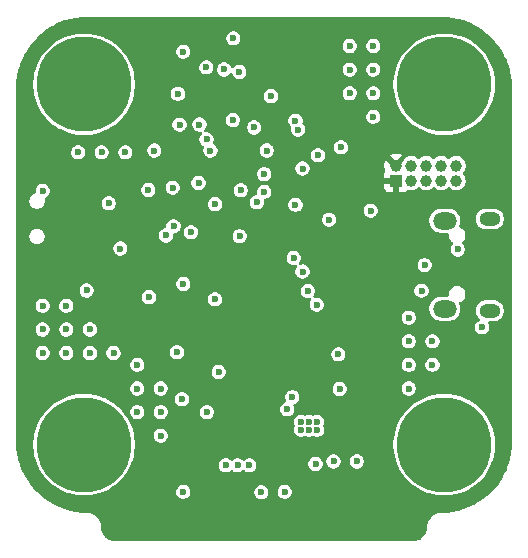
<source format=gbr>
%TF.GenerationSoftware,KiCad,Pcbnew,9.0.1*%
%TF.CreationDate,2025-06-10T20:36:17-04:00*%
%TF.ProjectId,STM32_FlightController,53544d33-325f-4466-9c69-676874436f6e,rev?*%
%TF.SameCoordinates,Original*%
%TF.FileFunction,Copper,L3,Inr*%
%TF.FilePolarity,Positive*%
%FSLAX46Y46*%
G04 Gerber Fmt 4.6, Leading zero omitted, Abs format (unit mm)*
G04 Created by KiCad (PCBNEW 9.0.1) date 2025-06-10 20:36:17*
%MOMM*%
%LPD*%
G01*
G04 APERTURE LIST*
%TA.AperFunction,HeatsinkPad*%
%ADD10O,1.800000X1.150000*%
%TD*%
%TA.AperFunction,HeatsinkPad*%
%ADD11O,2.000000X1.450000*%
%TD*%
%TA.AperFunction,ComponentPad*%
%ADD12C,8.000000*%
%TD*%
%TA.AperFunction,ComponentPad*%
%ADD13R,1.000000X1.000000*%
%TD*%
%TA.AperFunction,ComponentPad*%
%ADD14C,1.000000*%
%TD*%
%TA.AperFunction,ViaPad*%
%ADD15C,0.600000*%
%TD*%
G04 APERTURE END LIST*
D10*
%TO.N,unconnected-(J1-Shield-Pad6)_2*%
%TO.C,J1*%
X54857500Y-39362500D03*
D11*
%TO.N,unconnected-(J1-Shield-Pad6)*%
X51057500Y-39212500D03*
%TO.N,unconnected-(J1-Shield-Pad6)_3*%
X51057500Y-31762500D03*
D10*
%TO.N,unconnected-(J1-Shield-Pad6)_1*%
X54857500Y-31612500D03*
%TD*%
D12*
%TO.N,unconnected-(H1-Pad1)*%
%TO.C,H1*%
X20512500Y-20212500D03*
%TD*%
%TO.N,unconnected-(H3-Pad1)*%
%TO.C,H3*%
X20512500Y-50712500D03*
%TD*%
%TO.N,unconnected-(H4-Pad1)*%
%TO.C,H4*%
X51012500Y-50712500D03*
%TD*%
%TO.N,unconnected-(H2-Pad1)*%
%TO.C,H2*%
X51012500Y-20212500D03*
%TD*%
D13*
%TO.N,+3V3*%
%TO.C,J5*%
X46937500Y-28357500D03*
D14*
X46937500Y-27087500D03*
%TO.N,/SWO*%
X48207500Y-28357500D03*
X48207500Y-27087500D03*
%TO.N,/SWCLK*%
X49477500Y-28357500D03*
X49477500Y-27087500D03*
%TO.N,/SWDIO*%
X50747500Y-28357500D03*
X50747500Y-27087500D03*
%TO.N,GND*%
X52017500Y-28357500D03*
X52017500Y-27087500D03*
%TD*%
D15*
%TO.N,GND*%
X40112500Y-52362500D03*
X38142500Y-46692500D03*
X44787500Y-30912500D03*
X41262500Y-31662500D03*
%TO.N,+3V3*%
X42652500Y-32622500D03*
%TO.N,GND*%
X43012500Y-18962500D03*
X38887500Y-48787500D03*
X40237500Y-48787500D03*
X32374329Y-18949201D03*
X50012500Y-41962500D03*
X17012500Y-38962500D03*
X35987500Y-25812500D03*
X40237500Y-49462500D03*
X37512500Y-54712500D03*
X20012500Y-25962500D03*
X31612500Y-30337500D03*
X33687500Y-33062500D03*
X23587500Y-34112500D03*
X28912500Y-17437500D03*
X45012500Y-20962500D03*
X48012500Y-39962500D03*
X25012500Y-43962500D03*
X27012500Y-47962500D03*
X28912500Y-54712500D03*
X22612500Y-30287499D03*
X28092500Y-32222500D03*
X27452500Y-33002500D03*
X50012500Y-43962500D03*
X24012500Y-25962500D03*
X25012500Y-47962500D03*
X39562500Y-48787500D03*
X43012500Y-20962500D03*
X54212500Y-40787500D03*
X31212500Y-25812500D03*
X48012500Y-41962500D03*
X27012500Y-49962500D03*
X31912500Y-44562500D03*
X21012500Y-42962500D03*
X48012500Y-45962500D03*
X23012500Y-42962500D03*
X25012500Y-45962500D03*
X25962500Y-29162500D03*
X17012500Y-40962500D03*
X52162500Y-34187500D03*
X26012500Y-38212500D03*
X26462500Y-25812500D03*
X19012500Y-38962500D03*
X31600163Y-38406155D03*
X17012500Y-42962500D03*
X42162500Y-46012500D03*
X27012500Y-45962500D03*
X33655735Y-19169265D03*
X17012500Y-29237500D03*
X28462500Y-21012500D03*
X43012500Y-16962500D03*
X19012500Y-42962500D03*
X45012500Y-22962500D03*
X19012500Y-40962500D03*
X22012500Y-25962500D03*
X33152500Y-16312500D03*
X45012500Y-16962500D03*
X39562500Y-49462500D03*
X28390000Y-42885000D03*
X21012500Y-40962500D03*
X49359735Y-35515265D03*
X42042500Y-43062500D03*
X45012500Y-18962500D03*
X29562500Y-32737500D03*
X20737500Y-37662500D03*
X38887500Y-49437500D03*
X42262500Y-25537500D03*
X38639771Y-24054541D03*
X48012500Y-43962500D03*
%TO.N,+3V3*%
X35312500Y-21462500D03*
X29612500Y-30462500D03*
X26462500Y-26762500D03*
X52362500Y-42887500D03*
X32712500Y-41687500D03*
X41062500Y-43062500D03*
X27912500Y-54712500D03*
X31556793Y-26768207D03*
X28262500Y-34262500D03*
X17012500Y-33962500D03*
X41062500Y-26862500D03*
X33125000Y-39750000D03*
X42262500Y-23387500D03*
X43262500Y-46562500D03*
X44162500Y-46562500D03*
X40912500Y-22562500D03*
X44162500Y-47262500D03*
X24987500Y-41462500D03*
X43262500Y-47262500D03*
%TO.N,/NRST*%
X28012500Y-28962500D03*
X28912500Y-37112500D03*
%TO.N,V_MAIN*%
X37712500Y-47712500D03*
%TO.N,VBUS*%
X49087500Y-37687500D03*
%TO.N,+1V8*%
X30287500Y-23612500D03*
X28600999Y-23624001D03*
X33112500Y-23237500D03*
%TO.N,/IMU_MISO*%
X30887500Y-24862500D03*
%TO.N,/MISO*%
X30211500Y-28562500D03*
%TO.N,/IMU_INT*%
X34912500Y-23862500D03*
%TO.N,/INT1*%
X35142500Y-30187500D03*
X33787500Y-29187500D03*
X39462500Y-37712500D03*
%TO.N,/MOSI*%
X35762500Y-27812500D03*
X35762500Y-29312500D03*
%TO.N,/IMU_SCK*%
X30863235Y-18763235D03*
%TO.N,/SCK*%
X38412500Y-23287500D03*
X38412500Y-30412500D03*
%TO.N,/CS1*%
X38262500Y-34912500D03*
X36337500Y-21187500D03*
%TO.N,/S1*%
X35512500Y-54752500D03*
%TO.N,/S2*%
X34512500Y-52462500D03*
%TO.N,/S3*%
X33512500Y-52462500D03*
%TO.N,/S4*%
X32512500Y-52462500D03*
%TO.N,/CS2*%
X39012500Y-36062500D03*
X39012500Y-27337500D03*
%TO.N,/INT2*%
X40312500Y-26212500D03*
X40212500Y-38862500D03*
%TO.N,/GPS_RX*%
X30912500Y-47962500D03*
X28812500Y-46862500D03*
%TO.N,/ELRS_RX*%
X43612500Y-52137500D03*
X41637500Y-52137500D03*
%TD*%
%TA.AperFunction,Conductor*%
%TO.N,+3V3*%
G36*
X50764942Y-14488095D02*
G01*
X51184237Y-14504569D01*
X51189520Y-14504892D01*
X51287932Y-14513046D01*
X51292186Y-14513473D01*
X51659348Y-14556930D01*
X51665052Y-14557743D01*
X51757957Y-14573247D01*
X51761694Y-14573931D01*
X52129554Y-14647103D01*
X52135691Y-14648489D01*
X52218792Y-14669533D01*
X52221999Y-14670391D01*
X52302980Y-14693229D01*
X52591695Y-14774655D01*
X52598240Y-14776699D01*
X52666507Y-14800136D01*
X52668967Y-14801011D01*
X53042710Y-14938893D01*
X53049579Y-14941665D01*
X53095497Y-14961807D01*
X53097580Y-14962743D01*
X53252110Y-15033982D01*
X53479513Y-15138816D01*
X53486609Y-15142367D01*
X53490747Y-15144606D01*
X53498696Y-15148907D01*
X53500086Y-15149673D01*
X53892983Y-15369707D01*
X53901267Y-15374782D01*
X54284867Y-15631096D01*
X54292743Y-15636819D01*
X54655039Y-15922429D01*
X54662437Y-15928747D01*
X55001215Y-16241911D01*
X55008088Y-16248784D01*
X55281252Y-16544290D01*
X55321247Y-16587556D01*
X55327570Y-16594960D01*
X55613180Y-16957256D01*
X55618903Y-16965132D01*
X55875204Y-17348714D01*
X55880291Y-17357016D01*
X56100289Y-17749850D01*
X56101156Y-17751425D01*
X56107628Y-17763385D01*
X56111182Y-17770485D01*
X56287246Y-18152398D01*
X56288191Y-18154501D01*
X56308333Y-18200419D01*
X56311114Y-18207311D01*
X56448961Y-18580960D01*
X56449898Y-18583593D01*
X56453399Y-18593790D01*
X56473286Y-18651719D01*
X56475349Y-18658323D01*
X56579607Y-19027999D01*
X56580467Y-19031215D01*
X56601495Y-19114247D01*
X56602907Y-19120498D01*
X56676064Y-19488288D01*
X56676756Y-19492068D01*
X56692247Y-19584895D01*
X56693079Y-19590732D01*
X56736518Y-19957750D01*
X56736953Y-19962083D01*
X56745103Y-20060432D01*
X56745431Y-20065805D01*
X56761904Y-20485056D01*
X56762000Y-20489924D01*
X56762000Y-50485075D01*
X56761904Y-50489943D01*
X56745431Y-50909193D01*
X56745103Y-50914566D01*
X56736953Y-51012915D01*
X56736518Y-51017248D01*
X56693079Y-51384266D01*
X56692247Y-51390103D01*
X56676756Y-51482930D01*
X56676064Y-51486710D01*
X56602907Y-51854500D01*
X56601495Y-51860751D01*
X56580467Y-51943783D01*
X56579607Y-51946999D01*
X56475349Y-52316675D01*
X56473286Y-52323279D01*
X56449907Y-52391381D01*
X56448961Y-52394038D01*
X56311114Y-52767687D01*
X56308333Y-52774579D01*
X56288191Y-52820497D01*
X56287246Y-52822600D01*
X56111182Y-53204513D01*
X56107628Y-53211613D01*
X56101156Y-53223573D01*
X56100290Y-53225148D01*
X55880292Y-53617983D01*
X55875204Y-53626285D01*
X55618903Y-54009867D01*
X55613180Y-54017743D01*
X55327570Y-54380039D01*
X55321247Y-54387443D01*
X55008094Y-54726209D01*
X55001209Y-54733094D01*
X54662443Y-55046247D01*
X54655039Y-55052570D01*
X54292743Y-55338180D01*
X54284867Y-55343903D01*
X53901285Y-55600204D01*
X53892983Y-55605292D01*
X53500148Y-55825290D01*
X53498573Y-55826156D01*
X53486613Y-55832628D01*
X53479513Y-55836182D01*
X53097600Y-56012246D01*
X53095497Y-56013191D01*
X53049579Y-56033333D01*
X53042687Y-56036114D01*
X52669038Y-56173961D01*
X52666381Y-56174907D01*
X52598279Y-56198286D01*
X52591675Y-56200349D01*
X52221999Y-56304607D01*
X52218783Y-56305467D01*
X52135751Y-56326495D01*
X52129500Y-56327907D01*
X51761710Y-56401064D01*
X51757930Y-56401756D01*
X51665103Y-56417247D01*
X51659266Y-56418079D01*
X51292248Y-56461518D01*
X51287915Y-56461953D01*
X51189566Y-56470103D01*
X51184193Y-56470431D01*
X50764943Y-56486904D01*
X50760075Y-56487000D01*
X50668014Y-56487000D01*
X50481381Y-56516560D01*
X50457067Y-56524460D01*
X50457061Y-56524462D01*
X50452338Y-56525996D01*
X50451324Y-56526175D01*
X50447475Y-56527575D01*
X50445409Y-56528247D01*
X50301671Y-56574951D01*
X50269311Y-56591438D01*
X50269310Y-56591437D01*
X50262543Y-56594884D01*
X50254389Y-56597853D01*
X50236871Y-56607967D01*
X50233957Y-56609452D01*
X50133307Y-56660736D01*
X50133295Y-56660743D01*
X50091473Y-56691126D01*
X50091474Y-56691127D01*
X50086207Y-56694953D01*
X50072894Y-56702640D01*
X50055247Y-56717447D01*
X50051731Y-56720002D01*
X50051723Y-56720008D01*
X49980426Y-56771810D01*
X49980420Y-56771815D01*
X49928093Y-56824141D01*
X49912351Y-56837351D01*
X49899141Y-56853093D01*
X49846815Y-56905420D01*
X49846810Y-56905426D01*
X49795008Y-56976723D01*
X49792448Y-56980246D01*
X49777640Y-56997894D01*
X49769954Y-57011206D01*
X49766129Y-57016471D01*
X49735743Y-57058295D01*
X49735736Y-57058307D01*
X49684452Y-57158957D01*
X49682967Y-57161870D01*
X49672853Y-57179389D01*
X49669884Y-57187546D01*
X49666440Y-57194305D01*
X49666438Y-57194311D01*
X49649951Y-57226671D01*
X49603249Y-57370399D01*
X49603250Y-57370400D01*
X49602576Y-57372474D01*
X49601175Y-57376324D01*
X49600996Y-57377338D01*
X49599462Y-57382061D01*
X49599460Y-57382067D01*
X49591560Y-57406381D01*
X49562000Y-57593013D01*
X49562000Y-57682623D01*
X49561618Y-57692353D01*
X49549007Y-57852570D01*
X49547506Y-57864370D01*
X49541773Y-57896887D01*
X49540230Y-57904304D01*
X49507105Y-58042280D01*
X49503052Y-58055745D01*
X49494985Y-58077908D01*
X49493025Y-58082949D01*
X49434994Y-58223049D01*
X49426160Y-58240386D01*
X49338015Y-58384225D01*
X49326579Y-58399966D01*
X49217013Y-58528253D01*
X49203253Y-58542013D01*
X49074966Y-58651579D01*
X49059225Y-58663015D01*
X48915386Y-58751160D01*
X48898049Y-58759994D01*
X48757949Y-58818025D01*
X48752908Y-58819985D01*
X48730745Y-58828052D01*
X48717280Y-58832105D01*
X48579304Y-58865230D01*
X48571887Y-58866773D01*
X48539370Y-58872506D01*
X48527570Y-58874007D01*
X48367353Y-58886618D01*
X48357623Y-58887000D01*
X23167377Y-58887000D01*
X23157647Y-58886618D01*
X22997428Y-58874007D01*
X22985628Y-58872506D01*
X22962395Y-58868409D01*
X22953105Y-58866771D01*
X22945694Y-58865230D01*
X22807718Y-58832105D01*
X22794253Y-58828052D01*
X22772090Y-58819985D01*
X22767049Y-58818025D01*
X22626949Y-58759994D01*
X22609612Y-58751160D01*
X22465774Y-58663016D01*
X22450033Y-58651580D01*
X22393375Y-58603190D01*
X22321746Y-58542013D01*
X22307986Y-58528253D01*
X22257869Y-58469573D01*
X22198416Y-58399961D01*
X22186987Y-58384230D01*
X22098833Y-58240376D01*
X22090007Y-58223056D01*
X22031966Y-58082931D01*
X22030013Y-58077908D01*
X22021946Y-58055745D01*
X22017898Y-58042298D01*
X21984761Y-57904274D01*
X21983235Y-57896938D01*
X21977489Y-57864350D01*
X21975991Y-57852568D01*
X21963382Y-57692353D01*
X21963000Y-57682624D01*
X21963000Y-57593013D01*
X21946876Y-57491217D01*
X21933440Y-57406382D01*
X21924004Y-57377342D01*
X21923825Y-57376324D01*
X21922418Y-57372461D01*
X21900379Y-57304633D01*
X21875049Y-57226672D01*
X21858565Y-57194320D01*
X21858160Y-57193527D01*
X21855120Y-57187560D01*
X21852147Y-57179389D01*
X21842019Y-57161847D01*
X21789260Y-57058301D01*
X21789258Y-57058298D01*
X21789257Y-57058296D01*
X21758872Y-57016476D01*
X21758872Y-57016475D01*
X21755053Y-57011218D01*
X21747360Y-56997894D01*
X21732539Y-56980231D01*
X21730002Y-56976739D01*
X21729992Y-56976726D01*
X21729990Y-56976723D01*
X21678190Y-56905427D01*
X21625868Y-56853105D01*
X21612649Y-56837351D01*
X21596894Y-56824131D01*
X21544572Y-56771809D01*
X21473266Y-56720001D01*
X21473266Y-56720002D01*
X21469772Y-56717463D01*
X21452106Y-56702640D01*
X21438775Y-56694943D01*
X21391699Y-56660740D01*
X21391691Y-56660736D01*
X21291033Y-56609448D01*
X21291033Y-56609447D01*
X21288131Y-56607968D01*
X21270611Y-56597853D01*
X21262450Y-56594882D01*
X21255690Y-56591438D01*
X21255684Y-56591436D01*
X21223340Y-56574957D01*
X21223332Y-56574953D01*
X21079612Y-56528255D01*
X21079612Y-56528254D01*
X21077525Y-56527576D01*
X21073676Y-56526175D01*
X21072663Y-56525996D01*
X21067947Y-56524464D01*
X21067936Y-56524461D01*
X21043619Y-56516560D01*
X20856986Y-56487000D01*
X20856981Y-56487000D01*
X20764925Y-56487000D01*
X20760057Y-56486904D01*
X20340805Y-56470431D01*
X20335432Y-56470103D01*
X20237083Y-56461953D01*
X20232750Y-56461518D01*
X19952573Y-56428357D01*
X19865723Y-56418077D01*
X19859895Y-56417247D01*
X19767068Y-56401756D01*
X19763288Y-56401064D01*
X19395498Y-56327907D01*
X19389251Y-56326496D01*
X19382161Y-56324700D01*
X19306215Y-56305467D01*
X19302999Y-56304607D01*
X18933323Y-56200349D01*
X18926719Y-56198286D01*
X18907904Y-56191827D01*
X18858593Y-56174898D01*
X18855960Y-56173961D01*
X18482311Y-56036114D01*
X18475419Y-56033333D01*
X18429501Y-56013191D01*
X18427398Y-56012246D01*
X18045485Y-55836182D01*
X18038385Y-55832628D01*
X18026425Y-55826156D01*
X18024850Y-55825289D01*
X17632016Y-55605291D01*
X17623714Y-55600204D01*
X17240132Y-55343903D01*
X17232256Y-55338180D01*
X16869960Y-55052570D01*
X16862556Y-55046247D01*
X16826589Y-55012999D01*
X16523784Y-54733088D01*
X16516911Y-54726215D01*
X16203747Y-54387437D01*
X16197429Y-54380039D01*
X15911819Y-54017743D01*
X15906096Y-54009867D01*
X15823450Y-53886179D01*
X15649782Y-53626267D01*
X15644707Y-53617983D01*
X15424673Y-53225086D01*
X15423907Y-53223696D01*
X15417367Y-53211609D01*
X15413816Y-53204513D01*
X15293265Y-52943018D01*
X15237743Y-52822580D01*
X15236807Y-52820497D01*
X15216665Y-52774579D01*
X15213893Y-52767710D01*
X15076011Y-52393967D01*
X15075136Y-52391507D01*
X15051699Y-52323240D01*
X15049655Y-52316695D01*
X14958587Y-51993790D01*
X14945391Y-51946999D01*
X14944531Y-51943783D01*
X14923489Y-51860691D01*
X14922103Y-51854554D01*
X14848931Y-51486694D01*
X14848242Y-51482930D01*
X14832743Y-51390052D01*
X14831930Y-51384348D01*
X14788473Y-51017187D01*
X14788045Y-51012915D01*
X14779892Y-50914520D01*
X14779569Y-50909237D01*
X14764462Y-50524732D01*
X16212000Y-50524732D01*
X16212000Y-50900267D01*
X16244729Y-51274365D01*
X16309938Y-51644179D01*
X16309941Y-51644192D01*
X16407130Y-52006910D01*
X16535568Y-52359793D01*
X16694271Y-52700133D01*
X16694279Y-52700148D01*
X16716133Y-52738000D01*
X16882040Y-53025358D01*
X16882044Y-53025364D01*
X16882051Y-53025375D01*
X17097434Y-53332974D01*
X17171913Y-53421734D01*
X17338818Y-53620644D01*
X17604356Y-53886182D01*
X17723968Y-53986548D01*
X17892025Y-54127565D01*
X18199624Y-54342948D01*
X18199631Y-54342952D01*
X18199642Y-54342960D01*
X18270490Y-54383864D01*
X18524851Y-54530720D01*
X18524866Y-54530728D01*
X18865206Y-54689431D01*
X19128979Y-54785436D01*
X19218083Y-54817867D01*
X19218084Y-54817867D01*
X19218089Y-54817869D01*
X19332042Y-54848402D01*
X19580815Y-54915061D01*
X19950637Y-54980271D01*
X20324734Y-55012999D01*
X20324735Y-55013000D01*
X20324736Y-55013000D01*
X20700265Y-55013000D01*
X20700265Y-55012999D01*
X21074363Y-54980271D01*
X21444185Y-54915061D01*
X21806917Y-54817867D01*
X22159798Y-54689429D01*
X22279860Y-54633443D01*
X28312000Y-54633443D01*
X28312000Y-54791557D01*
X28340308Y-54897202D01*
X28352923Y-54944283D01*
X28352926Y-54944290D01*
X28431975Y-55081209D01*
X28431979Y-55081214D01*
X28431980Y-55081216D01*
X28543784Y-55193020D01*
X28543786Y-55193021D01*
X28543790Y-55193024D01*
X28680709Y-55272073D01*
X28680716Y-55272077D01*
X28833443Y-55313000D01*
X28833445Y-55313000D01*
X28991555Y-55313000D01*
X28991557Y-55313000D01*
X29144284Y-55272077D01*
X29281216Y-55193020D01*
X29393020Y-55081216D01*
X29472077Y-54944284D01*
X29513000Y-54791557D01*
X29513000Y-54673443D01*
X34912000Y-54673443D01*
X34912000Y-54831557D01*
X34951848Y-54980270D01*
X34952923Y-54984283D01*
X34952926Y-54984290D01*
X35031975Y-55121209D01*
X35031979Y-55121214D01*
X35031980Y-55121216D01*
X35143784Y-55233020D01*
X35143786Y-55233021D01*
X35143790Y-55233024D01*
X35211433Y-55272077D01*
X35280716Y-55312077D01*
X35433443Y-55353000D01*
X35433445Y-55353000D01*
X35591555Y-55353000D01*
X35591557Y-55353000D01*
X35744284Y-55312077D01*
X35881216Y-55233020D01*
X35993020Y-55121216D01*
X36072077Y-54984284D01*
X36113000Y-54831557D01*
X36113000Y-54673443D01*
X36102282Y-54633443D01*
X36912000Y-54633443D01*
X36912000Y-54791557D01*
X36940308Y-54897202D01*
X36952923Y-54944283D01*
X36952926Y-54944290D01*
X37031975Y-55081209D01*
X37031979Y-55081214D01*
X37031980Y-55081216D01*
X37143784Y-55193020D01*
X37143786Y-55193021D01*
X37143790Y-55193024D01*
X37280709Y-55272073D01*
X37280716Y-55272077D01*
X37433443Y-55313000D01*
X37433445Y-55313000D01*
X37591555Y-55313000D01*
X37591557Y-55313000D01*
X37744284Y-55272077D01*
X37881216Y-55193020D01*
X37993020Y-55081216D01*
X38072077Y-54944284D01*
X38113000Y-54791557D01*
X38113000Y-54633443D01*
X38072077Y-54480716D01*
X38072073Y-54480709D01*
X37993024Y-54343790D01*
X37993018Y-54343782D01*
X37881217Y-54231981D01*
X37881209Y-54231975D01*
X37744290Y-54152926D01*
X37744286Y-54152924D01*
X37744284Y-54152923D01*
X37591557Y-54112000D01*
X37433443Y-54112000D01*
X37280716Y-54152923D01*
X37280709Y-54152926D01*
X37143790Y-54231975D01*
X37143782Y-54231981D01*
X37031981Y-54343782D01*
X37031975Y-54343790D01*
X36952926Y-54480709D01*
X36952923Y-54480716D01*
X36912000Y-54633443D01*
X36102282Y-54633443D01*
X36072077Y-54520716D01*
X35995133Y-54387443D01*
X35993024Y-54383790D01*
X35993018Y-54383782D01*
X35881217Y-54271981D01*
X35881209Y-54271975D01*
X35744290Y-54192926D01*
X35744286Y-54192924D01*
X35744284Y-54192923D01*
X35591557Y-54152000D01*
X35433443Y-54152000D01*
X35280716Y-54192923D01*
X35280709Y-54192926D01*
X35143790Y-54271975D01*
X35143782Y-54271981D01*
X35031981Y-54383782D01*
X35031975Y-54383790D01*
X34952926Y-54520709D01*
X34952923Y-54520716D01*
X34912000Y-54673443D01*
X29513000Y-54673443D01*
X29513000Y-54633443D01*
X29472077Y-54480716D01*
X29472073Y-54480709D01*
X29393024Y-54343790D01*
X29393018Y-54343782D01*
X29281217Y-54231981D01*
X29281209Y-54231975D01*
X29144290Y-54152926D01*
X29144286Y-54152924D01*
X29144284Y-54152923D01*
X28991557Y-54112000D01*
X28833443Y-54112000D01*
X28680716Y-54152923D01*
X28680709Y-54152926D01*
X28543790Y-54231975D01*
X28543782Y-54231981D01*
X28431981Y-54343782D01*
X28431975Y-54343790D01*
X28352926Y-54480709D01*
X28352923Y-54480716D01*
X28312000Y-54633443D01*
X22279860Y-54633443D01*
X22500142Y-54530724D01*
X22517476Y-54520716D01*
X22522304Y-54517929D01*
X22586770Y-54480709D01*
X22825358Y-54342960D01*
X23132973Y-54127566D01*
X23420644Y-53886182D01*
X23686182Y-53620644D01*
X23927566Y-53332973D01*
X24142960Y-53025358D01*
X24330724Y-52700142D01*
X24478403Y-52383443D01*
X31912000Y-52383443D01*
X31912000Y-52541557D01*
X31932490Y-52618024D01*
X31952923Y-52694283D01*
X31952926Y-52694290D01*
X32031975Y-52831209D01*
X32031979Y-52831214D01*
X32031980Y-52831216D01*
X32143784Y-52943020D01*
X32143786Y-52943021D01*
X32143790Y-52943024D01*
X32245259Y-53001606D01*
X32280716Y-53022077D01*
X32433443Y-53063000D01*
X32433445Y-53063000D01*
X32591555Y-53063000D01*
X32591557Y-53063000D01*
X32744284Y-53022077D01*
X32881216Y-52943020D01*
X32924819Y-52899417D01*
X32986142Y-52865932D01*
X33055834Y-52870916D01*
X33100181Y-52899417D01*
X33143784Y-52943020D01*
X33143786Y-52943021D01*
X33143790Y-52943024D01*
X33245259Y-53001606D01*
X33280716Y-53022077D01*
X33433443Y-53063000D01*
X33433445Y-53063000D01*
X33591555Y-53063000D01*
X33591557Y-53063000D01*
X33744284Y-53022077D01*
X33881216Y-52943020D01*
X33924819Y-52899417D01*
X33986142Y-52865932D01*
X34055834Y-52870916D01*
X34100181Y-52899417D01*
X34143784Y-52943020D01*
X34143786Y-52943021D01*
X34143790Y-52943024D01*
X34245259Y-53001606D01*
X34280716Y-53022077D01*
X34433443Y-53063000D01*
X34433445Y-53063000D01*
X34591555Y-53063000D01*
X34591557Y-53063000D01*
X34744284Y-53022077D01*
X34881216Y-52943020D01*
X34993020Y-52831216D01*
X35072077Y-52694284D01*
X35113000Y-52541557D01*
X35113000Y-52383443D01*
X35086205Y-52283443D01*
X39512000Y-52283443D01*
X39512000Y-52441557D01*
X39545339Y-52565978D01*
X39552923Y-52594283D01*
X39552926Y-52594290D01*
X39631975Y-52731209D01*
X39631979Y-52731214D01*
X39631980Y-52731216D01*
X39743784Y-52843020D01*
X39743786Y-52843021D01*
X39743790Y-52843024D01*
X39841467Y-52899417D01*
X39880716Y-52922077D01*
X40033443Y-52963000D01*
X40033445Y-52963000D01*
X40191555Y-52963000D01*
X40191557Y-52963000D01*
X40344284Y-52922077D01*
X40481216Y-52843020D01*
X40593020Y-52731216D01*
X40672077Y-52594284D01*
X40713000Y-52441557D01*
X40713000Y-52283443D01*
X40672077Y-52130716D01*
X40650758Y-52093790D01*
X40630351Y-52058443D01*
X41037000Y-52058443D01*
X41037000Y-52216557D01*
X41075382Y-52359798D01*
X41077923Y-52369283D01*
X41077926Y-52369290D01*
X41156975Y-52506209D01*
X41156979Y-52506214D01*
X41156980Y-52506216D01*
X41268784Y-52618020D01*
X41268786Y-52618021D01*
X41268790Y-52618024D01*
X41400877Y-52694283D01*
X41405716Y-52697077D01*
X41558443Y-52738000D01*
X41558445Y-52738000D01*
X41716555Y-52738000D01*
X41716557Y-52738000D01*
X41869284Y-52697077D01*
X42006216Y-52618020D01*
X42118020Y-52506216D01*
X42197077Y-52369284D01*
X42238000Y-52216557D01*
X42238000Y-52058443D01*
X43012000Y-52058443D01*
X43012000Y-52216557D01*
X43050382Y-52359798D01*
X43052923Y-52369283D01*
X43052926Y-52369290D01*
X43131975Y-52506209D01*
X43131979Y-52506214D01*
X43131980Y-52506216D01*
X43243784Y-52618020D01*
X43243786Y-52618021D01*
X43243790Y-52618024D01*
X43375877Y-52694283D01*
X43380716Y-52697077D01*
X43533443Y-52738000D01*
X43533445Y-52738000D01*
X43691555Y-52738000D01*
X43691557Y-52738000D01*
X43844284Y-52697077D01*
X43981216Y-52618020D01*
X44093020Y-52506216D01*
X44172077Y-52369284D01*
X44213000Y-52216557D01*
X44213000Y-52058443D01*
X44172077Y-51905716D01*
X44170466Y-51902926D01*
X44093024Y-51768790D01*
X44093018Y-51768782D01*
X43981217Y-51656981D01*
X43981209Y-51656975D01*
X43844290Y-51577926D01*
X43844286Y-51577924D01*
X43844284Y-51577923D01*
X43691557Y-51537000D01*
X43533443Y-51537000D01*
X43380716Y-51577923D01*
X43380709Y-51577926D01*
X43243790Y-51656975D01*
X43243782Y-51656981D01*
X43131981Y-51768782D01*
X43131975Y-51768790D01*
X43052926Y-51905709D01*
X43052923Y-51905716D01*
X43012000Y-52058443D01*
X42238000Y-52058443D01*
X42197077Y-51905716D01*
X42195466Y-51902926D01*
X42118024Y-51768790D01*
X42118018Y-51768782D01*
X42006217Y-51656981D01*
X42006209Y-51656975D01*
X41869290Y-51577926D01*
X41869286Y-51577924D01*
X41869284Y-51577923D01*
X41716557Y-51537000D01*
X41558443Y-51537000D01*
X41405716Y-51577923D01*
X41405709Y-51577926D01*
X41268790Y-51656975D01*
X41268782Y-51656981D01*
X41156981Y-51768782D01*
X41156975Y-51768790D01*
X41077926Y-51905709D01*
X41077923Y-51905716D01*
X41037000Y-52058443D01*
X40630351Y-52058443D01*
X40593024Y-51993790D01*
X40593018Y-51993782D01*
X40481217Y-51881981D01*
X40481209Y-51881975D01*
X40344290Y-51802926D01*
X40344286Y-51802924D01*
X40344284Y-51802923D01*
X40191557Y-51762000D01*
X40033443Y-51762000D01*
X39880716Y-51802923D01*
X39880709Y-51802926D01*
X39743790Y-51881975D01*
X39743782Y-51881981D01*
X39631981Y-51993782D01*
X39631975Y-51993790D01*
X39552926Y-52130709D01*
X39552923Y-52130716D01*
X39512000Y-52283443D01*
X35086205Y-52283443D01*
X35072077Y-52230716D01*
X35014342Y-52130715D01*
X34993024Y-52093790D01*
X34993018Y-52093782D01*
X34881217Y-51981981D01*
X34881209Y-51981975D01*
X34744290Y-51902926D01*
X34744286Y-51902924D01*
X34744284Y-51902923D01*
X34591557Y-51862000D01*
X34433443Y-51862000D01*
X34280716Y-51902923D01*
X34280709Y-51902926D01*
X34143790Y-51981975D01*
X34143782Y-51981981D01*
X34100181Y-52025583D01*
X34038858Y-52059068D01*
X33969166Y-52054084D01*
X33924819Y-52025583D01*
X33881217Y-51981981D01*
X33881209Y-51981975D01*
X33744290Y-51902926D01*
X33744286Y-51902924D01*
X33744284Y-51902923D01*
X33591557Y-51862000D01*
X33433443Y-51862000D01*
X33280716Y-51902923D01*
X33280709Y-51902926D01*
X33143790Y-51981975D01*
X33143782Y-51981981D01*
X33100181Y-52025583D01*
X33038858Y-52059068D01*
X32969166Y-52054084D01*
X32924819Y-52025583D01*
X32881217Y-51981981D01*
X32881209Y-51981975D01*
X32744290Y-51902926D01*
X32744286Y-51902924D01*
X32744284Y-51902923D01*
X32591557Y-51862000D01*
X32433443Y-51862000D01*
X32280716Y-51902923D01*
X32280709Y-51902926D01*
X32143790Y-51981975D01*
X32143782Y-51981981D01*
X32031981Y-52093782D01*
X32031975Y-52093790D01*
X31952926Y-52230709D01*
X31952923Y-52230716D01*
X31912000Y-52383443D01*
X24478403Y-52383443D01*
X24489429Y-52359798D01*
X24489505Y-52359587D01*
X24499217Y-52332907D01*
X24499217Y-52332906D01*
X24572810Y-52130709D01*
X24617867Y-52006917D01*
X24715061Y-51644185D01*
X24780271Y-51274363D01*
X24813000Y-50900264D01*
X24813000Y-50524736D01*
X24780271Y-50150637D01*
X24733157Y-49883443D01*
X26412000Y-49883443D01*
X26412000Y-50041557D01*
X26417746Y-50062999D01*
X26452923Y-50194283D01*
X26452926Y-50194290D01*
X26531975Y-50331209D01*
X26531979Y-50331214D01*
X26531980Y-50331216D01*
X26643784Y-50443020D01*
X26643786Y-50443021D01*
X26643790Y-50443024D01*
X26780709Y-50522073D01*
X26780716Y-50522077D01*
X26933443Y-50563000D01*
X26933445Y-50563000D01*
X27091555Y-50563000D01*
X27091557Y-50563000D01*
X27234375Y-50524732D01*
X46712000Y-50524732D01*
X46712000Y-50900267D01*
X46744729Y-51274365D01*
X46809938Y-51644179D01*
X46809941Y-51644192D01*
X46907130Y-52006910D01*
X47035568Y-52359793D01*
X47194271Y-52700133D01*
X47194279Y-52700148D01*
X47216133Y-52738000D01*
X47382040Y-53025358D01*
X47382044Y-53025364D01*
X47382051Y-53025375D01*
X47597434Y-53332974D01*
X47671913Y-53421734D01*
X47838818Y-53620644D01*
X48104356Y-53886182D01*
X48223968Y-53986548D01*
X48392025Y-54127565D01*
X48699624Y-54342948D01*
X48699631Y-54342952D01*
X48699642Y-54342960D01*
X48770490Y-54383864D01*
X49024851Y-54530720D01*
X49024866Y-54530728D01*
X49365206Y-54689431D01*
X49628979Y-54785436D01*
X49718083Y-54817867D01*
X49718084Y-54817867D01*
X49718089Y-54817869D01*
X49832042Y-54848402D01*
X50080815Y-54915061D01*
X50450637Y-54980271D01*
X50824734Y-55012999D01*
X50824735Y-55013000D01*
X50824736Y-55013000D01*
X51200265Y-55013000D01*
X51200265Y-55012999D01*
X51574363Y-54980271D01*
X51944185Y-54915061D01*
X52306917Y-54817867D01*
X52659798Y-54689429D01*
X53000142Y-54530724D01*
X53325358Y-54342960D01*
X53632973Y-54127566D01*
X53920644Y-53886182D01*
X54186182Y-53620644D01*
X54427566Y-53332973D01*
X54642960Y-53025358D01*
X54830724Y-52700142D01*
X54989429Y-52359798D01*
X55005125Y-52316675D01*
X55072810Y-52130709D01*
X55117867Y-52006917D01*
X55215061Y-51644185D01*
X55280271Y-51274363D01*
X55313000Y-50900264D01*
X55313000Y-50524736D01*
X55280271Y-50150637D01*
X55215061Y-49780815D01*
X55144253Y-49516556D01*
X55117869Y-49418089D01*
X54989431Y-49065206D01*
X54830728Y-48724866D01*
X54830720Y-48724851D01*
X54737274Y-48562999D01*
X54642960Y-48399642D01*
X54642952Y-48399631D01*
X54642948Y-48399624D01*
X54427565Y-48092025D01*
X54186179Y-47804353D01*
X53920646Y-47538820D01*
X53632974Y-47297434D01*
X53325375Y-47082051D01*
X53325364Y-47082044D01*
X53325358Y-47082040D01*
X53082035Y-46941557D01*
X53000148Y-46894279D01*
X53000133Y-46894271D01*
X52659793Y-46735568D01*
X52306910Y-46607130D01*
X51944192Y-46509941D01*
X51944195Y-46509941D01*
X51944185Y-46509939D01*
X51848222Y-46493018D01*
X51574365Y-46444729D01*
X51200267Y-46412000D01*
X51200264Y-46412000D01*
X50824736Y-46412000D01*
X50824732Y-46412000D01*
X50450634Y-46444729D01*
X50080820Y-46509938D01*
X50080817Y-46509938D01*
X50080815Y-46509939D01*
X50080810Y-46509940D01*
X50080807Y-46509941D01*
X49718089Y-46607130D01*
X49365206Y-46735568D01*
X49024866Y-46894271D01*
X49024851Y-46894279D01*
X48699650Y-47082035D01*
X48699624Y-47082051D01*
X48392025Y-47297434D01*
X48104353Y-47538820D01*
X47838820Y-47804353D01*
X47597434Y-48092025D01*
X47382051Y-48399624D01*
X47382035Y-48399650D01*
X47194279Y-48724851D01*
X47194271Y-48724866D01*
X47035568Y-49065206D01*
X46907130Y-49418089D01*
X46809941Y-49780807D01*
X46809938Y-49780820D01*
X46744729Y-50150634D01*
X46712000Y-50524732D01*
X27234375Y-50524732D01*
X27244284Y-50522077D01*
X27381216Y-50443020D01*
X27493020Y-50331216D01*
X27572077Y-50194284D01*
X27613000Y-50041557D01*
X27613000Y-49883443D01*
X27572077Y-49730716D01*
X27536609Y-49669283D01*
X27493024Y-49593790D01*
X27493018Y-49593782D01*
X27381217Y-49481981D01*
X27381209Y-49481975D01*
X27244290Y-49402926D01*
X27244286Y-49402924D01*
X27244284Y-49402923D01*
X27091557Y-49362000D01*
X26933443Y-49362000D01*
X26780716Y-49402923D01*
X26780709Y-49402926D01*
X26643790Y-49481975D01*
X26643782Y-49481981D01*
X26531981Y-49593782D01*
X26531975Y-49593790D01*
X26452926Y-49730709D01*
X26452923Y-49730716D01*
X26412000Y-49883443D01*
X24733157Y-49883443D01*
X24715061Y-49780815D01*
X24644253Y-49516556D01*
X24617869Y-49418089D01*
X24489431Y-49065206D01*
X24343717Y-48752721D01*
X24343716Y-48752719D01*
X24330732Y-48724875D01*
X24330720Y-48724851D01*
X24321247Y-48708443D01*
X38287000Y-48708443D01*
X38287000Y-48866556D01*
X38327923Y-49019283D01*
X38327924Y-49019286D01*
X38345946Y-49050503D01*
X38362416Y-49118404D01*
X38345946Y-49174497D01*
X38327924Y-49205713D01*
X38327923Y-49205716D01*
X38287000Y-49358443D01*
X38287000Y-49516557D01*
X38307695Y-49593790D01*
X38327923Y-49669283D01*
X38327926Y-49669290D01*
X38406975Y-49806209D01*
X38406979Y-49806214D01*
X38406980Y-49806216D01*
X38518784Y-49918020D01*
X38518786Y-49918021D01*
X38518790Y-49918024D01*
X38571650Y-49948542D01*
X38655716Y-49997077D01*
X38808443Y-50038000D01*
X38808445Y-50038000D01*
X38966555Y-50038000D01*
X38966557Y-50038000D01*
X39119284Y-49997077D01*
X39141349Y-49984337D01*
X39209247Y-49967864D01*
X39265347Y-49984336D01*
X39330716Y-50022077D01*
X39483443Y-50063000D01*
X39483445Y-50063000D01*
X39641555Y-50063000D01*
X39641557Y-50063000D01*
X39794284Y-50022077D01*
X39838002Y-49996836D01*
X39905899Y-49980364D01*
X39961996Y-49996835D01*
X40005716Y-50022077D01*
X40158443Y-50063000D01*
X40158445Y-50063000D01*
X40316555Y-50063000D01*
X40316557Y-50063000D01*
X40469284Y-50022077D01*
X40606216Y-49943020D01*
X40718020Y-49831216D01*
X40797077Y-49694284D01*
X40838000Y-49541557D01*
X40838000Y-49383443D01*
X40797077Y-49230716D01*
X40771836Y-49186997D01*
X40755364Y-49119101D01*
X40771835Y-49063003D01*
X40797077Y-49019284D01*
X40838000Y-48866557D01*
X40838000Y-48708443D01*
X40797077Y-48555716D01*
X40777655Y-48522076D01*
X40718024Y-48418790D01*
X40718018Y-48418782D01*
X40606217Y-48306981D01*
X40606209Y-48306975D01*
X40469290Y-48227926D01*
X40469286Y-48227924D01*
X40469284Y-48227923D01*
X40316557Y-48187000D01*
X40158443Y-48187000D01*
X40005716Y-48227923D01*
X40005711Y-48227925D01*
X39961998Y-48253162D01*
X39894097Y-48269633D01*
X39838002Y-48253162D01*
X39794288Y-48227925D01*
X39794286Y-48227924D01*
X39794284Y-48227923D01*
X39641557Y-48187000D01*
X39483443Y-48187000D01*
X39330716Y-48227923D01*
X39330711Y-48227925D01*
X39286998Y-48253162D01*
X39219097Y-48269633D01*
X39163002Y-48253162D01*
X39119288Y-48227925D01*
X39119286Y-48227924D01*
X39119284Y-48227923D01*
X38966557Y-48187000D01*
X38808443Y-48187000D01*
X38655716Y-48227923D01*
X38655709Y-48227926D01*
X38518790Y-48306975D01*
X38518782Y-48306981D01*
X38406981Y-48418782D01*
X38406975Y-48418790D01*
X38327926Y-48555709D01*
X38327923Y-48555716D01*
X38287000Y-48708443D01*
X24321247Y-48708443D01*
X24237274Y-48562999D01*
X24142960Y-48399642D01*
X24142952Y-48399631D01*
X24142948Y-48399624D01*
X23927570Y-48092032D01*
X23918495Y-48081217D01*
X23752544Y-47883443D01*
X24412000Y-47883443D01*
X24412000Y-48041557D01*
X24452586Y-48193024D01*
X24452923Y-48194283D01*
X24452926Y-48194290D01*
X24531975Y-48331209D01*
X24531979Y-48331214D01*
X24531980Y-48331216D01*
X24643784Y-48443020D01*
X24643786Y-48443021D01*
X24643790Y-48443024D01*
X24780709Y-48522073D01*
X24780716Y-48522077D01*
X24933443Y-48563000D01*
X24933445Y-48563000D01*
X25091555Y-48563000D01*
X25091557Y-48563000D01*
X25244284Y-48522077D01*
X25381216Y-48443020D01*
X25493020Y-48331216D01*
X25572077Y-48194284D01*
X25613000Y-48041557D01*
X25613000Y-47883443D01*
X26412000Y-47883443D01*
X26412000Y-48041557D01*
X26452586Y-48193024D01*
X26452923Y-48194283D01*
X26452926Y-48194290D01*
X26531975Y-48331209D01*
X26531979Y-48331214D01*
X26531980Y-48331216D01*
X26643784Y-48443020D01*
X26643786Y-48443021D01*
X26643790Y-48443024D01*
X26780709Y-48522073D01*
X26780716Y-48522077D01*
X26933443Y-48563000D01*
X26933445Y-48563000D01*
X27091555Y-48563000D01*
X27091557Y-48563000D01*
X27244284Y-48522077D01*
X27381216Y-48443020D01*
X27493020Y-48331216D01*
X27572077Y-48194284D01*
X27613000Y-48041557D01*
X27613000Y-47883443D01*
X30312000Y-47883443D01*
X30312000Y-48041557D01*
X30352586Y-48193024D01*
X30352923Y-48194283D01*
X30352926Y-48194290D01*
X30431975Y-48331209D01*
X30431979Y-48331214D01*
X30431980Y-48331216D01*
X30543784Y-48443020D01*
X30543786Y-48443021D01*
X30543790Y-48443024D01*
X30680709Y-48522073D01*
X30680716Y-48522077D01*
X30833443Y-48563000D01*
X30833445Y-48563000D01*
X30991555Y-48563000D01*
X30991557Y-48563000D01*
X31144284Y-48522077D01*
X31281216Y-48443020D01*
X31393020Y-48331216D01*
X31472077Y-48194284D01*
X31513000Y-48041557D01*
X31513000Y-47883443D01*
X31472077Y-47730716D01*
X31415917Y-47633443D01*
X37112000Y-47633443D01*
X37112000Y-47791557D01*
X37136622Y-47883445D01*
X37152923Y-47944283D01*
X37152926Y-47944290D01*
X37231975Y-48081209D01*
X37231979Y-48081214D01*
X37231980Y-48081216D01*
X37343784Y-48193020D01*
X37343786Y-48193021D01*
X37343790Y-48193024D01*
X37447954Y-48253162D01*
X37480716Y-48272077D01*
X37633443Y-48313000D01*
X37633445Y-48313000D01*
X37791555Y-48313000D01*
X37791557Y-48313000D01*
X37944284Y-48272077D01*
X38081216Y-48193020D01*
X38193020Y-48081216D01*
X38272077Y-47944284D01*
X38313000Y-47791557D01*
X38313000Y-47633443D01*
X38272077Y-47480716D01*
X38252249Y-47446373D01*
X38235777Y-47378475D01*
X38258629Y-47312448D01*
X38313550Y-47269258D01*
X38327534Y-47264603D01*
X38374284Y-47252077D01*
X38511216Y-47173020D01*
X38623020Y-47061216D01*
X38702077Y-46924284D01*
X38743000Y-46771557D01*
X38743000Y-46613443D01*
X38702077Y-46460716D01*
X38656619Y-46381980D01*
X38623024Y-46323790D01*
X38623018Y-46323782D01*
X38511217Y-46211981D01*
X38511209Y-46211975D01*
X38374290Y-46132926D01*
X38374286Y-46132924D01*
X38374284Y-46132923D01*
X38221557Y-46092000D01*
X38063443Y-46092000D01*
X37910716Y-46132923D01*
X37910709Y-46132926D01*
X37773790Y-46211975D01*
X37773782Y-46211981D01*
X37661981Y-46323782D01*
X37661975Y-46323790D01*
X37582926Y-46460709D01*
X37582923Y-46460716D01*
X37542000Y-46613443D01*
X37542000Y-46771557D01*
X37574883Y-46894276D01*
X37582923Y-46924283D01*
X37582924Y-46924286D01*
X37602749Y-46958624D01*
X37619222Y-47026525D01*
X37596369Y-47092551D01*
X37541448Y-47135742D01*
X37527457Y-47140398D01*
X37480720Y-47152921D01*
X37480709Y-47152926D01*
X37343790Y-47231975D01*
X37343782Y-47231981D01*
X37231981Y-47343782D01*
X37231975Y-47343790D01*
X37152926Y-47480709D01*
X37152923Y-47480716D01*
X37112000Y-47633443D01*
X31415917Y-47633443D01*
X31393020Y-47593784D01*
X31281216Y-47481980D01*
X31281214Y-47481979D01*
X31281209Y-47481975D01*
X31144290Y-47402926D01*
X31144286Y-47402924D01*
X31144284Y-47402923D01*
X30991557Y-47362000D01*
X30833443Y-47362000D01*
X30680716Y-47402923D01*
X30680709Y-47402926D01*
X30543790Y-47481975D01*
X30543782Y-47481981D01*
X30431981Y-47593782D01*
X30431975Y-47593790D01*
X30352926Y-47730709D01*
X30352923Y-47730716D01*
X30312000Y-47883443D01*
X27613000Y-47883443D01*
X27572077Y-47730716D01*
X27515917Y-47633443D01*
X27493024Y-47593790D01*
X27493021Y-47593786D01*
X27493020Y-47593784D01*
X27381216Y-47481980D01*
X27381214Y-47481979D01*
X27381209Y-47481975D01*
X27244290Y-47402926D01*
X27244286Y-47402924D01*
X27244284Y-47402923D01*
X27091557Y-47362000D01*
X26933443Y-47362000D01*
X26780716Y-47402923D01*
X26780709Y-47402926D01*
X26643790Y-47481975D01*
X26643782Y-47481981D01*
X26531981Y-47593782D01*
X26531975Y-47593790D01*
X26452926Y-47730709D01*
X26452923Y-47730716D01*
X26412000Y-47883443D01*
X25613000Y-47883443D01*
X25572077Y-47730716D01*
X25515917Y-47633443D01*
X25493024Y-47593790D01*
X25493021Y-47593786D01*
X25493020Y-47593784D01*
X25381216Y-47481980D01*
X25381214Y-47481979D01*
X25381209Y-47481975D01*
X25244290Y-47402926D01*
X25244286Y-47402924D01*
X25244284Y-47402923D01*
X25091557Y-47362000D01*
X24933443Y-47362000D01*
X24780716Y-47402923D01*
X24780709Y-47402926D01*
X24643790Y-47481975D01*
X24643782Y-47481981D01*
X24531981Y-47593782D01*
X24531975Y-47593790D01*
X24452926Y-47730709D01*
X24452923Y-47730716D01*
X24412000Y-47883443D01*
X23752544Y-47883443D01*
X23686182Y-47804356D01*
X23420644Y-47538818D01*
X23330286Y-47462999D01*
X23132974Y-47297434D01*
X22825375Y-47082051D01*
X22825364Y-47082044D01*
X22825358Y-47082040D01*
X22582035Y-46941557D01*
X22500148Y-46894279D01*
X22500124Y-46894267D01*
X22486037Y-46887698D01*
X22486036Y-46887698D01*
X22262461Y-46783443D01*
X28212000Y-46783443D01*
X28212000Y-46941557D01*
X28249643Y-47082040D01*
X28252923Y-47094283D01*
X28252926Y-47094290D01*
X28331975Y-47231209D01*
X28331979Y-47231214D01*
X28331980Y-47231216D01*
X28443784Y-47343020D01*
X28443786Y-47343021D01*
X28443790Y-47343024D01*
X28505194Y-47378475D01*
X28580716Y-47422077D01*
X28733443Y-47463000D01*
X28733445Y-47463000D01*
X28891555Y-47463000D01*
X28891557Y-47463000D01*
X29044284Y-47422077D01*
X29181216Y-47343020D01*
X29293020Y-47231216D01*
X29372077Y-47094284D01*
X29413000Y-46941557D01*
X29413000Y-46783443D01*
X29372077Y-46630716D01*
X29361848Y-46612999D01*
X29293024Y-46493790D01*
X29293018Y-46493782D01*
X29181217Y-46381981D01*
X29181209Y-46381975D01*
X29044290Y-46302926D01*
X29044286Y-46302924D01*
X29044284Y-46302923D01*
X28891557Y-46262000D01*
X28733443Y-46262000D01*
X28580716Y-46302923D01*
X28580709Y-46302926D01*
X28443790Y-46381975D01*
X28443782Y-46381981D01*
X28331981Y-46493782D01*
X28331975Y-46493790D01*
X28252926Y-46630709D01*
X28252923Y-46630716D01*
X28212000Y-46783443D01*
X22262461Y-46783443D01*
X22159793Y-46735568D01*
X21806910Y-46607130D01*
X21444192Y-46509941D01*
X21444195Y-46509941D01*
X21444185Y-46509939D01*
X21348222Y-46493018D01*
X21074365Y-46444729D01*
X20700267Y-46412000D01*
X20700264Y-46412000D01*
X20324736Y-46412000D01*
X20324732Y-46412000D01*
X19950634Y-46444729D01*
X19580820Y-46509938D01*
X19580817Y-46509938D01*
X19580815Y-46509939D01*
X19580810Y-46509940D01*
X19580807Y-46509941D01*
X19218089Y-46607130D01*
X18865206Y-46735568D01*
X18524866Y-46894271D01*
X18524851Y-46894279D01*
X18199650Y-47082035D01*
X18199624Y-47082051D01*
X17892025Y-47297434D01*
X17604353Y-47538820D01*
X17338820Y-47804353D01*
X17097434Y-48092025D01*
X16882051Y-48399624D01*
X16882035Y-48399650D01*
X16694279Y-48724851D01*
X16694271Y-48724866D01*
X16535568Y-49065206D01*
X16407130Y-49418089D01*
X16309941Y-49780807D01*
X16309938Y-49780820D01*
X16244729Y-50150634D01*
X16212000Y-50524732D01*
X14764462Y-50524732D01*
X14764358Y-50522076D01*
X14763096Y-50489943D01*
X14763000Y-50485075D01*
X14763000Y-45883443D01*
X24412000Y-45883443D01*
X24412000Y-46041557D01*
X24436482Y-46132923D01*
X24452923Y-46194283D01*
X24452926Y-46194290D01*
X24531975Y-46331209D01*
X24531979Y-46331214D01*
X24531980Y-46331216D01*
X24643784Y-46443020D01*
X24643786Y-46443021D01*
X24643790Y-46443024D01*
X24780709Y-46522073D01*
X24780716Y-46522077D01*
X24933443Y-46563000D01*
X24933445Y-46563000D01*
X25091555Y-46563000D01*
X25091557Y-46563000D01*
X25244284Y-46522077D01*
X25381216Y-46443020D01*
X25493020Y-46331216D01*
X25572077Y-46194284D01*
X25613000Y-46041557D01*
X25613000Y-45883443D01*
X26412000Y-45883443D01*
X26412000Y-46041557D01*
X26436482Y-46132923D01*
X26452923Y-46194283D01*
X26452926Y-46194290D01*
X26531975Y-46331209D01*
X26531979Y-46331214D01*
X26531980Y-46331216D01*
X26643784Y-46443020D01*
X26643786Y-46443021D01*
X26643790Y-46443024D01*
X26780709Y-46522073D01*
X26780716Y-46522077D01*
X26933443Y-46563000D01*
X26933445Y-46563000D01*
X27091555Y-46563000D01*
X27091557Y-46563000D01*
X27244284Y-46522077D01*
X27381216Y-46443020D01*
X27493020Y-46331216D01*
X27572077Y-46194284D01*
X27613000Y-46041557D01*
X27613000Y-45933443D01*
X41562000Y-45933443D01*
X41562000Y-46091557D01*
X41594268Y-46211981D01*
X41602923Y-46244283D01*
X41602926Y-46244290D01*
X41681975Y-46381209D01*
X41681979Y-46381214D01*
X41681980Y-46381216D01*
X41793784Y-46493020D01*
X41793786Y-46493021D01*
X41793790Y-46493024D01*
X41914992Y-46562999D01*
X41930716Y-46572077D01*
X42083443Y-46613000D01*
X42083445Y-46613000D01*
X42241555Y-46613000D01*
X42241557Y-46613000D01*
X42394284Y-46572077D01*
X42531216Y-46493020D01*
X42643020Y-46381216D01*
X42722077Y-46244284D01*
X42763000Y-46091557D01*
X42763000Y-45933443D01*
X42749603Y-45883443D01*
X47412000Y-45883443D01*
X47412000Y-46041557D01*
X47436482Y-46132923D01*
X47452923Y-46194283D01*
X47452926Y-46194290D01*
X47531975Y-46331209D01*
X47531979Y-46331214D01*
X47531980Y-46331216D01*
X47643784Y-46443020D01*
X47643786Y-46443021D01*
X47643790Y-46443024D01*
X47780709Y-46522073D01*
X47780716Y-46522077D01*
X47933443Y-46563000D01*
X47933445Y-46563000D01*
X48091555Y-46563000D01*
X48091557Y-46563000D01*
X48244284Y-46522077D01*
X48381216Y-46443020D01*
X48493020Y-46331216D01*
X48572077Y-46194284D01*
X48613000Y-46041557D01*
X48613000Y-45883443D01*
X48572077Y-45730716D01*
X48521891Y-45643790D01*
X48493024Y-45593790D01*
X48493018Y-45593782D01*
X48381217Y-45481981D01*
X48381209Y-45481975D01*
X48244290Y-45402926D01*
X48244286Y-45402924D01*
X48244284Y-45402923D01*
X48091557Y-45362000D01*
X47933443Y-45362000D01*
X47780716Y-45402923D01*
X47780709Y-45402926D01*
X47643790Y-45481975D01*
X47643782Y-45481981D01*
X47531981Y-45593782D01*
X47531975Y-45593790D01*
X47452926Y-45730709D01*
X47452923Y-45730716D01*
X47412000Y-45883443D01*
X42749603Y-45883443D01*
X42722077Y-45780716D01*
X42693206Y-45730709D01*
X42643024Y-45643790D01*
X42643018Y-45643782D01*
X42531217Y-45531981D01*
X42531209Y-45531975D01*
X42394290Y-45452926D01*
X42394286Y-45452924D01*
X42394284Y-45452923D01*
X42241557Y-45412000D01*
X42083443Y-45412000D01*
X41930716Y-45452923D01*
X41930709Y-45452926D01*
X41793790Y-45531975D01*
X41793782Y-45531981D01*
X41681981Y-45643782D01*
X41681975Y-45643790D01*
X41602926Y-45780709D01*
X41602924Y-45780714D01*
X41602923Y-45780716D01*
X41562000Y-45933443D01*
X27613000Y-45933443D01*
X27613000Y-45883443D01*
X27572077Y-45730716D01*
X27521891Y-45643790D01*
X27493024Y-45593790D01*
X27493018Y-45593782D01*
X27381217Y-45481981D01*
X27381209Y-45481975D01*
X27244290Y-45402926D01*
X27244286Y-45402924D01*
X27244284Y-45402923D01*
X27091557Y-45362000D01*
X26933443Y-45362000D01*
X26780716Y-45402923D01*
X26780709Y-45402926D01*
X26643790Y-45481975D01*
X26643782Y-45481981D01*
X26531981Y-45593782D01*
X26531975Y-45593790D01*
X26452926Y-45730709D01*
X26452923Y-45730716D01*
X26412000Y-45883443D01*
X25613000Y-45883443D01*
X25572077Y-45730716D01*
X25521891Y-45643790D01*
X25493024Y-45593790D01*
X25493018Y-45593782D01*
X25381217Y-45481981D01*
X25381209Y-45481975D01*
X25244290Y-45402926D01*
X25244286Y-45402924D01*
X25244284Y-45402923D01*
X25091557Y-45362000D01*
X24933443Y-45362000D01*
X24780716Y-45402923D01*
X24780709Y-45402926D01*
X24643790Y-45481975D01*
X24643782Y-45481981D01*
X24531981Y-45593782D01*
X24531975Y-45593790D01*
X24452926Y-45730709D01*
X24452923Y-45730716D01*
X24412000Y-45883443D01*
X14763000Y-45883443D01*
X14763000Y-43883443D01*
X24412000Y-43883443D01*
X24412000Y-44041557D01*
X24452789Y-44193782D01*
X24452923Y-44194283D01*
X24452926Y-44194290D01*
X24531975Y-44331209D01*
X24531979Y-44331214D01*
X24531980Y-44331216D01*
X24643784Y-44443020D01*
X24643786Y-44443021D01*
X24643790Y-44443024D01*
X24780709Y-44522073D01*
X24780716Y-44522077D01*
X24933443Y-44563000D01*
X24933445Y-44563000D01*
X25091555Y-44563000D01*
X25091557Y-44563000D01*
X25244284Y-44522077D01*
X25311201Y-44483443D01*
X31312000Y-44483443D01*
X31312000Y-44641556D01*
X31352923Y-44794283D01*
X31352926Y-44794290D01*
X31431975Y-44931209D01*
X31431979Y-44931214D01*
X31431980Y-44931216D01*
X31543784Y-45043020D01*
X31543786Y-45043021D01*
X31543790Y-45043024D01*
X31680709Y-45122073D01*
X31680716Y-45122077D01*
X31833443Y-45163000D01*
X31833445Y-45163000D01*
X31991555Y-45163000D01*
X31991557Y-45163000D01*
X32144284Y-45122077D01*
X32281216Y-45043020D01*
X32393020Y-44931216D01*
X32472077Y-44794284D01*
X32513000Y-44641557D01*
X32513000Y-44483443D01*
X32472077Y-44330716D01*
X32472073Y-44330709D01*
X32393024Y-44193790D01*
X32393018Y-44193782D01*
X32281217Y-44081981D01*
X32281209Y-44081975D01*
X32144290Y-44002926D01*
X32144286Y-44002924D01*
X32144284Y-44002923D01*
X31991557Y-43962000D01*
X31833443Y-43962000D01*
X31680716Y-44002923D01*
X31680709Y-44002926D01*
X31543790Y-44081975D01*
X31543782Y-44081981D01*
X31431981Y-44193782D01*
X31431975Y-44193790D01*
X31352926Y-44330709D01*
X31352923Y-44330716D01*
X31312000Y-44483443D01*
X25311201Y-44483443D01*
X25381216Y-44443020D01*
X25493020Y-44331216D01*
X25572077Y-44194284D01*
X25613000Y-44041557D01*
X25613000Y-43883443D01*
X47412000Y-43883443D01*
X47412000Y-44041557D01*
X47452789Y-44193782D01*
X47452923Y-44194283D01*
X47452926Y-44194290D01*
X47531975Y-44331209D01*
X47531979Y-44331214D01*
X47531980Y-44331216D01*
X47643784Y-44443020D01*
X47643786Y-44443021D01*
X47643790Y-44443024D01*
X47780709Y-44522073D01*
X47780716Y-44522077D01*
X47933443Y-44563000D01*
X47933445Y-44563000D01*
X48091555Y-44563000D01*
X48091557Y-44563000D01*
X48244284Y-44522077D01*
X48381216Y-44443020D01*
X48493020Y-44331216D01*
X48572077Y-44194284D01*
X48613000Y-44041557D01*
X48613000Y-43883443D01*
X49412000Y-43883443D01*
X49412000Y-44041557D01*
X49452789Y-44193782D01*
X49452923Y-44194283D01*
X49452926Y-44194290D01*
X49531975Y-44331209D01*
X49531979Y-44331214D01*
X49531980Y-44331216D01*
X49643784Y-44443020D01*
X49643786Y-44443021D01*
X49643790Y-44443024D01*
X49780709Y-44522073D01*
X49780716Y-44522077D01*
X49933443Y-44563000D01*
X49933445Y-44563000D01*
X50091555Y-44563000D01*
X50091557Y-44563000D01*
X50244284Y-44522077D01*
X50381216Y-44443020D01*
X50493020Y-44331216D01*
X50572077Y-44194284D01*
X50613000Y-44041557D01*
X50613000Y-43883443D01*
X50572077Y-43730716D01*
X50509355Y-43622077D01*
X50493024Y-43593790D01*
X50493018Y-43593782D01*
X50381217Y-43481981D01*
X50381209Y-43481975D01*
X50244290Y-43402926D01*
X50244286Y-43402924D01*
X50244284Y-43402923D01*
X50091557Y-43362000D01*
X49933443Y-43362000D01*
X49780716Y-43402923D01*
X49780709Y-43402926D01*
X49643790Y-43481975D01*
X49643782Y-43481981D01*
X49531981Y-43593782D01*
X49531975Y-43593790D01*
X49452926Y-43730709D01*
X49452923Y-43730716D01*
X49412000Y-43883443D01*
X48613000Y-43883443D01*
X48572077Y-43730716D01*
X48509355Y-43622077D01*
X48493024Y-43593790D01*
X48493018Y-43593782D01*
X48381217Y-43481981D01*
X48381209Y-43481975D01*
X48244290Y-43402926D01*
X48244286Y-43402924D01*
X48244284Y-43402923D01*
X48091557Y-43362000D01*
X47933443Y-43362000D01*
X47780716Y-43402923D01*
X47780709Y-43402926D01*
X47643790Y-43481975D01*
X47643782Y-43481981D01*
X47531981Y-43593782D01*
X47531975Y-43593790D01*
X47452926Y-43730709D01*
X47452923Y-43730716D01*
X47412000Y-43883443D01*
X25613000Y-43883443D01*
X25572077Y-43730716D01*
X25509355Y-43622077D01*
X25493024Y-43593790D01*
X25493018Y-43593782D01*
X25381217Y-43481981D01*
X25381209Y-43481975D01*
X25244290Y-43402926D01*
X25244286Y-43402924D01*
X25244284Y-43402923D01*
X25091557Y-43362000D01*
X24933443Y-43362000D01*
X24780716Y-43402923D01*
X24780709Y-43402926D01*
X24643790Y-43481975D01*
X24643782Y-43481981D01*
X24531981Y-43593782D01*
X24531975Y-43593790D01*
X24452926Y-43730709D01*
X24452923Y-43730716D01*
X24412000Y-43883443D01*
X14763000Y-43883443D01*
X14763000Y-42883443D01*
X16412000Y-42883443D01*
X16412000Y-43041557D01*
X16438795Y-43141555D01*
X16452923Y-43194283D01*
X16452926Y-43194290D01*
X16531975Y-43331209D01*
X16531979Y-43331214D01*
X16531980Y-43331216D01*
X16643784Y-43443020D01*
X16643786Y-43443021D01*
X16643790Y-43443024D01*
X16711265Y-43481980D01*
X16780716Y-43522077D01*
X16933443Y-43563000D01*
X16933445Y-43563000D01*
X17091555Y-43563000D01*
X17091557Y-43563000D01*
X17244284Y-43522077D01*
X17381216Y-43443020D01*
X17493020Y-43331216D01*
X17572077Y-43194284D01*
X17613000Y-43041557D01*
X17613000Y-42883443D01*
X18412000Y-42883443D01*
X18412000Y-43041557D01*
X18438795Y-43141555D01*
X18452923Y-43194283D01*
X18452926Y-43194290D01*
X18531975Y-43331209D01*
X18531979Y-43331214D01*
X18531980Y-43331216D01*
X18643784Y-43443020D01*
X18643786Y-43443021D01*
X18643790Y-43443024D01*
X18711265Y-43481980D01*
X18780716Y-43522077D01*
X18933443Y-43563000D01*
X18933445Y-43563000D01*
X19091555Y-43563000D01*
X19091557Y-43563000D01*
X19244284Y-43522077D01*
X19381216Y-43443020D01*
X19493020Y-43331216D01*
X19572077Y-43194284D01*
X19613000Y-43041557D01*
X19613000Y-42883443D01*
X20412000Y-42883443D01*
X20412000Y-43041557D01*
X20438795Y-43141555D01*
X20452923Y-43194283D01*
X20452926Y-43194290D01*
X20531975Y-43331209D01*
X20531979Y-43331214D01*
X20531980Y-43331216D01*
X20643784Y-43443020D01*
X20643786Y-43443021D01*
X20643790Y-43443024D01*
X20711265Y-43481980D01*
X20780716Y-43522077D01*
X20933443Y-43563000D01*
X20933445Y-43563000D01*
X21091555Y-43563000D01*
X21091557Y-43563000D01*
X21244284Y-43522077D01*
X21381216Y-43443020D01*
X21493020Y-43331216D01*
X21572077Y-43194284D01*
X21613000Y-43041557D01*
X21613000Y-42883443D01*
X22412000Y-42883443D01*
X22412000Y-43041557D01*
X22438795Y-43141555D01*
X22452923Y-43194283D01*
X22452926Y-43194290D01*
X22531975Y-43331209D01*
X22531979Y-43331214D01*
X22531980Y-43331216D01*
X22643784Y-43443020D01*
X22643786Y-43443021D01*
X22643790Y-43443024D01*
X22711265Y-43481980D01*
X22780716Y-43522077D01*
X22933443Y-43563000D01*
X22933445Y-43563000D01*
X23091555Y-43563000D01*
X23091557Y-43563000D01*
X23244284Y-43522077D01*
X23381216Y-43443020D01*
X23493020Y-43331216D01*
X23572077Y-43194284D01*
X23613000Y-43041557D01*
X23613000Y-42883443D01*
X23592234Y-42805943D01*
X27789500Y-42805943D01*
X27789500Y-42964057D01*
X27810266Y-43041555D01*
X27830423Y-43116783D01*
X27830426Y-43116790D01*
X27909475Y-43253709D01*
X27909479Y-43253714D01*
X27909480Y-43253716D01*
X28021284Y-43365520D01*
X28021286Y-43365521D01*
X28021290Y-43365524D01*
X28155516Y-43443018D01*
X28158216Y-43444577D01*
X28310943Y-43485500D01*
X28310945Y-43485500D01*
X28469055Y-43485500D01*
X28469057Y-43485500D01*
X28621784Y-43444577D01*
X28758716Y-43365520D01*
X28870520Y-43253716D01*
X28949577Y-43116784D01*
X28985306Y-42983443D01*
X41442000Y-42983443D01*
X41442000Y-43141556D01*
X41482923Y-43294283D01*
X41482926Y-43294290D01*
X41561975Y-43431209D01*
X41561979Y-43431214D01*
X41561980Y-43431216D01*
X41673784Y-43543020D01*
X41673786Y-43543021D01*
X41673790Y-43543024D01*
X41761721Y-43593790D01*
X41810716Y-43622077D01*
X41963443Y-43663000D01*
X41963445Y-43663000D01*
X42121555Y-43663000D01*
X42121557Y-43663000D01*
X42274284Y-43622077D01*
X42411216Y-43543020D01*
X42523020Y-43431216D01*
X42602077Y-43294284D01*
X42643000Y-43141557D01*
X42643000Y-42983443D01*
X42602077Y-42830716D01*
X42587776Y-42805945D01*
X42523024Y-42693790D01*
X42523018Y-42693782D01*
X42411217Y-42581981D01*
X42411209Y-42581975D01*
X42274290Y-42502926D01*
X42274286Y-42502924D01*
X42274284Y-42502923D01*
X42121557Y-42462000D01*
X41963443Y-42462000D01*
X41810716Y-42502923D01*
X41810709Y-42502926D01*
X41673790Y-42581975D01*
X41673782Y-42581981D01*
X41561981Y-42693782D01*
X41561975Y-42693790D01*
X41482926Y-42830709D01*
X41482923Y-42830716D01*
X41442000Y-42983443D01*
X28985306Y-42983443D01*
X28990500Y-42964057D01*
X28990500Y-42805943D01*
X28949577Y-42653216D01*
X28908450Y-42581981D01*
X28870524Y-42516290D01*
X28870518Y-42516282D01*
X28758717Y-42404481D01*
X28758709Y-42404475D01*
X28621790Y-42325426D01*
X28621786Y-42325424D01*
X28621784Y-42325423D01*
X28469057Y-42284500D01*
X28310943Y-42284500D01*
X28158216Y-42325423D01*
X28158209Y-42325426D01*
X28021290Y-42404475D01*
X28021282Y-42404481D01*
X27909481Y-42516282D01*
X27909475Y-42516290D01*
X27830426Y-42653209D01*
X27830423Y-42653216D01*
X27789500Y-42805943D01*
X23592234Y-42805943D01*
X23572077Y-42730716D01*
X23550758Y-42693790D01*
X23493024Y-42593790D01*
X23493018Y-42593782D01*
X23381217Y-42481981D01*
X23381209Y-42481975D01*
X23244290Y-42402926D01*
X23244286Y-42402924D01*
X23244284Y-42402923D01*
X23091557Y-42362000D01*
X22933443Y-42362000D01*
X22780716Y-42402923D01*
X22780709Y-42402926D01*
X22643790Y-42481975D01*
X22643782Y-42481981D01*
X22531981Y-42593782D01*
X22531975Y-42593790D01*
X22452926Y-42730709D01*
X22452923Y-42730716D01*
X22412000Y-42883443D01*
X21613000Y-42883443D01*
X21572077Y-42730716D01*
X21550758Y-42693790D01*
X21493024Y-42593790D01*
X21493018Y-42593782D01*
X21381217Y-42481981D01*
X21381209Y-42481975D01*
X21244290Y-42402926D01*
X21244286Y-42402924D01*
X21244284Y-42402923D01*
X21091557Y-42362000D01*
X20933443Y-42362000D01*
X20780716Y-42402923D01*
X20780709Y-42402926D01*
X20643790Y-42481975D01*
X20643782Y-42481981D01*
X20531981Y-42593782D01*
X20531975Y-42593790D01*
X20452926Y-42730709D01*
X20452923Y-42730716D01*
X20412000Y-42883443D01*
X19613000Y-42883443D01*
X19572077Y-42730716D01*
X19550758Y-42693790D01*
X19493024Y-42593790D01*
X19493018Y-42593782D01*
X19381217Y-42481981D01*
X19381209Y-42481975D01*
X19244290Y-42402926D01*
X19244286Y-42402924D01*
X19244284Y-42402923D01*
X19091557Y-42362000D01*
X18933443Y-42362000D01*
X18780716Y-42402923D01*
X18780709Y-42402926D01*
X18643790Y-42481975D01*
X18643782Y-42481981D01*
X18531981Y-42593782D01*
X18531975Y-42593790D01*
X18452926Y-42730709D01*
X18452923Y-42730716D01*
X18412000Y-42883443D01*
X17613000Y-42883443D01*
X17572077Y-42730716D01*
X17550758Y-42693790D01*
X17493024Y-42593790D01*
X17493018Y-42593782D01*
X17381217Y-42481981D01*
X17381209Y-42481975D01*
X17244290Y-42402926D01*
X17244286Y-42402924D01*
X17244284Y-42402923D01*
X17091557Y-42362000D01*
X16933443Y-42362000D01*
X16780716Y-42402923D01*
X16780709Y-42402926D01*
X16643790Y-42481975D01*
X16643782Y-42481981D01*
X16531981Y-42593782D01*
X16531975Y-42593790D01*
X16452926Y-42730709D01*
X16452923Y-42730716D01*
X16412000Y-42883443D01*
X14763000Y-42883443D01*
X14763000Y-41883443D01*
X47412000Y-41883443D01*
X47412000Y-42041556D01*
X47452923Y-42194283D01*
X47452926Y-42194290D01*
X47531975Y-42331209D01*
X47531979Y-42331214D01*
X47531980Y-42331216D01*
X47643784Y-42443020D01*
X47643786Y-42443021D01*
X47643790Y-42443024D01*
X47780709Y-42522073D01*
X47780716Y-42522077D01*
X47933443Y-42563000D01*
X47933445Y-42563000D01*
X48091555Y-42563000D01*
X48091557Y-42563000D01*
X48244284Y-42522077D01*
X48381216Y-42443020D01*
X48493020Y-42331216D01*
X48572077Y-42194284D01*
X48613000Y-42041557D01*
X48613000Y-41883443D01*
X49412000Y-41883443D01*
X49412000Y-42041556D01*
X49452923Y-42194283D01*
X49452926Y-42194290D01*
X49531975Y-42331209D01*
X49531979Y-42331214D01*
X49531980Y-42331216D01*
X49643784Y-42443020D01*
X49643786Y-42443021D01*
X49643790Y-42443024D01*
X49780709Y-42522073D01*
X49780716Y-42522077D01*
X49933443Y-42563000D01*
X49933445Y-42563000D01*
X50091555Y-42563000D01*
X50091557Y-42563000D01*
X50244284Y-42522077D01*
X50381216Y-42443020D01*
X50493020Y-42331216D01*
X50572077Y-42194284D01*
X50613000Y-42041557D01*
X50613000Y-41883443D01*
X50572077Y-41730716D01*
X50572073Y-41730709D01*
X50493024Y-41593790D01*
X50493018Y-41593782D01*
X50381217Y-41481981D01*
X50381209Y-41481975D01*
X50244290Y-41402926D01*
X50244286Y-41402924D01*
X50244284Y-41402923D01*
X50091557Y-41362000D01*
X49933443Y-41362000D01*
X49780716Y-41402923D01*
X49780709Y-41402926D01*
X49643790Y-41481975D01*
X49643782Y-41481981D01*
X49531981Y-41593782D01*
X49531975Y-41593790D01*
X49452926Y-41730709D01*
X49452923Y-41730716D01*
X49412000Y-41883443D01*
X48613000Y-41883443D01*
X48572077Y-41730716D01*
X48572073Y-41730709D01*
X48493024Y-41593790D01*
X48493018Y-41593782D01*
X48381217Y-41481981D01*
X48381209Y-41481975D01*
X48244290Y-41402926D01*
X48244286Y-41402924D01*
X48244284Y-41402923D01*
X48091557Y-41362000D01*
X47933443Y-41362000D01*
X47780716Y-41402923D01*
X47780709Y-41402926D01*
X47643790Y-41481975D01*
X47643782Y-41481981D01*
X47531981Y-41593782D01*
X47531975Y-41593790D01*
X47452926Y-41730709D01*
X47452923Y-41730716D01*
X47412000Y-41883443D01*
X14763000Y-41883443D01*
X14763000Y-40883443D01*
X16412000Y-40883443D01*
X16412000Y-41041556D01*
X16452923Y-41194283D01*
X16452926Y-41194290D01*
X16531975Y-41331209D01*
X16531979Y-41331214D01*
X16531980Y-41331216D01*
X16643784Y-41443020D01*
X16643786Y-41443021D01*
X16643790Y-41443024D01*
X16711265Y-41481980D01*
X16780716Y-41522077D01*
X16933443Y-41563000D01*
X16933445Y-41563000D01*
X17091555Y-41563000D01*
X17091557Y-41563000D01*
X17244284Y-41522077D01*
X17381216Y-41443020D01*
X17493020Y-41331216D01*
X17572077Y-41194284D01*
X17613000Y-41041557D01*
X17613000Y-40883443D01*
X18412000Y-40883443D01*
X18412000Y-41041556D01*
X18452923Y-41194283D01*
X18452926Y-41194290D01*
X18531975Y-41331209D01*
X18531979Y-41331214D01*
X18531980Y-41331216D01*
X18643784Y-41443020D01*
X18643786Y-41443021D01*
X18643790Y-41443024D01*
X18711265Y-41481980D01*
X18780716Y-41522077D01*
X18933443Y-41563000D01*
X18933445Y-41563000D01*
X19091555Y-41563000D01*
X19091557Y-41563000D01*
X19244284Y-41522077D01*
X19381216Y-41443020D01*
X19493020Y-41331216D01*
X19572077Y-41194284D01*
X19613000Y-41041557D01*
X19613000Y-40883443D01*
X20412000Y-40883443D01*
X20412000Y-41041556D01*
X20452923Y-41194283D01*
X20452926Y-41194290D01*
X20531975Y-41331209D01*
X20531979Y-41331214D01*
X20531980Y-41331216D01*
X20643784Y-41443020D01*
X20643786Y-41443021D01*
X20643790Y-41443024D01*
X20711265Y-41481980D01*
X20780716Y-41522077D01*
X20933443Y-41563000D01*
X20933445Y-41563000D01*
X21091555Y-41563000D01*
X21091557Y-41563000D01*
X21244284Y-41522077D01*
X21381216Y-41443020D01*
X21493020Y-41331216D01*
X21572077Y-41194284D01*
X21613000Y-41041557D01*
X21613000Y-40883443D01*
X21572077Y-40730716D01*
X21559218Y-40708443D01*
X53612000Y-40708443D01*
X53612000Y-40866556D01*
X53652923Y-41019283D01*
X53652926Y-41019290D01*
X53731975Y-41156209D01*
X53731979Y-41156214D01*
X53731980Y-41156216D01*
X53843784Y-41268020D01*
X53843786Y-41268021D01*
X53843790Y-41268024D01*
X53953245Y-41331217D01*
X53980716Y-41347077D01*
X54133443Y-41388000D01*
X54133445Y-41388000D01*
X54291555Y-41388000D01*
X54291557Y-41388000D01*
X54444284Y-41347077D01*
X54581216Y-41268020D01*
X54693020Y-41156216D01*
X54772077Y-41019284D01*
X54813000Y-40866557D01*
X54813000Y-40708443D01*
X54772077Y-40555716D01*
X54696031Y-40423999D01*
X54679559Y-40356099D01*
X54702412Y-40290072D01*
X54757334Y-40246882D01*
X54803419Y-40238000D01*
X55268731Y-40238000D01*
X55268732Y-40237999D01*
X55437874Y-40204355D01*
X55597205Y-40138358D01*
X55740599Y-40042545D01*
X55862545Y-39920599D01*
X55958358Y-39777205D01*
X56024355Y-39617874D01*
X56058000Y-39448729D01*
X56058000Y-39276271D01*
X56058000Y-39276268D01*
X56057999Y-39276266D01*
X56041692Y-39194284D01*
X56024355Y-39107126D01*
X56010349Y-39073312D01*
X55958361Y-38947801D01*
X55958354Y-38947788D01*
X55862545Y-38804401D01*
X55862542Y-38804397D01*
X55740602Y-38682457D01*
X55740598Y-38682454D01*
X55597211Y-38586645D01*
X55597198Y-38586638D01*
X55437878Y-38520646D01*
X55437866Y-38520643D01*
X55268732Y-38487000D01*
X55268729Y-38487000D01*
X54446271Y-38487000D01*
X54446268Y-38487000D01*
X54277133Y-38520643D01*
X54277121Y-38520646D01*
X54117801Y-38586638D01*
X54117788Y-38586645D01*
X53974401Y-38682454D01*
X53974397Y-38682457D01*
X53852457Y-38804397D01*
X53852454Y-38804401D01*
X53756645Y-38947788D01*
X53756638Y-38947801D01*
X53690646Y-39107121D01*
X53690643Y-39107133D01*
X53657000Y-39276266D01*
X53657000Y-39448733D01*
X53690643Y-39617866D01*
X53690646Y-39617878D01*
X53756638Y-39777198D01*
X53756645Y-39777211D01*
X53852454Y-39920598D01*
X53852457Y-39920602D01*
X53978708Y-40046853D01*
X53977022Y-40048538D01*
X54010432Y-40097543D01*
X54012332Y-40167386D01*
X53976170Y-40227170D01*
X53954449Y-40243087D01*
X53843787Y-40306977D01*
X53843782Y-40306981D01*
X53731981Y-40418782D01*
X53731975Y-40418790D01*
X53652926Y-40555709D01*
X53652923Y-40555716D01*
X53612000Y-40708443D01*
X21559218Y-40708443D01*
X21493024Y-40593790D01*
X21493018Y-40593782D01*
X21381217Y-40481981D01*
X21381209Y-40481975D01*
X21244290Y-40402926D01*
X21244286Y-40402924D01*
X21244284Y-40402923D01*
X21091557Y-40362000D01*
X20933443Y-40362000D01*
X20780716Y-40402923D01*
X20780709Y-40402926D01*
X20643790Y-40481975D01*
X20643782Y-40481981D01*
X20531981Y-40593782D01*
X20531975Y-40593790D01*
X20452926Y-40730709D01*
X20452923Y-40730716D01*
X20412000Y-40883443D01*
X19613000Y-40883443D01*
X19572077Y-40730716D01*
X19559218Y-40708443D01*
X19493024Y-40593790D01*
X19493018Y-40593782D01*
X19381217Y-40481981D01*
X19381209Y-40481975D01*
X19244290Y-40402926D01*
X19244286Y-40402924D01*
X19244284Y-40402923D01*
X19091557Y-40362000D01*
X18933443Y-40362000D01*
X18780716Y-40402923D01*
X18780709Y-40402926D01*
X18643790Y-40481975D01*
X18643782Y-40481981D01*
X18531981Y-40593782D01*
X18531975Y-40593790D01*
X18452926Y-40730709D01*
X18452923Y-40730716D01*
X18412000Y-40883443D01*
X17613000Y-40883443D01*
X17572077Y-40730716D01*
X17559218Y-40708443D01*
X17493024Y-40593790D01*
X17493018Y-40593782D01*
X17381217Y-40481981D01*
X17381209Y-40481975D01*
X17244290Y-40402926D01*
X17244286Y-40402924D01*
X17244284Y-40402923D01*
X17091557Y-40362000D01*
X16933443Y-40362000D01*
X16780716Y-40402923D01*
X16780709Y-40402926D01*
X16643790Y-40481975D01*
X16643782Y-40481981D01*
X16531981Y-40593782D01*
X16531975Y-40593790D01*
X16452926Y-40730709D01*
X16452923Y-40730716D01*
X16412000Y-40883443D01*
X14763000Y-40883443D01*
X14763000Y-39883443D01*
X47412000Y-39883443D01*
X47412000Y-40041557D01*
X47450972Y-40187000D01*
X47452923Y-40194283D01*
X47452926Y-40194290D01*
X47531975Y-40331209D01*
X47531979Y-40331214D01*
X47531980Y-40331216D01*
X47643784Y-40443020D01*
X47643786Y-40443021D01*
X47643790Y-40443024D01*
X47711265Y-40481980D01*
X47780716Y-40522077D01*
X47933443Y-40563000D01*
X47933445Y-40563000D01*
X48091555Y-40563000D01*
X48091557Y-40563000D01*
X48244284Y-40522077D01*
X48381216Y-40443020D01*
X48493020Y-40331216D01*
X48572077Y-40194284D01*
X48613000Y-40041557D01*
X48613000Y-39883443D01*
X48572077Y-39730716D01*
X48553340Y-39698262D01*
X48493024Y-39593790D01*
X48493018Y-39593782D01*
X48381217Y-39481981D01*
X48381209Y-39481975D01*
X48244290Y-39402926D01*
X48244286Y-39402924D01*
X48244284Y-39402923D01*
X48091557Y-39362000D01*
X47933443Y-39362000D01*
X47780716Y-39402923D01*
X47780709Y-39402926D01*
X47643790Y-39481975D01*
X47643782Y-39481981D01*
X47531981Y-39593782D01*
X47531975Y-39593790D01*
X47452926Y-39730709D01*
X47452923Y-39730716D01*
X47412000Y-39883443D01*
X14763000Y-39883443D01*
X14763000Y-38883443D01*
X16412000Y-38883443D01*
X16412000Y-39041557D01*
X16430741Y-39111497D01*
X16452923Y-39194283D01*
X16452926Y-39194290D01*
X16531975Y-39331209D01*
X16531979Y-39331214D01*
X16531980Y-39331216D01*
X16643784Y-39443020D01*
X16643786Y-39443021D01*
X16643790Y-39443024D01*
X16711265Y-39481980D01*
X16780716Y-39522077D01*
X16933443Y-39563000D01*
X16933445Y-39563000D01*
X17091555Y-39563000D01*
X17091557Y-39563000D01*
X17244284Y-39522077D01*
X17381216Y-39443020D01*
X17493020Y-39331216D01*
X17572077Y-39194284D01*
X17613000Y-39041557D01*
X17613000Y-38883443D01*
X18412000Y-38883443D01*
X18412000Y-39041557D01*
X18430741Y-39111497D01*
X18452923Y-39194283D01*
X18452926Y-39194290D01*
X18531975Y-39331209D01*
X18531979Y-39331214D01*
X18531980Y-39331216D01*
X18643784Y-39443020D01*
X18643786Y-39443021D01*
X18643790Y-39443024D01*
X18711265Y-39481980D01*
X18780716Y-39522077D01*
X18933443Y-39563000D01*
X18933445Y-39563000D01*
X19091555Y-39563000D01*
X19091557Y-39563000D01*
X19244284Y-39522077D01*
X19381216Y-39443020D01*
X19493020Y-39331216D01*
X19572077Y-39194284D01*
X19613000Y-39041557D01*
X19613000Y-38883443D01*
X19572077Y-38730716D01*
X19550316Y-38693024D01*
X19493024Y-38593790D01*
X19493018Y-38593782D01*
X19381217Y-38481981D01*
X19381209Y-38481975D01*
X19244290Y-38402926D01*
X19244286Y-38402924D01*
X19244284Y-38402923D01*
X19091557Y-38362000D01*
X18933443Y-38362000D01*
X18780716Y-38402923D01*
X18780709Y-38402926D01*
X18643790Y-38481975D01*
X18643782Y-38481981D01*
X18531981Y-38593782D01*
X18531975Y-38593790D01*
X18452926Y-38730709D01*
X18452923Y-38730716D01*
X18412000Y-38883443D01*
X17613000Y-38883443D01*
X17572077Y-38730716D01*
X17550316Y-38693024D01*
X17493024Y-38593790D01*
X17493018Y-38593782D01*
X17381217Y-38481981D01*
X17381209Y-38481975D01*
X17244290Y-38402926D01*
X17244286Y-38402924D01*
X17244284Y-38402923D01*
X17091557Y-38362000D01*
X16933443Y-38362000D01*
X16780716Y-38402923D01*
X16780709Y-38402926D01*
X16643790Y-38481975D01*
X16643782Y-38481981D01*
X16531981Y-38593782D01*
X16531975Y-38593790D01*
X16452926Y-38730709D01*
X16452923Y-38730716D01*
X16412000Y-38883443D01*
X14763000Y-38883443D01*
X14763000Y-37583443D01*
X20137000Y-37583443D01*
X20137000Y-37741557D01*
X20165141Y-37846578D01*
X20177923Y-37894283D01*
X20177926Y-37894290D01*
X20256975Y-38031209D01*
X20256979Y-38031214D01*
X20256980Y-38031216D01*
X20368784Y-38143020D01*
X20368786Y-38143021D01*
X20368790Y-38143024D01*
X20455387Y-38193020D01*
X20505716Y-38222077D01*
X20658443Y-38263000D01*
X20658445Y-38263000D01*
X20816555Y-38263000D01*
X20816557Y-38263000D01*
X20969284Y-38222077D01*
X21106216Y-38143020D01*
X21115793Y-38133443D01*
X25412000Y-38133443D01*
X25412000Y-38291557D01*
X25450180Y-38434045D01*
X25452923Y-38444283D01*
X25452926Y-38444290D01*
X25531975Y-38581209D01*
X25531979Y-38581214D01*
X25531980Y-38581216D01*
X25643784Y-38693020D01*
X25643786Y-38693021D01*
X25643790Y-38693024D01*
X25780709Y-38772073D01*
X25780716Y-38772077D01*
X25933443Y-38813000D01*
X25933445Y-38813000D01*
X26091555Y-38813000D01*
X26091557Y-38813000D01*
X26244284Y-38772077D01*
X26381216Y-38693020D01*
X26493020Y-38581216D01*
X26572077Y-38444284D01*
X26603477Y-38327098D01*
X30999663Y-38327098D01*
X30999663Y-38485212D01*
X31032637Y-38608271D01*
X31040586Y-38637938D01*
X31040589Y-38637945D01*
X31119638Y-38774864D01*
X31119642Y-38774869D01*
X31119643Y-38774871D01*
X31231447Y-38886675D01*
X31231449Y-38886676D01*
X31231453Y-38886679D01*
X31326506Y-38941557D01*
X31368379Y-38965732D01*
X31521106Y-39006655D01*
X31521108Y-39006655D01*
X31679218Y-39006655D01*
X31679220Y-39006655D01*
X31831947Y-38965732D01*
X31968879Y-38886675D01*
X32080683Y-38774871D01*
X32159740Y-38637939D01*
X32200663Y-38485212D01*
X32200663Y-38327098D01*
X32159740Y-38174371D01*
X32136112Y-38133445D01*
X32080687Y-38037445D01*
X32080681Y-38037437D01*
X31968880Y-37925636D01*
X31968872Y-37925630D01*
X31831953Y-37846581D01*
X31831949Y-37846579D01*
X31831947Y-37846578D01*
X31679220Y-37805655D01*
X31521106Y-37805655D01*
X31368379Y-37846578D01*
X31368372Y-37846581D01*
X31231453Y-37925630D01*
X31231445Y-37925636D01*
X31119644Y-38037437D01*
X31119638Y-38037445D01*
X31040589Y-38174364D01*
X31040586Y-38174371D01*
X30999663Y-38327098D01*
X26603477Y-38327098D01*
X26613000Y-38291557D01*
X26613000Y-38133443D01*
X26572077Y-37980716D01*
X26540277Y-37925636D01*
X26493024Y-37843790D01*
X26493018Y-37843782D01*
X26381217Y-37731981D01*
X26381209Y-37731975D01*
X26244290Y-37652926D01*
X26244286Y-37652924D01*
X26244284Y-37652923D01*
X26091557Y-37612000D01*
X25933443Y-37612000D01*
X25780716Y-37652923D01*
X25780709Y-37652926D01*
X25643790Y-37731975D01*
X25643782Y-37731981D01*
X25531981Y-37843782D01*
X25531975Y-37843790D01*
X25452926Y-37980709D01*
X25452923Y-37980716D01*
X25412000Y-38133443D01*
X21115793Y-38133443D01*
X21218020Y-38031216D01*
X21297077Y-37894284D01*
X21338000Y-37741557D01*
X21338000Y-37583443D01*
X21297077Y-37430716D01*
X21260130Y-37366721D01*
X21218024Y-37293790D01*
X21218018Y-37293782D01*
X21106217Y-37181981D01*
X21106216Y-37181980D01*
X20969284Y-37102923D01*
X20816557Y-37062000D01*
X20658443Y-37062000D01*
X20505716Y-37102923D01*
X20505709Y-37102926D01*
X20368790Y-37181975D01*
X20368782Y-37181981D01*
X20256981Y-37293782D01*
X20256975Y-37293790D01*
X20177926Y-37430709D01*
X20177923Y-37430716D01*
X20137000Y-37583443D01*
X14763000Y-37583443D01*
X14763000Y-37033443D01*
X28312000Y-37033443D01*
X28312000Y-37191557D01*
X28352789Y-37343782D01*
X28352923Y-37344283D01*
X28352926Y-37344290D01*
X28431975Y-37481209D01*
X28431979Y-37481214D01*
X28431980Y-37481216D01*
X28543784Y-37593020D01*
X28543786Y-37593021D01*
X28543790Y-37593024D01*
X28647540Y-37652923D01*
X28680716Y-37672077D01*
X28833443Y-37713000D01*
X28833445Y-37713000D01*
X28991555Y-37713000D01*
X28991557Y-37713000D01*
X29144284Y-37672077D01*
X29211201Y-37633443D01*
X38862000Y-37633443D01*
X38862000Y-37791557D01*
X38897927Y-37925636D01*
X38902923Y-37944283D01*
X38902926Y-37944290D01*
X38981975Y-38081209D01*
X38981979Y-38081214D01*
X38981980Y-38081216D01*
X39093784Y-38193020D01*
X39093786Y-38193021D01*
X39093790Y-38193024D01*
X39187414Y-38247077D01*
X39230716Y-38272077D01*
X39383443Y-38313000D01*
X39383445Y-38313000D01*
X39541554Y-38313000D01*
X39541557Y-38313000D01*
X39603046Y-38296524D01*
X39672893Y-38298187D01*
X39730756Y-38337349D01*
X39758260Y-38401577D01*
X39746674Y-38470480D01*
X39733516Y-38491781D01*
X39731978Y-38493784D01*
X39652926Y-38630709D01*
X39652923Y-38630716D01*
X39612000Y-38783443D01*
X39612000Y-38941557D01*
X39647304Y-39073311D01*
X39652923Y-39094283D01*
X39652926Y-39094290D01*
X39731975Y-39231209D01*
X39731979Y-39231214D01*
X39731980Y-39231216D01*
X39843784Y-39343020D01*
X39843786Y-39343021D01*
X39843790Y-39343024D01*
X39947540Y-39402923D01*
X39980716Y-39422077D01*
X40133443Y-39463000D01*
X40133445Y-39463000D01*
X40291555Y-39463000D01*
X40291557Y-39463000D01*
X40444284Y-39422077D01*
X40581216Y-39343020D01*
X40693020Y-39231216D01*
X40762142Y-39111492D01*
X49757000Y-39111492D01*
X49757000Y-39313507D01*
X49796407Y-39511619D01*
X49796409Y-39511627D01*
X49873712Y-39698252D01*
X49873717Y-39698262D01*
X49985941Y-39866218D01*
X50128781Y-40009058D01*
X50296737Y-40121282D01*
X50296741Y-40121284D01*
X50296744Y-40121286D01*
X50483373Y-40198591D01*
X50681492Y-40237999D01*
X50681496Y-40238000D01*
X50681497Y-40238000D01*
X51433504Y-40238000D01*
X51433505Y-40237999D01*
X51631627Y-40198591D01*
X51818256Y-40121286D01*
X51986218Y-40009058D01*
X52129058Y-39866218D01*
X52241286Y-39698256D01*
X52318591Y-39511627D01*
X52358000Y-39313503D01*
X52358000Y-39111497D01*
X52318591Y-38913373D01*
X52277015Y-38813000D01*
X52275854Y-38810197D01*
X52268385Y-38740727D01*
X52299660Y-38678248D01*
X52342957Y-38648185D01*
X52439311Y-38608275D01*
X52554042Y-38531614D01*
X52651614Y-38434042D01*
X52728275Y-38319311D01*
X52734736Y-38303714D01*
X52747840Y-38272076D01*
X52781080Y-38191828D01*
X52795475Y-38119459D01*
X52808000Y-38056495D01*
X52808000Y-37918504D01*
X52781081Y-37783177D01*
X52781080Y-37783176D01*
X52781080Y-37783172D01*
X52774198Y-37766557D01*
X52728278Y-37655695D01*
X52728271Y-37655682D01*
X52651614Y-37540958D01*
X52651611Y-37540954D01*
X52554045Y-37443388D01*
X52554041Y-37443385D01*
X52439317Y-37366728D01*
X52439304Y-37366721D01*
X52311832Y-37313921D01*
X52311822Y-37313918D01*
X52176495Y-37287000D01*
X52176493Y-37287000D01*
X52038507Y-37287000D01*
X52038505Y-37287000D01*
X51903177Y-37313918D01*
X51903167Y-37313921D01*
X51775695Y-37366721D01*
X51775682Y-37366728D01*
X51660958Y-37443385D01*
X51660954Y-37443388D01*
X51563388Y-37540954D01*
X51563385Y-37540958D01*
X51486728Y-37655682D01*
X51486721Y-37655695D01*
X51433921Y-37783167D01*
X51433918Y-37783177D01*
X51407000Y-37918504D01*
X51407000Y-38062585D01*
X51404210Y-38062585D01*
X51393442Y-38119459D01*
X51345392Y-38170183D01*
X51283041Y-38187000D01*
X50681492Y-38187000D01*
X50483380Y-38226407D01*
X50483372Y-38226409D01*
X50296747Y-38303712D01*
X50296737Y-38303717D01*
X50128781Y-38415941D01*
X49985941Y-38558781D01*
X49873717Y-38726737D01*
X49873712Y-38726747D01*
X49796409Y-38913372D01*
X49796407Y-38913380D01*
X49757000Y-39111492D01*
X40762142Y-39111492D01*
X40772077Y-39094284D01*
X40813000Y-38941557D01*
X40813000Y-38783443D01*
X40772077Y-38630716D01*
X40759120Y-38608273D01*
X40693024Y-38493790D01*
X40693018Y-38493782D01*
X40581217Y-38381981D01*
X40581209Y-38381975D01*
X40444290Y-38302926D01*
X40444286Y-38302924D01*
X40444284Y-38302923D01*
X40291557Y-38262000D01*
X40133443Y-38262000D01*
X40133441Y-38262000D01*
X40071954Y-38278475D01*
X40002104Y-38276812D01*
X39944242Y-38237648D01*
X39916739Y-38173419D01*
X39928326Y-38104517D01*
X39941493Y-38083205D01*
X39943015Y-38081220D01*
X39943020Y-38081216D01*
X39968295Y-38037439D01*
X40001047Y-37980709D01*
X40022077Y-37944284D01*
X40063000Y-37791557D01*
X40063000Y-37633443D01*
X40056301Y-37608443D01*
X48487000Y-37608443D01*
X48487000Y-37766557D01*
X48521225Y-37894284D01*
X48527923Y-37919283D01*
X48527926Y-37919290D01*
X48606975Y-38056209D01*
X48606979Y-38056214D01*
X48606980Y-38056216D01*
X48718784Y-38168020D01*
X48718786Y-38168021D01*
X48718790Y-38168024D01*
X48839384Y-38237648D01*
X48855716Y-38247077D01*
X49008443Y-38288000D01*
X49008445Y-38288000D01*
X49166555Y-38288000D01*
X49166557Y-38288000D01*
X49319284Y-38247077D01*
X49456216Y-38168020D01*
X49568020Y-38056216D01*
X49647077Y-37919284D01*
X49688000Y-37766557D01*
X49688000Y-37608443D01*
X49647077Y-37455716D01*
X49647073Y-37455709D01*
X49568024Y-37318790D01*
X49568018Y-37318782D01*
X49456217Y-37206981D01*
X49456209Y-37206975D01*
X49319290Y-37127926D01*
X49319286Y-37127924D01*
X49319284Y-37127923D01*
X49166557Y-37087000D01*
X49008443Y-37087000D01*
X48855716Y-37127923D01*
X48855709Y-37127926D01*
X48718790Y-37206975D01*
X48718782Y-37206981D01*
X48606981Y-37318782D01*
X48606975Y-37318790D01*
X48527926Y-37455709D01*
X48527923Y-37455716D01*
X48487000Y-37608443D01*
X40056301Y-37608443D01*
X40022077Y-37480716D01*
X40022073Y-37480709D01*
X39943024Y-37343790D01*
X39943018Y-37343782D01*
X39831217Y-37231981D01*
X39831209Y-37231975D01*
X39694290Y-37152926D01*
X39694286Y-37152924D01*
X39694284Y-37152923D01*
X39541557Y-37112000D01*
X39383443Y-37112000D01*
X39230716Y-37152923D01*
X39230709Y-37152926D01*
X39093790Y-37231975D01*
X39093782Y-37231981D01*
X38981981Y-37343782D01*
X38981975Y-37343790D01*
X38902926Y-37480709D01*
X38902924Y-37480714D01*
X38902923Y-37480716D01*
X38862000Y-37633443D01*
X29211201Y-37633443D01*
X29281216Y-37593020D01*
X29393020Y-37481216D01*
X29472077Y-37344284D01*
X29513000Y-37191557D01*
X29513000Y-37033443D01*
X29472077Y-36880716D01*
X29472073Y-36880709D01*
X29393024Y-36743790D01*
X29393018Y-36743782D01*
X29281217Y-36631981D01*
X29281209Y-36631975D01*
X29144290Y-36552926D01*
X29144286Y-36552924D01*
X29144284Y-36552923D01*
X28991557Y-36512000D01*
X28833443Y-36512000D01*
X28680716Y-36552923D01*
X28680709Y-36552926D01*
X28543790Y-36631975D01*
X28543782Y-36631981D01*
X28431981Y-36743782D01*
X28431975Y-36743790D01*
X28352926Y-36880709D01*
X28352923Y-36880716D01*
X28312000Y-37033443D01*
X14763000Y-37033443D01*
X14763000Y-34833443D01*
X37662000Y-34833443D01*
X37662000Y-34991557D01*
X37673573Y-35034746D01*
X37702923Y-35144283D01*
X37702926Y-35144290D01*
X37781975Y-35281209D01*
X37781979Y-35281214D01*
X37781980Y-35281216D01*
X37893784Y-35393020D01*
X37893786Y-35393021D01*
X37893790Y-35393024D01*
X38013262Y-35462000D01*
X38030716Y-35472077D01*
X38183443Y-35513000D01*
X38183445Y-35513000D01*
X38341554Y-35513000D01*
X38341557Y-35513000D01*
X38403046Y-35496524D01*
X38472893Y-35498187D01*
X38530756Y-35537349D01*
X38558260Y-35601577D01*
X38546674Y-35670480D01*
X38533516Y-35691781D01*
X38531978Y-35693784D01*
X38452926Y-35830709D01*
X38452923Y-35830716D01*
X38412000Y-35983443D01*
X38412000Y-36141556D01*
X38452923Y-36294283D01*
X38452926Y-36294290D01*
X38531975Y-36431209D01*
X38531979Y-36431214D01*
X38531980Y-36431216D01*
X38643784Y-36543020D01*
X38643786Y-36543021D01*
X38643790Y-36543024D01*
X38780709Y-36622073D01*
X38780716Y-36622077D01*
X38933443Y-36663000D01*
X38933445Y-36663000D01*
X39091555Y-36663000D01*
X39091557Y-36663000D01*
X39244284Y-36622077D01*
X39381216Y-36543020D01*
X39493020Y-36431216D01*
X39572077Y-36294284D01*
X39613000Y-36141557D01*
X39613000Y-35983443D01*
X39572077Y-35830716D01*
X39523776Y-35747055D01*
X39493024Y-35693790D01*
X39493018Y-35693782D01*
X39381217Y-35581981D01*
X39381216Y-35581980D01*
X39244284Y-35502923D01*
X39091557Y-35462000D01*
X38933443Y-35462000D01*
X38933441Y-35462000D01*
X38871954Y-35478475D01*
X38802104Y-35476812D01*
X38744242Y-35437648D01*
X38743625Y-35436208D01*
X48759235Y-35436208D01*
X48759235Y-35594322D01*
X48785888Y-35693790D01*
X48800158Y-35747048D01*
X48800161Y-35747055D01*
X48879210Y-35883974D01*
X48879214Y-35883979D01*
X48879215Y-35883981D01*
X48991019Y-35995785D01*
X48991021Y-35995786D01*
X48991025Y-35995789D01*
X49127944Y-36074838D01*
X49127951Y-36074842D01*
X49280678Y-36115765D01*
X49280680Y-36115765D01*
X49438790Y-36115765D01*
X49438792Y-36115765D01*
X49591519Y-36074842D01*
X49728451Y-35995785D01*
X49840255Y-35883981D01*
X49919312Y-35747049D01*
X49960235Y-35594322D01*
X49960235Y-35436208D01*
X49919312Y-35283481D01*
X49918000Y-35281208D01*
X49840259Y-35146555D01*
X49840253Y-35146547D01*
X49728452Y-35034746D01*
X49728444Y-35034740D01*
X49591525Y-34955691D01*
X49591521Y-34955689D01*
X49591519Y-34955688D01*
X49438792Y-34914765D01*
X49280678Y-34914765D01*
X49127951Y-34955688D01*
X49127944Y-34955691D01*
X48991025Y-35034740D01*
X48991017Y-35034746D01*
X48879216Y-35146547D01*
X48879210Y-35146555D01*
X48800161Y-35283474D01*
X48800158Y-35283481D01*
X48759235Y-35436208D01*
X38743625Y-35436208D01*
X38716739Y-35373419D01*
X38728326Y-35304517D01*
X38741493Y-35283205D01*
X38743015Y-35281220D01*
X38743020Y-35281216D01*
X38822077Y-35144284D01*
X38863000Y-34991557D01*
X38863000Y-34833443D01*
X38822077Y-34680716D01*
X38814746Y-34668018D01*
X38743024Y-34543790D01*
X38743018Y-34543782D01*
X38631217Y-34431981D01*
X38631209Y-34431975D01*
X38494290Y-34352926D01*
X38494286Y-34352924D01*
X38494284Y-34352923D01*
X38341557Y-34312000D01*
X38183443Y-34312000D01*
X38030716Y-34352923D01*
X38030709Y-34352926D01*
X37893790Y-34431975D01*
X37893782Y-34431981D01*
X37781981Y-34543782D01*
X37781975Y-34543790D01*
X37702926Y-34680709D01*
X37702923Y-34680716D01*
X37662000Y-34833443D01*
X14763000Y-34833443D01*
X14763000Y-34033443D01*
X22987000Y-34033443D01*
X22987000Y-34191556D01*
X23027923Y-34344283D01*
X23027926Y-34344290D01*
X23106975Y-34481209D01*
X23106979Y-34481214D01*
X23106980Y-34481216D01*
X23218784Y-34593020D01*
X23218786Y-34593021D01*
X23218790Y-34593024D01*
X23348689Y-34668020D01*
X23355716Y-34672077D01*
X23508443Y-34713000D01*
X23508445Y-34713000D01*
X23666555Y-34713000D01*
X23666557Y-34713000D01*
X23819284Y-34672077D01*
X23956216Y-34593020D01*
X24068020Y-34481216D01*
X24147077Y-34344284D01*
X24188000Y-34191557D01*
X24188000Y-34033443D01*
X24147077Y-33880716D01*
X24147073Y-33880709D01*
X24068024Y-33743790D01*
X24068018Y-33743782D01*
X23956217Y-33631981D01*
X23956209Y-33631975D01*
X23819290Y-33552926D01*
X23819286Y-33552924D01*
X23819284Y-33552923D01*
X23666557Y-33512000D01*
X23508443Y-33512000D01*
X23355716Y-33552923D01*
X23355709Y-33552926D01*
X23218790Y-33631975D01*
X23218782Y-33631981D01*
X23106981Y-33743782D01*
X23106975Y-33743790D01*
X23027926Y-33880709D01*
X23027923Y-33880716D01*
X22987000Y-34033443D01*
X14763000Y-34033443D01*
X14763000Y-33151571D01*
X15881999Y-33151571D01*
X15906997Y-33277238D01*
X15906999Y-33277244D01*
X15956033Y-33395624D01*
X15956038Y-33395633D01*
X16027223Y-33502168D01*
X16027226Y-33502172D01*
X16117827Y-33592773D01*
X16117831Y-33592776D01*
X16224366Y-33663961D01*
X16224372Y-33663964D01*
X16224373Y-33663965D01*
X16342756Y-33713001D01*
X16342760Y-33713001D01*
X16342761Y-33713002D01*
X16468428Y-33738000D01*
X16468431Y-33738000D01*
X16596571Y-33738000D01*
X16698666Y-33717691D01*
X16722244Y-33713001D01*
X16840627Y-33663965D01*
X16947169Y-33592776D01*
X17037776Y-33502169D01*
X17108965Y-33395627D01*
X17158001Y-33277244D01*
X17183000Y-33151569D01*
X17183000Y-33023431D01*
X17183000Y-33023428D01*
X17182999Y-33023426D01*
X17166307Y-32939507D01*
X17163111Y-32923443D01*
X26852000Y-32923443D01*
X26852000Y-33081557D01*
X26881546Y-33191822D01*
X26892923Y-33234283D01*
X26892926Y-33234290D01*
X26971975Y-33371209D01*
X26971979Y-33371214D01*
X26971980Y-33371216D01*
X27083784Y-33483020D01*
X27083786Y-33483021D01*
X27083790Y-33483024D01*
X27204866Y-33552926D01*
X27220716Y-33562077D01*
X27373443Y-33603000D01*
X27373445Y-33603000D01*
X27531555Y-33603000D01*
X27531557Y-33603000D01*
X27684284Y-33562077D01*
X27821216Y-33483020D01*
X27933020Y-33371216D01*
X28012077Y-33234284D01*
X28053000Y-33081557D01*
X28053000Y-32947000D01*
X28072685Y-32879961D01*
X28125489Y-32834206D01*
X28163737Y-32825885D01*
X28163497Y-32824061D01*
X28171548Y-32823000D01*
X28171557Y-32823000D01*
X28324284Y-32782077D01*
X28461216Y-32703020D01*
X28505793Y-32658443D01*
X28962000Y-32658443D01*
X28962000Y-32816557D01*
X28995940Y-32943221D01*
X29002923Y-32969283D01*
X29002926Y-32969290D01*
X29081975Y-33106209D01*
X29081979Y-33106214D01*
X29081980Y-33106216D01*
X29193784Y-33218020D01*
X29193786Y-33218021D01*
X29193790Y-33218024D01*
X29296364Y-33277244D01*
X29330716Y-33297077D01*
X29483443Y-33338000D01*
X29483445Y-33338000D01*
X29641555Y-33338000D01*
X29641557Y-33338000D01*
X29794284Y-33297077D01*
X29931216Y-33218020D01*
X30043020Y-33106216D01*
X30113902Y-32983443D01*
X33087000Y-32983443D01*
X33087000Y-33141557D01*
X33107490Y-33218024D01*
X33127923Y-33294283D01*
X33127926Y-33294290D01*
X33206975Y-33431209D01*
X33206979Y-33431214D01*
X33206980Y-33431216D01*
X33318784Y-33543020D01*
X33318786Y-33543021D01*
X33318790Y-33543024D01*
X33422673Y-33603000D01*
X33455716Y-33622077D01*
X33608443Y-33663000D01*
X33608445Y-33663000D01*
X33766555Y-33663000D01*
X33766557Y-33663000D01*
X33919284Y-33622077D01*
X34056216Y-33543020D01*
X34168020Y-33431216D01*
X34247077Y-33294284D01*
X34288000Y-33141557D01*
X34288000Y-32983443D01*
X34247077Y-32830716D01*
X34217436Y-32779375D01*
X34168024Y-32693790D01*
X34168018Y-32693782D01*
X34056217Y-32581981D01*
X34056209Y-32581975D01*
X33919290Y-32502926D01*
X33919286Y-32502924D01*
X33919284Y-32502923D01*
X33766557Y-32462000D01*
X33608443Y-32462000D01*
X33455716Y-32502923D01*
X33455709Y-32502926D01*
X33318790Y-32581975D01*
X33318782Y-32581981D01*
X33206981Y-32693782D01*
X33206975Y-32693790D01*
X33127926Y-32830709D01*
X33127923Y-32830716D01*
X33087000Y-32983443D01*
X30113902Y-32983443D01*
X30122077Y-32969284D01*
X30163000Y-32816557D01*
X30163000Y-32658443D01*
X30122077Y-32505716D01*
X30120466Y-32502926D01*
X30043024Y-32368790D01*
X30043018Y-32368782D01*
X29931217Y-32256981D01*
X29931209Y-32256975D01*
X29794290Y-32177926D01*
X29794286Y-32177924D01*
X29794284Y-32177923D01*
X29641557Y-32137000D01*
X29483443Y-32137000D01*
X29330716Y-32177923D01*
X29330709Y-32177926D01*
X29193790Y-32256975D01*
X29193782Y-32256981D01*
X29081981Y-32368782D01*
X29081975Y-32368790D01*
X29002926Y-32505709D01*
X29002923Y-32505716D01*
X28962000Y-32658443D01*
X28505793Y-32658443D01*
X28573020Y-32591216D01*
X28573628Y-32590162D01*
X28574696Y-32588314D01*
X28622387Y-32505709D01*
X28652077Y-32454284D01*
X28693000Y-32301557D01*
X28693000Y-32143443D01*
X28652077Y-31990716D01*
X28596406Y-31894290D01*
X28573024Y-31853790D01*
X28573018Y-31853782D01*
X28461217Y-31741981D01*
X28461212Y-31741977D01*
X28358547Y-31682704D01*
X28358546Y-31682704D01*
X28324284Y-31662923D01*
X28318943Y-31661492D01*
X28171557Y-31622000D01*
X28013443Y-31622000D01*
X27860716Y-31662923D01*
X27860709Y-31662926D01*
X27723790Y-31741975D01*
X27723782Y-31741981D01*
X27611981Y-31853782D01*
X27611975Y-31853790D01*
X27532926Y-31990709D01*
X27532923Y-31990716D01*
X27492000Y-32143443D01*
X27492000Y-32278000D01*
X27472315Y-32345039D01*
X27419511Y-32390794D01*
X27381262Y-32399114D01*
X27381503Y-32400939D01*
X27373443Y-32402000D01*
X27220716Y-32442923D01*
X27220709Y-32442926D01*
X27083790Y-32521975D01*
X27083782Y-32521981D01*
X26971981Y-32633782D01*
X26971975Y-32633790D01*
X26892926Y-32770709D01*
X26892923Y-32770716D01*
X26852000Y-32923443D01*
X17163111Y-32923443D01*
X17158002Y-32897760D01*
X17158001Y-32897758D01*
X17158001Y-32897756D01*
X17120074Y-32806192D01*
X17108966Y-32779375D01*
X17108961Y-32779366D01*
X17037776Y-32672831D01*
X17037773Y-32672827D01*
X16947172Y-32582226D01*
X16947168Y-32582223D01*
X16840633Y-32511038D01*
X16840624Y-32511033D01*
X16722244Y-32461999D01*
X16722238Y-32461997D01*
X16596571Y-32437000D01*
X16596569Y-32437000D01*
X16468431Y-32437000D01*
X16468429Y-32437000D01*
X16342761Y-32461997D01*
X16342755Y-32461999D01*
X16224375Y-32511033D01*
X16224366Y-32511038D01*
X16117831Y-32582223D01*
X16117827Y-32582226D01*
X16027226Y-32672827D01*
X16027223Y-32672831D01*
X15956038Y-32779366D01*
X15956033Y-32779375D01*
X15906999Y-32897755D01*
X15906997Y-32897761D01*
X15882000Y-33023428D01*
X15882000Y-33023431D01*
X15882000Y-33151569D01*
X15882000Y-33151571D01*
X15881999Y-33151571D01*
X14763000Y-33151571D01*
X14763000Y-31583443D01*
X40662000Y-31583443D01*
X40662000Y-31741557D01*
X40695847Y-31867874D01*
X40702923Y-31894283D01*
X40702926Y-31894290D01*
X40781975Y-32031209D01*
X40781979Y-32031214D01*
X40781980Y-32031216D01*
X40893784Y-32143020D01*
X40893786Y-32143021D01*
X40893790Y-32143024D01*
X41021371Y-32216682D01*
X41030716Y-32222077D01*
X41183443Y-32263000D01*
X41183445Y-32263000D01*
X41341555Y-32263000D01*
X41341557Y-32263000D01*
X41494284Y-32222077D01*
X41631216Y-32143020D01*
X41743020Y-32031216D01*
X41822077Y-31894284D01*
X41863000Y-31741557D01*
X41863000Y-31661492D01*
X49757000Y-31661492D01*
X49757000Y-31863507D01*
X49796407Y-32061619D01*
X49796409Y-32061627D01*
X49873712Y-32248252D01*
X49873717Y-32248262D01*
X49985941Y-32416218D01*
X50128781Y-32559058D01*
X50296737Y-32671282D01*
X50296741Y-32671284D01*
X50296744Y-32671286D01*
X50483373Y-32748591D01*
X50638091Y-32779366D01*
X50681492Y-32787999D01*
X50681496Y-32788000D01*
X50681497Y-32788000D01*
X51283041Y-32788000D01*
X51350080Y-32807685D01*
X51395835Y-32860489D01*
X51404480Y-32912415D01*
X51407000Y-32912415D01*
X51407000Y-32918507D01*
X51407000Y-33056493D01*
X51407000Y-33056495D01*
X51406999Y-33056495D01*
X51433918Y-33191822D01*
X51433921Y-33191832D01*
X51486721Y-33319304D01*
X51486728Y-33319317D01*
X51563385Y-33434041D01*
X51563388Y-33434045D01*
X51660954Y-33531611D01*
X51660958Y-33531614D01*
X51720075Y-33571115D01*
X51764880Y-33624727D01*
X51773587Y-33694052D01*
X51743433Y-33757079D01*
X51738866Y-33761898D01*
X51681978Y-33818786D01*
X51681975Y-33818790D01*
X51602926Y-33955709D01*
X51602923Y-33955716D01*
X51562000Y-34108443D01*
X51562000Y-34266557D01*
X51585143Y-34352926D01*
X51602923Y-34419283D01*
X51602926Y-34419290D01*
X51681975Y-34556209D01*
X51681979Y-34556214D01*
X51681980Y-34556216D01*
X51793784Y-34668020D01*
X51793786Y-34668021D01*
X51793790Y-34668024D01*
X51871692Y-34713000D01*
X51930716Y-34747077D01*
X52083443Y-34788000D01*
X52083445Y-34788000D01*
X52241555Y-34788000D01*
X52241557Y-34788000D01*
X52394284Y-34747077D01*
X52531216Y-34668020D01*
X52643020Y-34556216D01*
X52722077Y-34419284D01*
X52763000Y-34266557D01*
X52763000Y-34108443D01*
X52722077Y-33955716D01*
X52678772Y-33880709D01*
X52643024Y-33818790D01*
X52643018Y-33818782D01*
X52541927Y-33717691D01*
X52508442Y-33656368D01*
X52513426Y-33586676D01*
X52550950Y-33534152D01*
X52554043Y-33531613D01*
X52651611Y-33434045D01*
X52651614Y-33434042D01*
X52728275Y-33319311D01*
X52781080Y-33191828D01*
X52798109Y-33106217D01*
X52808000Y-33056495D01*
X52808000Y-32918504D01*
X52781081Y-32783177D01*
X52781080Y-32783176D01*
X52781080Y-32783172D01*
X52781078Y-32783167D01*
X52728278Y-32655695D01*
X52728271Y-32655682D01*
X52651614Y-32540958D01*
X52651611Y-32540954D01*
X52554045Y-32443388D01*
X52554041Y-32443385D01*
X52439317Y-32366728D01*
X52439304Y-32366721D01*
X52342962Y-32326816D01*
X52288558Y-32282976D01*
X52266493Y-32216682D01*
X52275851Y-32164807D01*
X52318591Y-32061627D01*
X52358000Y-31863503D01*
X52358000Y-31661497D01*
X52342475Y-31583445D01*
X52334703Y-31544370D01*
X52331102Y-31526266D01*
X53657000Y-31526266D01*
X53657000Y-31698733D01*
X53690643Y-31867866D01*
X53690646Y-31867878D01*
X53756638Y-32027198D01*
X53756645Y-32027211D01*
X53852454Y-32170598D01*
X53852457Y-32170602D01*
X53974397Y-32292542D01*
X53974401Y-32292545D01*
X54117788Y-32388354D01*
X54117801Y-32388361D01*
X54277121Y-32454353D01*
X54277126Y-32454355D01*
X54446266Y-32487999D01*
X54446269Y-32488000D01*
X54446271Y-32488000D01*
X55268731Y-32488000D01*
X55268732Y-32487999D01*
X55437874Y-32454355D01*
X55597205Y-32388358D01*
X55740599Y-32292545D01*
X55862545Y-32170599D01*
X55958358Y-32027205D01*
X56024355Y-31867874D01*
X56058000Y-31698729D01*
X56058000Y-31526271D01*
X56058000Y-31526268D01*
X56057999Y-31526266D01*
X56045489Y-31463373D01*
X56024355Y-31357126D01*
X56024353Y-31357121D01*
X55958361Y-31197801D01*
X55958354Y-31197788D01*
X55862545Y-31054401D01*
X55862542Y-31054397D01*
X55740602Y-30932457D01*
X55740598Y-30932454D01*
X55597211Y-30836645D01*
X55597198Y-30836638D01*
X55437878Y-30770646D01*
X55437866Y-30770643D01*
X55268732Y-30737000D01*
X55268729Y-30737000D01*
X54446271Y-30737000D01*
X54446268Y-30737000D01*
X54277133Y-30770643D01*
X54277121Y-30770646D01*
X54117801Y-30836638D01*
X54117788Y-30836645D01*
X53974401Y-30932454D01*
X53974397Y-30932457D01*
X53852457Y-31054397D01*
X53852454Y-31054401D01*
X53756645Y-31197788D01*
X53756638Y-31197801D01*
X53690646Y-31357121D01*
X53690643Y-31357133D01*
X53657000Y-31526266D01*
X52331102Y-31526266D01*
X52320322Y-31472076D01*
X52318591Y-31463373D01*
X52241286Y-31276744D01*
X52241284Y-31276741D01*
X52241282Y-31276737D01*
X52129058Y-31108781D01*
X51986218Y-30965941D01*
X51818262Y-30853717D01*
X51818252Y-30853712D01*
X51631627Y-30776409D01*
X51631619Y-30776407D01*
X51433507Y-30737000D01*
X51433503Y-30737000D01*
X50681497Y-30737000D01*
X50681492Y-30737000D01*
X50483380Y-30776407D01*
X50483372Y-30776409D01*
X50296747Y-30853712D01*
X50296737Y-30853717D01*
X50128781Y-30965941D01*
X49985941Y-31108781D01*
X49873717Y-31276737D01*
X49873712Y-31276747D01*
X49796409Y-31463372D01*
X49796407Y-31463380D01*
X49757000Y-31661492D01*
X41863000Y-31661492D01*
X41863000Y-31583443D01*
X41822077Y-31430716D01*
X41800316Y-31393024D01*
X41743024Y-31293790D01*
X41743018Y-31293782D01*
X41631217Y-31181981D01*
X41631209Y-31181975D01*
X41494290Y-31102926D01*
X41494286Y-31102924D01*
X41494284Y-31102923D01*
X41341557Y-31062000D01*
X41183443Y-31062000D01*
X41030716Y-31102923D01*
X41030709Y-31102926D01*
X40893790Y-31181975D01*
X40893782Y-31181981D01*
X40781981Y-31293782D01*
X40781975Y-31293790D01*
X40702926Y-31430709D01*
X40702923Y-31430716D01*
X40662000Y-31583443D01*
X14763000Y-31583443D01*
X14763000Y-30151571D01*
X15881999Y-30151571D01*
X15906997Y-30277238D01*
X15906999Y-30277244D01*
X15956033Y-30395624D01*
X15956038Y-30395633D01*
X16027223Y-30502168D01*
X16027226Y-30502172D01*
X16117827Y-30592773D01*
X16117831Y-30592776D01*
X16224366Y-30663961D01*
X16224375Y-30663966D01*
X16234172Y-30668024D01*
X16342756Y-30713001D01*
X16342760Y-30713001D01*
X16342761Y-30713002D01*
X16468428Y-30738000D01*
X16468431Y-30738000D01*
X16596571Y-30738000D01*
X16681115Y-30721182D01*
X16722244Y-30713001D01*
X16840627Y-30663965D01*
X16947169Y-30592776D01*
X17037776Y-30502169D01*
X17108965Y-30395627D01*
X17158001Y-30277244D01*
X17171687Y-30208442D01*
X22012000Y-30208442D01*
X22012000Y-30366556D01*
X22048338Y-30502169D01*
X22052923Y-30519282D01*
X22052926Y-30519289D01*
X22131975Y-30656208D01*
X22131979Y-30656213D01*
X22131980Y-30656215D01*
X22243784Y-30768019D01*
X22243786Y-30768020D01*
X22243790Y-30768023D01*
X22362649Y-30836645D01*
X22380716Y-30847076D01*
X22533443Y-30887999D01*
X22533445Y-30887999D01*
X22691555Y-30887999D01*
X22691557Y-30887999D01*
X22844284Y-30847076D01*
X22981216Y-30768019D01*
X23093020Y-30656215D01*
X23172077Y-30519283D01*
X23213000Y-30366556D01*
X23213000Y-30258443D01*
X31012000Y-30258443D01*
X31012000Y-30416557D01*
X31049422Y-30556216D01*
X31052923Y-30569283D01*
X31052926Y-30569290D01*
X31131975Y-30706209D01*
X31131979Y-30706214D01*
X31131980Y-30706216D01*
X31243784Y-30818020D01*
X31243786Y-30818021D01*
X31243790Y-30818024D01*
X31373689Y-30893020D01*
X31380716Y-30897077D01*
X31533443Y-30938000D01*
X31533445Y-30938000D01*
X31691555Y-30938000D01*
X31691557Y-30938000D01*
X31844284Y-30897077D01*
X31981216Y-30818020D01*
X32093020Y-30706216D01*
X32172077Y-30569284D01*
X32213000Y-30416557D01*
X32213000Y-30258443D01*
X32172808Y-30108443D01*
X34542000Y-30108443D01*
X34542000Y-30266557D01*
X34582193Y-30416557D01*
X34582923Y-30419283D01*
X34582926Y-30419290D01*
X34661975Y-30556209D01*
X34661979Y-30556214D01*
X34661980Y-30556216D01*
X34773784Y-30668020D01*
X34773786Y-30668021D01*
X34773790Y-30668024D01*
X34893262Y-30737000D01*
X34910716Y-30747077D01*
X35063443Y-30788000D01*
X35063445Y-30788000D01*
X35221555Y-30788000D01*
X35221557Y-30788000D01*
X35374284Y-30747077D01*
X35511216Y-30668020D01*
X35623020Y-30556216D01*
X35702077Y-30419284D01*
X35725078Y-30333443D01*
X37812000Y-30333443D01*
X37812000Y-30491557D01*
X37839122Y-30592776D01*
X37852923Y-30644283D01*
X37852926Y-30644290D01*
X37931975Y-30781209D01*
X37931979Y-30781214D01*
X37931980Y-30781216D01*
X38043784Y-30893020D01*
X38043786Y-30893021D01*
X38043790Y-30893024D01*
X38121692Y-30938000D01*
X38180716Y-30972077D01*
X38333443Y-31013000D01*
X38333445Y-31013000D01*
X38491555Y-31013000D01*
X38491557Y-31013000D01*
X38644284Y-30972077D01*
X38781216Y-30893020D01*
X38840793Y-30833443D01*
X44187000Y-30833443D01*
X44187000Y-30991557D01*
X44218411Y-31108782D01*
X44227923Y-31144283D01*
X44227926Y-31144290D01*
X44306975Y-31281209D01*
X44306979Y-31281214D01*
X44306980Y-31281216D01*
X44418784Y-31393020D01*
X44418786Y-31393021D01*
X44418790Y-31393024D01*
X44540638Y-31463372D01*
X44555716Y-31472077D01*
X44708443Y-31513000D01*
X44708445Y-31513000D01*
X44866555Y-31513000D01*
X44866557Y-31513000D01*
X45019284Y-31472077D01*
X45156216Y-31393020D01*
X45268020Y-31281216D01*
X45347077Y-31144284D01*
X45388000Y-30991557D01*
X45388000Y-30833443D01*
X45347077Y-30680716D01*
X45339746Y-30668018D01*
X45268024Y-30543790D01*
X45268018Y-30543782D01*
X45156217Y-30431981D01*
X45156209Y-30431975D01*
X45019290Y-30352926D01*
X45019286Y-30352924D01*
X45019284Y-30352923D01*
X44866557Y-30312000D01*
X44708443Y-30312000D01*
X44555716Y-30352923D01*
X44555709Y-30352926D01*
X44418790Y-30431975D01*
X44418782Y-30431981D01*
X44306981Y-30543782D01*
X44306975Y-30543790D01*
X44227926Y-30680709D01*
X44227923Y-30680716D01*
X44187000Y-30833443D01*
X38840793Y-30833443D01*
X38893020Y-30781216D01*
X38900637Y-30768023D01*
X38903355Y-30763316D01*
X38932403Y-30713002D01*
X38972077Y-30644284D01*
X39013000Y-30491557D01*
X39013000Y-30333443D01*
X38972077Y-30180716D01*
X38907446Y-30068770D01*
X38893024Y-30043790D01*
X38893018Y-30043782D01*
X38781217Y-29931981D01*
X38781209Y-29931975D01*
X38644290Y-29852926D01*
X38644286Y-29852924D01*
X38644284Y-29852923D01*
X38491557Y-29812000D01*
X38333443Y-29812000D01*
X38180716Y-29852923D01*
X38180709Y-29852926D01*
X38043790Y-29931975D01*
X38043782Y-29931981D01*
X37931981Y-30043782D01*
X37931975Y-30043790D01*
X37852926Y-30180709D01*
X37852923Y-30180716D01*
X37812000Y-30333443D01*
X35725078Y-30333443D01*
X35743000Y-30266557D01*
X35743000Y-30108443D01*
X35732369Y-30068767D01*
X35734032Y-29998920D01*
X35773194Y-29941057D01*
X35835957Y-29913737D01*
X35841548Y-29913000D01*
X35841557Y-29913000D01*
X35994284Y-29872077D01*
X36131216Y-29793020D01*
X36243020Y-29681216D01*
X36322077Y-29544284D01*
X36363000Y-29391557D01*
X36363000Y-29233443D01*
X36322077Y-29080716D01*
X36300316Y-29043024D01*
X36243024Y-28943790D01*
X36243018Y-28943782D01*
X36204580Y-28905344D01*
X45937500Y-28905344D01*
X45943901Y-28964872D01*
X45943903Y-28964879D01*
X45994145Y-29099586D01*
X45994149Y-29099593D01*
X46080309Y-29214687D01*
X46080312Y-29214690D01*
X46195406Y-29300850D01*
X46195413Y-29300854D01*
X46330120Y-29351096D01*
X46330127Y-29351098D01*
X46389655Y-29357499D01*
X46389672Y-29357500D01*
X46687500Y-29357500D01*
X46687500Y-28607500D01*
X45937500Y-28607500D01*
X45937500Y-28905344D01*
X36204580Y-28905344D01*
X36131217Y-28831981D01*
X36131209Y-28831975D01*
X35994290Y-28752926D01*
X35994286Y-28752924D01*
X35994284Y-28752923D01*
X35841557Y-28712000D01*
X35683443Y-28712000D01*
X35530716Y-28752923D01*
X35530709Y-28752926D01*
X35393790Y-28831975D01*
X35393782Y-28831981D01*
X35281981Y-28943782D01*
X35281975Y-28943790D01*
X35202926Y-29080709D01*
X35202923Y-29080716D01*
X35162000Y-29233443D01*
X35162000Y-29391558D01*
X35172630Y-29431231D01*
X35170967Y-29501081D01*
X35131803Y-29558943D01*
X35069052Y-29586261D01*
X35063446Y-29586999D01*
X34910716Y-29627923D01*
X34910709Y-29627926D01*
X34773790Y-29706975D01*
X34773782Y-29706981D01*
X34661981Y-29818782D01*
X34661975Y-29818790D01*
X34582926Y-29955709D01*
X34582923Y-29955716D01*
X34542000Y-30108443D01*
X32172808Y-30108443D01*
X32172077Y-30105716D01*
X32172073Y-30105709D01*
X32093024Y-29968790D01*
X32093018Y-29968782D01*
X31981217Y-29856981D01*
X31981209Y-29856975D01*
X31844290Y-29777926D01*
X31844286Y-29777924D01*
X31844284Y-29777923D01*
X31691557Y-29737000D01*
X31533443Y-29737000D01*
X31380716Y-29777923D01*
X31380709Y-29777926D01*
X31243790Y-29856975D01*
X31243782Y-29856981D01*
X31131981Y-29968782D01*
X31131975Y-29968790D01*
X31052926Y-30105709D01*
X31052923Y-30105716D01*
X31012000Y-30258443D01*
X23213000Y-30258443D01*
X23213000Y-30208442D01*
X23172077Y-30055715D01*
X23139287Y-29998920D01*
X23093024Y-29918789D01*
X23093018Y-29918781D01*
X22981217Y-29806980D01*
X22981209Y-29806974D01*
X22844290Y-29727925D01*
X22844286Y-29727923D01*
X22844284Y-29727922D01*
X22691557Y-29686999D01*
X22533443Y-29686999D01*
X22380716Y-29727922D01*
X22380709Y-29727925D01*
X22243790Y-29806974D01*
X22243782Y-29806980D01*
X22131981Y-29918781D01*
X22131975Y-29918789D01*
X22052926Y-30055708D01*
X22052923Y-30055715D01*
X22012000Y-30208442D01*
X17171687Y-30208442D01*
X17183000Y-30151569D01*
X17183000Y-30023431D01*
X17182999Y-30023428D01*
X17172131Y-29968790D01*
X17165920Y-29937567D01*
X17172146Y-29867978D01*
X17215009Y-29812800D01*
X17240089Y-29798814D01*
X17244273Y-29797079D01*
X17244284Y-29797077D01*
X17381216Y-29718020D01*
X17493020Y-29606216D01*
X17572077Y-29469284D01*
X17613000Y-29316557D01*
X17613000Y-29158443D01*
X17592904Y-29083443D01*
X25362000Y-29083443D01*
X25362000Y-29241557D01*
X25402193Y-29391557D01*
X25402923Y-29394283D01*
X25402926Y-29394290D01*
X25481975Y-29531209D01*
X25481979Y-29531214D01*
X25481980Y-29531216D01*
X25593784Y-29643020D01*
X25593786Y-29643021D01*
X25593790Y-29643024D01*
X25723689Y-29718020D01*
X25730716Y-29722077D01*
X25883443Y-29763000D01*
X25883445Y-29763000D01*
X26041555Y-29763000D01*
X26041557Y-29763000D01*
X26194284Y-29722077D01*
X26331216Y-29643020D01*
X26443020Y-29531216D01*
X26522077Y-29394284D01*
X26563000Y-29241557D01*
X26563000Y-29083443D01*
X26522077Y-28930716D01*
X26509409Y-28908775D01*
X26494784Y-28883443D01*
X27412000Y-28883443D01*
X27412000Y-29041557D01*
X27444541Y-29163000D01*
X27452923Y-29194283D01*
X27452926Y-29194290D01*
X27531975Y-29331209D01*
X27531979Y-29331214D01*
X27531980Y-29331216D01*
X27643784Y-29443020D01*
X27643786Y-29443021D01*
X27643790Y-29443024D01*
X27761596Y-29511038D01*
X27780716Y-29522077D01*
X27933443Y-29563000D01*
X27933445Y-29563000D01*
X28091555Y-29563000D01*
X28091557Y-29563000D01*
X28244284Y-29522077D01*
X28381216Y-29443020D01*
X28493020Y-29331216D01*
X28572077Y-29194284D01*
X28613000Y-29041557D01*
X28613000Y-28883443D01*
X28572077Y-28730716D01*
X28572073Y-28730709D01*
X28493024Y-28593790D01*
X28493018Y-28593782D01*
X28382679Y-28483443D01*
X29611000Y-28483443D01*
X29611000Y-28641557D01*
X29651789Y-28793782D01*
X29651923Y-28794283D01*
X29651926Y-28794290D01*
X29730975Y-28931209D01*
X29730979Y-28931214D01*
X29730980Y-28931216D01*
X29842784Y-29043020D01*
X29842786Y-29043021D01*
X29842790Y-29043024D01*
X29940760Y-29099586D01*
X29979716Y-29122077D01*
X30132443Y-29163000D01*
X30132445Y-29163000D01*
X30290555Y-29163000D01*
X30290557Y-29163000D01*
X30443284Y-29122077D01*
X30466899Y-29108443D01*
X33187000Y-29108443D01*
X33187000Y-29266557D01*
X33221225Y-29394284D01*
X33227923Y-29419283D01*
X33227926Y-29419290D01*
X33306975Y-29556209D01*
X33306979Y-29556214D01*
X33306980Y-29556216D01*
X33418784Y-29668020D01*
X33418786Y-29668021D01*
X33418790Y-29668024D01*
X33512414Y-29722077D01*
X33555716Y-29747077D01*
X33708443Y-29788000D01*
X33708445Y-29788000D01*
X33866555Y-29788000D01*
X33866557Y-29788000D01*
X34019284Y-29747077D01*
X34156216Y-29668020D01*
X34268020Y-29556216D01*
X34347077Y-29419284D01*
X34388000Y-29266557D01*
X34388000Y-29108443D01*
X34347077Y-28955716D01*
X34332928Y-28931209D01*
X34268024Y-28818790D01*
X34268018Y-28818782D01*
X34156217Y-28706981D01*
X34156216Y-28706980D01*
X34019284Y-28627923D01*
X33866557Y-28587000D01*
X33708443Y-28587000D01*
X33555716Y-28627923D01*
X33555709Y-28627926D01*
X33418790Y-28706975D01*
X33418782Y-28706981D01*
X33306981Y-28818782D01*
X33306975Y-28818790D01*
X33227926Y-28955709D01*
X33227923Y-28955716D01*
X33187000Y-29108443D01*
X30466899Y-29108443D01*
X30580216Y-29043020D01*
X30692020Y-28931216D01*
X30771077Y-28794284D01*
X30812000Y-28641557D01*
X30812000Y-28483443D01*
X30771077Y-28330716D01*
X30749316Y-28293024D01*
X30692024Y-28193790D01*
X30692018Y-28193782D01*
X30580217Y-28081981D01*
X30580209Y-28081975D01*
X30443290Y-28002926D01*
X30443286Y-28002924D01*
X30443284Y-28002923D01*
X30290557Y-27962000D01*
X30132443Y-27962000D01*
X29979716Y-28002923D01*
X29979709Y-28002926D01*
X29842790Y-28081975D01*
X29842782Y-28081981D01*
X29730981Y-28193782D01*
X29730975Y-28193790D01*
X29651926Y-28330709D01*
X29651923Y-28330716D01*
X29611000Y-28483443D01*
X28382679Y-28483443D01*
X28381217Y-28481981D01*
X28381209Y-28481975D01*
X28244290Y-28402926D01*
X28244286Y-28402924D01*
X28244284Y-28402923D01*
X28091557Y-28362000D01*
X27933443Y-28362000D01*
X27780716Y-28402923D01*
X27780709Y-28402926D01*
X27643790Y-28481975D01*
X27643782Y-28481981D01*
X27531981Y-28593782D01*
X27531975Y-28593790D01*
X27452926Y-28730709D01*
X27452923Y-28730716D01*
X27412000Y-28883443D01*
X26494784Y-28883443D01*
X26443022Y-28793787D01*
X26443018Y-28793782D01*
X26331217Y-28681981D01*
X26331209Y-28681975D01*
X26194290Y-28602926D01*
X26194286Y-28602924D01*
X26194284Y-28602923D01*
X26041557Y-28562000D01*
X25883443Y-28562000D01*
X25730716Y-28602923D01*
X25730709Y-28602926D01*
X25593790Y-28681975D01*
X25593782Y-28681981D01*
X25481981Y-28793782D01*
X25481975Y-28793790D01*
X25402926Y-28930709D01*
X25402926Y-28930710D01*
X25402923Y-28930716D01*
X25362000Y-29083443D01*
X17592904Y-29083443D01*
X17572077Y-29005716D01*
X17543206Y-28955709D01*
X17493024Y-28868790D01*
X17493018Y-28868782D01*
X17381217Y-28756981D01*
X17381209Y-28756975D01*
X17244290Y-28677926D01*
X17244286Y-28677924D01*
X17244284Y-28677923D01*
X17091557Y-28637000D01*
X16933443Y-28637000D01*
X16780716Y-28677923D01*
X16780709Y-28677926D01*
X16643790Y-28756975D01*
X16643782Y-28756981D01*
X16531981Y-28868782D01*
X16531975Y-28868790D01*
X16452926Y-29005709D01*
X16452923Y-29005716D01*
X16412000Y-29158443D01*
X16412000Y-29316561D01*
X16412016Y-29316618D01*
X16412014Y-29316667D01*
X16413061Y-29324613D01*
X16411821Y-29324776D01*
X16410350Y-29386468D01*
X16371185Y-29444329D01*
X16339693Y-29463267D01*
X16224376Y-29511033D01*
X16224366Y-29511038D01*
X16117831Y-29582223D01*
X16117827Y-29582226D01*
X16027226Y-29672827D01*
X16027223Y-29672831D01*
X15956038Y-29779366D01*
X15956033Y-29779375D01*
X15906999Y-29897755D01*
X15906997Y-29897761D01*
X15882000Y-30023428D01*
X15882000Y-30023429D01*
X15882000Y-30023431D01*
X15882000Y-30151569D01*
X15882000Y-30151571D01*
X15881999Y-30151571D01*
X14763000Y-30151571D01*
X14763000Y-27733443D01*
X35162000Y-27733443D01*
X35162000Y-27891557D01*
X35199766Y-28032500D01*
X35202923Y-28044283D01*
X35202926Y-28044290D01*
X35281975Y-28181209D01*
X35281979Y-28181214D01*
X35281980Y-28181216D01*
X35393784Y-28293020D01*
X35393786Y-28293021D01*
X35393790Y-28293024D01*
X35513262Y-28362000D01*
X35530716Y-28372077D01*
X35683443Y-28413000D01*
X35683445Y-28413000D01*
X35841555Y-28413000D01*
X35841557Y-28413000D01*
X35994284Y-28372077D01*
X36131216Y-28293020D01*
X36243020Y-28181216D01*
X36322077Y-28044284D01*
X36363000Y-27891557D01*
X36363000Y-27733443D01*
X36322077Y-27580716D01*
X36256242Y-27466685D01*
X36243024Y-27443790D01*
X36243018Y-27443782D01*
X36131217Y-27331981D01*
X36131209Y-27331975D01*
X36003846Y-27258443D01*
X38412000Y-27258443D01*
X38412000Y-27416557D01*
X38425429Y-27466672D01*
X38452923Y-27569283D01*
X38452926Y-27569290D01*
X38531975Y-27706209D01*
X38531979Y-27706214D01*
X38531980Y-27706216D01*
X38643784Y-27818020D01*
X38643786Y-27818021D01*
X38643790Y-27818024D01*
X38771153Y-27891556D01*
X38780716Y-27897077D01*
X38933443Y-27938000D01*
X38933445Y-27938000D01*
X39091555Y-27938000D01*
X39091557Y-27938000D01*
X39244284Y-27897077D01*
X39381216Y-27818020D01*
X39493020Y-27706216D01*
X39572077Y-27569284D01*
X39613000Y-27416557D01*
X39613000Y-27258443D01*
X39572077Y-27105716D01*
X39504694Y-26989004D01*
X45937500Y-26989004D01*
X45937500Y-27185995D01*
X45975926Y-27379181D01*
X45975929Y-27379190D01*
X46018388Y-27481695D01*
X46025857Y-27551164D01*
X46003096Y-27603454D01*
X45994150Y-27615404D01*
X45994145Y-27615413D01*
X45943903Y-27750120D01*
X45943901Y-27750127D01*
X45937500Y-27809655D01*
X45937500Y-28107500D01*
X46727882Y-28107500D01*
X46677436Y-28157946D01*
X46634649Y-28232055D01*
X46612500Y-28314713D01*
X46612500Y-28400287D01*
X46634649Y-28482945D01*
X46677436Y-28557054D01*
X46737946Y-28617564D01*
X46812055Y-28660351D01*
X46894713Y-28682500D01*
X46980287Y-28682500D01*
X47062945Y-28660351D01*
X47137054Y-28617564D01*
X47187500Y-28567118D01*
X47187500Y-29357500D01*
X47485328Y-29357500D01*
X47485344Y-29357499D01*
X47544872Y-29351098D01*
X47544879Y-29351096D01*
X47679586Y-29300854D01*
X47679593Y-29300850D01*
X47794686Y-29214691D01*
X47829375Y-29168353D01*
X47885309Y-29126482D01*
X47955000Y-29121498D01*
X47968132Y-29125610D01*
X47968176Y-29125469D01*
X47973992Y-29127232D01*
X47974003Y-29127237D01*
X48128653Y-29157999D01*
X48128656Y-29158000D01*
X48128658Y-29158000D01*
X48286344Y-29158000D01*
X48286345Y-29157999D01*
X48440997Y-29127237D01*
X48586679Y-29066894D01*
X48717789Y-28979289D01*
X48732206Y-28964872D01*
X48754819Y-28942260D01*
X48816142Y-28908775D01*
X48885834Y-28913759D01*
X48930181Y-28942260D01*
X48967207Y-28979286D01*
X48967211Y-28979289D01*
X49098314Y-29066890D01*
X49098327Y-29066897D01*
X49240075Y-29125610D01*
X49244003Y-29127237D01*
X49398653Y-29157999D01*
X49398656Y-29158000D01*
X49398658Y-29158000D01*
X49556344Y-29158000D01*
X49556345Y-29157999D01*
X49710997Y-29127237D01*
X49856679Y-29066894D01*
X49987789Y-28979289D01*
X50002206Y-28964872D01*
X50024819Y-28942260D01*
X50086142Y-28908775D01*
X50155834Y-28913759D01*
X50200181Y-28942260D01*
X50237207Y-28979286D01*
X50237211Y-28979289D01*
X50368314Y-29066890D01*
X50368327Y-29066897D01*
X50510075Y-29125610D01*
X50514003Y-29127237D01*
X50668653Y-29157999D01*
X50668656Y-29158000D01*
X50668658Y-29158000D01*
X50826344Y-29158000D01*
X50826345Y-29157999D01*
X50980997Y-29127237D01*
X51126679Y-29066894D01*
X51257789Y-28979289D01*
X51272206Y-28964872D01*
X51294819Y-28942260D01*
X51356142Y-28908775D01*
X51425834Y-28913759D01*
X51470181Y-28942260D01*
X51507207Y-28979286D01*
X51507211Y-28979289D01*
X51638314Y-29066890D01*
X51638327Y-29066897D01*
X51780075Y-29125610D01*
X51784003Y-29127237D01*
X51938653Y-29157999D01*
X51938656Y-29158000D01*
X51938658Y-29158000D01*
X52096344Y-29158000D01*
X52096345Y-29157999D01*
X52250997Y-29127237D01*
X52396679Y-29066894D01*
X52527789Y-28979289D01*
X52639289Y-28867789D01*
X52726894Y-28736679D01*
X52787237Y-28590997D01*
X52818000Y-28436342D01*
X52818000Y-28278658D01*
X52818000Y-28278655D01*
X52817999Y-28278653D01*
X52808620Y-28231500D01*
X52787237Y-28124003D01*
X52737086Y-28002926D01*
X52726897Y-27978327D01*
X52726890Y-27978314D01*
X52639289Y-27847211D01*
X52639286Y-27847207D01*
X52602260Y-27810181D01*
X52568775Y-27748858D01*
X52573759Y-27679166D01*
X52602260Y-27634819D01*
X52639286Y-27597792D01*
X52639289Y-27597789D01*
X52726894Y-27466679D01*
X52787237Y-27320997D01*
X52818000Y-27166342D01*
X52818000Y-27008658D01*
X52818000Y-27008655D01*
X52817999Y-27008653D01*
X52787237Y-26854003D01*
X52755724Y-26777923D01*
X52726897Y-26708327D01*
X52726890Y-26708314D01*
X52639289Y-26577211D01*
X52639286Y-26577207D01*
X52527792Y-26465713D01*
X52527788Y-26465710D01*
X52396685Y-26378109D01*
X52396672Y-26378102D01*
X52251001Y-26317764D01*
X52250989Y-26317761D01*
X52096345Y-26287000D01*
X52096342Y-26287000D01*
X51938658Y-26287000D01*
X51938655Y-26287000D01*
X51784010Y-26317761D01*
X51783998Y-26317764D01*
X51638327Y-26378102D01*
X51638314Y-26378109D01*
X51507211Y-26465710D01*
X51507207Y-26465713D01*
X51470181Y-26502740D01*
X51408858Y-26536225D01*
X51339166Y-26531241D01*
X51294819Y-26502740D01*
X51257792Y-26465713D01*
X51257788Y-26465710D01*
X51126685Y-26378109D01*
X51126672Y-26378102D01*
X50981001Y-26317764D01*
X50980989Y-26317761D01*
X50826345Y-26287000D01*
X50826342Y-26287000D01*
X50668658Y-26287000D01*
X50668655Y-26287000D01*
X50514010Y-26317761D01*
X50513998Y-26317764D01*
X50368327Y-26378102D01*
X50368314Y-26378109D01*
X50237211Y-26465710D01*
X50237207Y-26465713D01*
X50200181Y-26502740D01*
X50138858Y-26536225D01*
X50069166Y-26531241D01*
X50024819Y-26502740D01*
X49987792Y-26465713D01*
X49987788Y-26465710D01*
X49856685Y-26378109D01*
X49856672Y-26378102D01*
X49711001Y-26317764D01*
X49710989Y-26317761D01*
X49556345Y-26287000D01*
X49556342Y-26287000D01*
X49398658Y-26287000D01*
X49398655Y-26287000D01*
X49244010Y-26317761D01*
X49243998Y-26317764D01*
X49098327Y-26378102D01*
X49098314Y-26378109D01*
X48967211Y-26465710D01*
X48967207Y-26465713D01*
X48930181Y-26502740D01*
X48868858Y-26536225D01*
X48799166Y-26531241D01*
X48754819Y-26502740D01*
X48717792Y-26465713D01*
X48717788Y-26465710D01*
X48586685Y-26378109D01*
X48586672Y-26378102D01*
X48441001Y-26317764D01*
X48440989Y-26317761D01*
X48286345Y-26287000D01*
X48286342Y-26287000D01*
X48128658Y-26287000D01*
X48128655Y-26287000D01*
X47974010Y-26317761D01*
X47973998Y-26317764D01*
X47828327Y-26378102D01*
X47828314Y-26378109D01*
X47697211Y-26465710D01*
X47697207Y-26465713D01*
X47585713Y-26577207D01*
X47585710Y-26577211D01*
X47498109Y-26708314D01*
X47498102Y-26708327D01*
X47437764Y-26853998D01*
X47437761Y-26854008D01*
X47423551Y-26925448D01*
X47391166Y-26987359D01*
X47389615Y-26988937D01*
X47262500Y-27116052D01*
X47262500Y-27044713D01*
X47240351Y-26962055D01*
X47197564Y-26887946D01*
X47137054Y-26827436D01*
X47062945Y-26784649D01*
X46980287Y-26762500D01*
X46894713Y-26762500D01*
X46812055Y-26784649D01*
X46737946Y-26827436D01*
X46677436Y-26887946D01*
X46634649Y-26962055D01*
X46612500Y-27044713D01*
X46612500Y-27116052D01*
X46074926Y-26578478D01*
X46074926Y-26578479D01*
X46051313Y-26613818D01*
X46051309Y-26613825D01*
X45975929Y-26795810D01*
X45975927Y-26795818D01*
X45937500Y-26989004D01*
X39504694Y-26989004D01*
X39493020Y-26968784D01*
X39381216Y-26856980D01*
X39381214Y-26856979D01*
X39381209Y-26856975D01*
X39244290Y-26777926D01*
X39244286Y-26777924D01*
X39244284Y-26777923D01*
X39091557Y-26737000D01*
X38933443Y-26737000D01*
X38780716Y-26777923D01*
X38780709Y-26777926D01*
X38643790Y-26856975D01*
X38643782Y-26856981D01*
X38531981Y-26968782D01*
X38531975Y-26968790D01*
X38452926Y-27105709D01*
X38452923Y-27105716D01*
X38412000Y-27258443D01*
X36003846Y-27258443D01*
X35994290Y-27252926D01*
X35994286Y-27252924D01*
X35994284Y-27252923D01*
X35841557Y-27212000D01*
X35683443Y-27212000D01*
X35530716Y-27252923D01*
X35530709Y-27252926D01*
X35393790Y-27331975D01*
X35393782Y-27331981D01*
X35281981Y-27443782D01*
X35281975Y-27443790D01*
X35202926Y-27580709D01*
X35202923Y-27580716D01*
X35162000Y-27733443D01*
X14763000Y-27733443D01*
X14763000Y-25883443D01*
X19412000Y-25883443D01*
X19412000Y-26041557D01*
X19449422Y-26181216D01*
X19452923Y-26194283D01*
X19452926Y-26194290D01*
X19531975Y-26331209D01*
X19531979Y-26331214D01*
X19531980Y-26331216D01*
X19643784Y-26443020D01*
X19643786Y-26443021D01*
X19643790Y-26443024D01*
X19747223Y-26502740D01*
X19780716Y-26522077D01*
X19933443Y-26563000D01*
X19933445Y-26563000D01*
X20091555Y-26563000D01*
X20091557Y-26563000D01*
X20244284Y-26522077D01*
X20381216Y-26443020D01*
X20493020Y-26331216D01*
X20572077Y-26194284D01*
X20613000Y-26041557D01*
X20613000Y-25883443D01*
X21412000Y-25883443D01*
X21412000Y-26041557D01*
X21449422Y-26181216D01*
X21452923Y-26194283D01*
X21452926Y-26194290D01*
X21531975Y-26331209D01*
X21531979Y-26331214D01*
X21531980Y-26331216D01*
X21643784Y-26443020D01*
X21643786Y-26443021D01*
X21643790Y-26443024D01*
X21747223Y-26502740D01*
X21780716Y-26522077D01*
X21933443Y-26563000D01*
X21933445Y-26563000D01*
X22091555Y-26563000D01*
X22091557Y-26563000D01*
X22244284Y-26522077D01*
X22381216Y-26443020D01*
X22493020Y-26331216D01*
X22572077Y-26194284D01*
X22613000Y-26041557D01*
X22613000Y-25883443D01*
X23412000Y-25883443D01*
X23412000Y-26041557D01*
X23449422Y-26181216D01*
X23452923Y-26194283D01*
X23452926Y-26194290D01*
X23531975Y-26331209D01*
X23531979Y-26331214D01*
X23531980Y-26331216D01*
X23643784Y-26443020D01*
X23643786Y-26443021D01*
X23643790Y-26443024D01*
X23747223Y-26502740D01*
X23780716Y-26522077D01*
X23933443Y-26563000D01*
X23933445Y-26563000D01*
X24091555Y-26563000D01*
X24091557Y-26563000D01*
X24244284Y-26522077D01*
X24381216Y-26443020D01*
X24493020Y-26331216D01*
X24572077Y-26194284D01*
X24613000Y-26041557D01*
X24613000Y-25883443D01*
X24572808Y-25733443D01*
X25862000Y-25733443D01*
X25862000Y-25891557D01*
X25902193Y-26041557D01*
X25902923Y-26044283D01*
X25902926Y-26044290D01*
X25981975Y-26181209D01*
X25981979Y-26181214D01*
X25981980Y-26181216D01*
X26093784Y-26293020D01*
X26093786Y-26293021D01*
X26093790Y-26293024D01*
X26230709Y-26372073D01*
X26230716Y-26372077D01*
X26383443Y-26413000D01*
X26383445Y-26413000D01*
X26541555Y-26413000D01*
X26541557Y-26413000D01*
X26694284Y-26372077D01*
X26831216Y-26293020D01*
X26943020Y-26181216D01*
X27022077Y-26044284D01*
X27063000Y-25891557D01*
X27063000Y-25733443D01*
X27022077Y-25580716D01*
X26965073Y-25481981D01*
X26943024Y-25443790D01*
X26943018Y-25443782D01*
X26831217Y-25331981D01*
X26831209Y-25331975D01*
X26694290Y-25252926D01*
X26694286Y-25252924D01*
X26694284Y-25252923D01*
X26541557Y-25212000D01*
X26383443Y-25212000D01*
X26230716Y-25252923D01*
X26230709Y-25252926D01*
X26093790Y-25331975D01*
X26093782Y-25331981D01*
X25981981Y-25443782D01*
X25981975Y-25443790D01*
X25902926Y-25580709D01*
X25902923Y-25580716D01*
X25862000Y-25733443D01*
X24572808Y-25733443D01*
X24572077Y-25730716D01*
X24572073Y-25730709D01*
X24493024Y-25593790D01*
X24493018Y-25593782D01*
X24381217Y-25481981D01*
X24381209Y-25481975D01*
X24244290Y-25402926D01*
X24244286Y-25402924D01*
X24244284Y-25402923D01*
X24091557Y-25362000D01*
X23933443Y-25362000D01*
X23780716Y-25402923D01*
X23780709Y-25402926D01*
X23643790Y-25481975D01*
X23643782Y-25481981D01*
X23531981Y-25593782D01*
X23531975Y-25593790D01*
X23452926Y-25730709D01*
X23452923Y-25730716D01*
X23412000Y-25883443D01*
X22613000Y-25883443D01*
X22572077Y-25730716D01*
X22572073Y-25730709D01*
X22493024Y-25593790D01*
X22493018Y-25593782D01*
X22381217Y-25481981D01*
X22381209Y-25481975D01*
X22244290Y-25402926D01*
X22244286Y-25402924D01*
X22244284Y-25402923D01*
X22091557Y-25362000D01*
X21933443Y-25362000D01*
X21780716Y-25402923D01*
X21780709Y-25402926D01*
X21643790Y-25481975D01*
X21643782Y-25481981D01*
X21531981Y-25593782D01*
X21531975Y-25593790D01*
X21452926Y-25730709D01*
X21452923Y-25730716D01*
X21412000Y-25883443D01*
X20613000Y-25883443D01*
X20572077Y-25730716D01*
X20572073Y-25730709D01*
X20493024Y-25593790D01*
X20493018Y-25593782D01*
X20381217Y-25481981D01*
X20381209Y-25481975D01*
X20244290Y-25402926D01*
X20244286Y-25402924D01*
X20244284Y-25402923D01*
X20091557Y-25362000D01*
X19933443Y-25362000D01*
X19780716Y-25402923D01*
X19780709Y-25402926D01*
X19643790Y-25481975D01*
X19643782Y-25481981D01*
X19531981Y-25593782D01*
X19531975Y-25593790D01*
X19452926Y-25730709D01*
X19452923Y-25730716D01*
X19412000Y-25883443D01*
X14763000Y-25883443D01*
X14763000Y-20489924D01*
X14763096Y-20485056D01*
X14764358Y-20452926D01*
X14779569Y-20065756D01*
X14779891Y-20060484D01*
X14782854Y-20024732D01*
X16212000Y-20024732D01*
X16212000Y-20400267D01*
X16244729Y-20774365D01*
X16309938Y-21144179D01*
X16309941Y-21144192D01*
X16407130Y-21506910D01*
X16535568Y-21859793D01*
X16694271Y-22200133D01*
X16694276Y-22200142D01*
X16882040Y-22525358D01*
X16882044Y-22525364D01*
X16882051Y-22525375D01*
X17097434Y-22832974D01*
X17271907Y-23040902D01*
X17338818Y-23120644D01*
X17604356Y-23386182D01*
X17672091Y-23443018D01*
X17892025Y-23627565D01*
X18199624Y-23842948D01*
X18199631Y-23842952D01*
X18199642Y-23842960D01*
X18429180Y-23975484D01*
X18524851Y-24030720D01*
X18524866Y-24030728D01*
X18865206Y-24189431D01*
X19064589Y-24262000D01*
X19218083Y-24317867D01*
X19218084Y-24317867D01*
X19218089Y-24317869D01*
X19311955Y-24343020D01*
X19580815Y-24415061D01*
X19950637Y-24480271D01*
X20324734Y-24512999D01*
X20324735Y-24513000D01*
X20324736Y-24513000D01*
X20700265Y-24513000D01*
X20700265Y-24512999D01*
X21074363Y-24480271D01*
X21444185Y-24415061D01*
X21806917Y-24317867D01*
X22159798Y-24189429D01*
X22500142Y-24030724D01*
X22825358Y-23842960D01*
X23132973Y-23627566D01*
X23231438Y-23544944D01*
X28000499Y-23544944D01*
X28000499Y-23703058D01*
X28038341Y-23844284D01*
X28041422Y-23855784D01*
X28041425Y-23855791D01*
X28120474Y-23992710D01*
X28120478Y-23992715D01*
X28120479Y-23992717D01*
X28232283Y-24104521D01*
X28232285Y-24104522D01*
X28232289Y-24104525D01*
X28369208Y-24183574D01*
X28369215Y-24183578D01*
X28521942Y-24224501D01*
X28521944Y-24224501D01*
X28680054Y-24224501D01*
X28680056Y-24224501D01*
X28832783Y-24183578D01*
X28969715Y-24104521D01*
X29081519Y-23992717D01*
X29160576Y-23855785D01*
X29201499Y-23703058D01*
X29201499Y-23544944D01*
X29198417Y-23533443D01*
X29687000Y-23533443D01*
X29687000Y-23691557D01*
X29727570Y-23842964D01*
X29727923Y-23844283D01*
X29727926Y-23844290D01*
X29806975Y-23981209D01*
X29806979Y-23981214D01*
X29806980Y-23981216D01*
X29918784Y-24093020D01*
X29918786Y-24093021D01*
X29918790Y-24093024D01*
X29997740Y-24138605D01*
X30055716Y-24172077D01*
X30208443Y-24213000D01*
X30208445Y-24213000D01*
X30366552Y-24213000D01*
X30366557Y-24213000D01*
X30366561Y-24212998D01*
X30374288Y-24211981D01*
X30443324Y-24222742D01*
X30495583Y-24269118D01*
X30514473Y-24336386D01*
X30493997Y-24403188D01*
X30478164Y-24422600D01*
X30406978Y-24493786D01*
X30406975Y-24493790D01*
X30327926Y-24630709D01*
X30327923Y-24630716D01*
X30287000Y-24783443D01*
X30287000Y-24941557D01*
X30317928Y-25056980D01*
X30327923Y-25094283D01*
X30327926Y-25094290D01*
X30406975Y-25231209D01*
X30406979Y-25231214D01*
X30406980Y-25231216D01*
X30518784Y-25343020D01*
X30614926Y-25398527D01*
X30663141Y-25449093D01*
X30676365Y-25517700D01*
X30660316Y-25567909D01*
X30652925Y-25580711D01*
X30652923Y-25580716D01*
X30612000Y-25733443D01*
X30612000Y-25891557D01*
X30652193Y-26041557D01*
X30652923Y-26044283D01*
X30652926Y-26044290D01*
X30731975Y-26181209D01*
X30731979Y-26181214D01*
X30731980Y-26181216D01*
X30843784Y-26293020D01*
X30843786Y-26293021D01*
X30843790Y-26293024D01*
X30980709Y-26372073D01*
X30980716Y-26372077D01*
X31133443Y-26413000D01*
X31133445Y-26413000D01*
X31291555Y-26413000D01*
X31291557Y-26413000D01*
X31444284Y-26372077D01*
X31581216Y-26293020D01*
X31693020Y-26181216D01*
X31772077Y-26044284D01*
X31813000Y-25891557D01*
X31813000Y-25733443D01*
X35387000Y-25733443D01*
X35387000Y-25891557D01*
X35427193Y-26041557D01*
X35427923Y-26044283D01*
X35427926Y-26044290D01*
X35506975Y-26181209D01*
X35506979Y-26181214D01*
X35506980Y-26181216D01*
X35618784Y-26293020D01*
X35618786Y-26293021D01*
X35618790Y-26293024D01*
X35755709Y-26372073D01*
X35755716Y-26372077D01*
X35908443Y-26413000D01*
X35908445Y-26413000D01*
X36066555Y-26413000D01*
X36066557Y-26413000D01*
X36219284Y-26372077D01*
X36356216Y-26293020D01*
X36468020Y-26181216D01*
X36495602Y-26133443D01*
X39712000Y-26133443D01*
X39712000Y-26291557D01*
X39752586Y-26443024D01*
X39752923Y-26444283D01*
X39752926Y-26444290D01*
X39831975Y-26581209D01*
X39831979Y-26581214D01*
X39831980Y-26581216D01*
X39943784Y-26693020D01*
X39943786Y-26693021D01*
X39943790Y-26693024D01*
X40019960Y-26737000D01*
X40080716Y-26772077D01*
X40233443Y-26813000D01*
X40233445Y-26813000D01*
X40391555Y-26813000D01*
X40391557Y-26813000D01*
X40544284Y-26772077D01*
X40681216Y-26693020D01*
X40793020Y-26581216D01*
X40872077Y-26444284D01*
X40913000Y-26291557D01*
X40913000Y-26224926D01*
X46428478Y-26224926D01*
X46937500Y-26733946D01*
X46937501Y-26733946D01*
X47446520Y-26224926D01*
X47411175Y-26201309D01*
X47411173Y-26201308D01*
X47229193Y-26125930D01*
X47229181Y-26125927D01*
X47035995Y-26087500D01*
X46839004Y-26087500D01*
X46645818Y-26125927D01*
X46645810Y-26125929D01*
X46463825Y-26201309D01*
X46463818Y-26201313D01*
X46428479Y-26224926D01*
X46428478Y-26224926D01*
X40913000Y-26224926D01*
X40913000Y-26133443D01*
X40872077Y-25980716D01*
X40872073Y-25980709D01*
X40793024Y-25843790D01*
X40793018Y-25843782D01*
X40681217Y-25731981D01*
X40681209Y-25731975D01*
X40544290Y-25652926D01*
X40544286Y-25652924D01*
X40544284Y-25652923D01*
X40391557Y-25612000D01*
X40233443Y-25612000D01*
X40080716Y-25652923D01*
X40080709Y-25652926D01*
X39943790Y-25731975D01*
X39943782Y-25731981D01*
X39831981Y-25843782D01*
X39831975Y-25843790D01*
X39752926Y-25980709D01*
X39752923Y-25980716D01*
X39712000Y-26133443D01*
X36495602Y-26133443D01*
X36547077Y-26044284D01*
X36588000Y-25891557D01*
X36588000Y-25733443D01*
X36547077Y-25580716D01*
X36490072Y-25481980D01*
X36476483Y-25458443D01*
X41662000Y-25458443D01*
X41662000Y-25616557D01*
X41693320Y-25733443D01*
X41702923Y-25769283D01*
X41702926Y-25769290D01*
X41781975Y-25906209D01*
X41781979Y-25906214D01*
X41781980Y-25906216D01*
X41893784Y-26018020D01*
X41893786Y-26018021D01*
X41893790Y-26018024D01*
X41972241Y-26063317D01*
X42030716Y-26097077D01*
X42183443Y-26138000D01*
X42183445Y-26138000D01*
X42341555Y-26138000D01*
X42341557Y-26138000D01*
X42494284Y-26097077D01*
X42631216Y-26018020D01*
X42743020Y-25906216D01*
X42822077Y-25769284D01*
X42863000Y-25616557D01*
X42863000Y-25458443D01*
X42822077Y-25305716D01*
X42779644Y-25232219D01*
X42743024Y-25168790D01*
X42743018Y-25168782D01*
X42631217Y-25056981D01*
X42631209Y-25056975D01*
X42494290Y-24977926D01*
X42494286Y-24977924D01*
X42494284Y-24977923D01*
X42341557Y-24937000D01*
X42183443Y-24937000D01*
X42030716Y-24977923D01*
X42030709Y-24977926D01*
X41893790Y-25056975D01*
X41893782Y-25056981D01*
X41781981Y-25168782D01*
X41781975Y-25168790D01*
X41702926Y-25305709D01*
X41702923Y-25305716D01*
X41662000Y-25458443D01*
X36476483Y-25458443D01*
X36468022Y-25443787D01*
X36468018Y-25443782D01*
X36356217Y-25331981D01*
X36356209Y-25331975D01*
X36219290Y-25252926D01*
X36219286Y-25252924D01*
X36219284Y-25252923D01*
X36066557Y-25212000D01*
X35908443Y-25212000D01*
X35755716Y-25252923D01*
X35755709Y-25252926D01*
X35618790Y-25331975D01*
X35618782Y-25331981D01*
X35506981Y-25443782D01*
X35506975Y-25443790D01*
X35427926Y-25580709D01*
X35427923Y-25580716D01*
X35387000Y-25733443D01*
X31813000Y-25733443D01*
X31772077Y-25580716D01*
X31715073Y-25481981D01*
X31693024Y-25443790D01*
X31693018Y-25443782D01*
X31581217Y-25331981D01*
X31581212Y-25331977D01*
X31485073Y-25276472D01*
X31436858Y-25225906D01*
X31423634Y-25157299D01*
X31439686Y-25107085D01*
X31447077Y-25094284D01*
X31488000Y-24941557D01*
X31488000Y-24783443D01*
X31447077Y-24630716D01*
X31437492Y-24614114D01*
X31368024Y-24493790D01*
X31368018Y-24493782D01*
X31256217Y-24381981D01*
X31256209Y-24381975D01*
X31119290Y-24302926D01*
X31119286Y-24302924D01*
X31119284Y-24302923D01*
X30966557Y-24262000D01*
X30808443Y-24262000D01*
X30808442Y-24262000D01*
X30800702Y-24263019D01*
X30731667Y-24252253D01*
X30679411Y-24205874D01*
X30660526Y-24138605D01*
X30681007Y-24071804D01*
X30696827Y-24052408D01*
X30768020Y-23981216D01*
X30847077Y-23844284D01*
X30888000Y-23691557D01*
X30888000Y-23533443D01*
X30847077Y-23380716D01*
X30818499Y-23331217D01*
X30768024Y-23243790D01*
X30768018Y-23243782D01*
X30682679Y-23158443D01*
X32512000Y-23158443D01*
X32512000Y-23316557D01*
X32529531Y-23381981D01*
X32552923Y-23469283D01*
X32552926Y-23469290D01*
X32631975Y-23606209D01*
X32631979Y-23606214D01*
X32631980Y-23606216D01*
X32743784Y-23718020D01*
X32743786Y-23718021D01*
X32743790Y-23718024D01*
X32830387Y-23768020D01*
X32880716Y-23797077D01*
X33033443Y-23838000D01*
X33033445Y-23838000D01*
X33191555Y-23838000D01*
X33191557Y-23838000D01*
X33344284Y-23797077D01*
X33367899Y-23783443D01*
X34312000Y-23783443D01*
X34312000Y-23941557D01*
X34352586Y-24093024D01*
X34352923Y-24094283D01*
X34352926Y-24094290D01*
X34431975Y-24231209D01*
X34431979Y-24231214D01*
X34431980Y-24231216D01*
X34543784Y-24343020D01*
X34543786Y-24343021D01*
X34543790Y-24343024D01*
X34668564Y-24415061D01*
X34680716Y-24422077D01*
X34833443Y-24463000D01*
X34833445Y-24463000D01*
X34991555Y-24463000D01*
X34991557Y-24463000D01*
X35144284Y-24422077D01*
X35281216Y-24343020D01*
X35393020Y-24231216D01*
X35472077Y-24094284D01*
X35513000Y-23941557D01*
X35513000Y-23783443D01*
X35472077Y-23630716D01*
X35445314Y-23584360D01*
X35393024Y-23493790D01*
X35393018Y-23493782D01*
X35281217Y-23381981D01*
X35281216Y-23381980D01*
X35144284Y-23302923D01*
X34991557Y-23262000D01*
X34833443Y-23262000D01*
X34680716Y-23302923D01*
X34680709Y-23302926D01*
X34543790Y-23381975D01*
X34543782Y-23381981D01*
X34431981Y-23493782D01*
X34431975Y-23493790D01*
X34352926Y-23630709D01*
X34352923Y-23630716D01*
X34312000Y-23783443D01*
X33367899Y-23783443D01*
X33481216Y-23718020D01*
X33593020Y-23606216D01*
X33672077Y-23469284D01*
X33713000Y-23316557D01*
X33713000Y-23208443D01*
X37812000Y-23208443D01*
X37812000Y-23366557D01*
X37846091Y-23493784D01*
X37852923Y-23519283D01*
X37852926Y-23519290D01*
X37931975Y-23656209D01*
X37931978Y-23656213D01*
X37931980Y-23656216D01*
X37993782Y-23718018D01*
X38033444Y-23757680D01*
X38066928Y-23819003D01*
X38065537Y-23877453D01*
X38039271Y-23975482D01*
X38039271Y-23975484D01*
X38039271Y-24133598D01*
X38075584Y-24269118D01*
X38080194Y-24286324D01*
X38080197Y-24286331D01*
X38159246Y-24423250D01*
X38159250Y-24423255D01*
X38159251Y-24423257D01*
X38271055Y-24535061D01*
X38271057Y-24535062D01*
X38271061Y-24535065D01*
X38407980Y-24614114D01*
X38407987Y-24614118D01*
X38560714Y-24655041D01*
X38560716Y-24655041D01*
X38718826Y-24655041D01*
X38718828Y-24655041D01*
X38871555Y-24614118D01*
X39008487Y-24535061D01*
X39120291Y-24423257D01*
X39199348Y-24286325D01*
X39240271Y-24133598D01*
X39240271Y-23975484D01*
X39199348Y-23822757D01*
X39184521Y-23797076D01*
X39120295Y-23685831D01*
X39120289Y-23685823D01*
X39018826Y-23584360D01*
X38985341Y-23523037D01*
X38986731Y-23464591D01*
X39013000Y-23366557D01*
X39013000Y-23208443D01*
X38972077Y-23055716D01*
X38893023Y-22918790D01*
X38893022Y-22918787D01*
X38893018Y-22918782D01*
X38857679Y-22883443D01*
X44412000Y-22883443D01*
X44412000Y-23041557D01*
X44443320Y-23158443D01*
X44452923Y-23194283D01*
X44452926Y-23194290D01*
X44531975Y-23331209D01*
X44531979Y-23331214D01*
X44531980Y-23331216D01*
X44643784Y-23443020D01*
X44643786Y-23443021D01*
X44643790Y-23443024D01*
X44731721Y-23493790D01*
X44780716Y-23522077D01*
X44933443Y-23563000D01*
X44933445Y-23563000D01*
X45091555Y-23563000D01*
X45091557Y-23563000D01*
X45244284Y-23522077D01*
X45381216Y-23443020D01*
X45493020Y-23331216D01*
X45572077Y-23194284D01*
X45613000Y-23041557D01*
X45613000Y-22883443D01*
X45572077Y-22730716D01*
X45570466Y-22727926D01*
X45493024Y-22593790D01*
X45493018Y-22593782D01*
X45381217Y-22481981D01*
X45381209Y-22481975D01*
X45244290Y-22402926D01*
X45244286Y-22402924D01*
X45244284Y-22402923D01*
X45091557Y-22362000D01*
X44933443Y-22362000D01*
X44780716Y-22402923D01*
X44780709Y-22402926D01*
X44643790Y-22481975D01*
X44643782Y-22481981D01*
X44531981Y-22593782D01*
X44531975Y-22593790D01*
X44452926Y-22730709D01*
X44452923Y-22730716D01*
X44412000Y-22883443D01*
X38857679Y-22883443D01*
X38781217Y-22806981D01*
X38781209Y-22806975D01*
X38644290Y-22727926D01*
X38644286Y-22727924D01*
X38644284Y-22727923D01*
X38491557Y-22687000D01*
X38333443Y-22687000D01*
X38180716Y-22727923D01*
X38180709Y-22727926D01*
X38043790Y-22806975D01*
X38043782Y-22806981D01*
X37931981Y-22918782D01*
X37931975Y-22918790D01*
X37852926Y-23055709D01*
X37852923Y-23055716D01*
X37812000Y-23208443D01*
X33713000Y-23208443D01*
X33713000Y-23158443D01*
X33672077Y-23005716D01*
X33621889Y-22918787D01*
X33593024Y-22868790D01*
X33593018Y-22868782D01*
X33481217Y-22756981D01*
X33481209Y-22756975D01*
X33344290Y-22677926D01*
X33344286Y-22677924D01*
X33344284Y-22677923D01*
X33191557Y-22637000D01*
X33033443Y-22637000D01*
X32880716Y-22677923D01*
X32880709Y-22677926D01*
X32743790Y-22756975D01*
X32743782Y-22756981D01*
X32631981Y-22868782D01*
X32631975Y-22868790D01*
X32552926Y-23005709D01*
X32552923Y-23005716D01*
X32512000Y-23158443D01*
X30682679Y-23158443D01*
X30656217Y-23131981D01*
X30656209Y-23131975D01*
X30519290Y-23052926D01*
X30519286Y-23052924D01*
X30519284Y-23052923D01*
X30366557Y-23012000D01*
X30208443Y-23012000D01*
X30055716Y-23052923D01*
X30055709Y-23052926D01*
X29918790Y-23131975D01*
X29918782Y-23131981D01*
X29806981Y-23243782D01*
X29806975Y-23243790D01*
X29727926Y-23380709D01*
X29727923Y-23380716D01*
X29687000Y-23533443D01*
X29198417Y-23533443D01*
X29160576Y-23392217D01*
X29125358Y-23331217D01*
X29081523Y-23255291D01*
X29081517Y-23255283D01*
X28969716Y-23143482D01*
X28969708Y-23143476D01*
X28832789Y-23064427D01*
X28832785Y-23064425D01*
X28832783Y-23064424D01*
X28680056Y-23023501D01*
X28521942Y-23023501D01*
X28369215Y-23064424D01*
X28369208Y-23064427D01*
X28232289Y-23143476D01*
X28232281Y-23143482D01*
X28120480Y-23255283D01*
X28120474Y-23255291D01*
X28041425Y-23392210D01*
X28041422Y-23392217D01*
X28000499Y-23544944D01*
X23231438Y-23544944D01*
X23420644Y-23386182D01*
X23686182Y-23120644D01*
X23927566Y-22832973D01*
X24142960Y-22525358D01*
X24330724Y-22200142D01*
X24489429Y-21859798D01*
X24617867Y-21506917D01*
X24715061Y-21144185D01*
X24751539Y-20937312D01*
X24752221Y-20933443D01*
X27862000Y-20933443D01*
X27862000Y-21091557D01*
X27889526Y-21194283D01*
X27902923Y-21244283D01*
X27902926Y-21244290D01*
X27981975Y-21381209D01*
X27981979Y-21381214D01*
X27981980Y-21381216D01*
X28093784Y-21493020D01*
X28093786Y-21493021D01*
X28093790Y-21493024D01*
X28203245Y-21556217D01*
X28230716Y-21572077D01*
X28383443Y-21613000D01*
X28383445Y-21613000D01*
X28541555Y-21613000D01*
X28541557Y-21613000D01*
X28694284Y-21572077D01*
X28831216Y-21493020D01*
X28943020Y-21381216D01*
X29022077Y-21244284D01*
X29058475Y-21108443D01*
X35737000Y-21108443D01*
X35737000Y-21266557D01*
X35754326Y-21331216D01*
X35777923Y-21419283D01*
X35777926Y-21419290D01*
X35856975Y-21556209D01*
X35856979Y-21556214D01*
X35856980Y-21556216D01*
X35968784Y-21668020D01*
X35968786Y-21668021D01*
X35968790Y-21668024D01*
X36105709Y-21747073D01*
X36105716Y-21747077D01*
X36258443Y-21788000D01*
X36258445Y-21788000D01*
X36416555Y-21788000D01*
X36416557Y-21788000D01*
X36569284Y-21747077D01*
X36706216Y-21668020D01*
X36818020Y-21556216D01*
X36897077Y-21419284D01*
X36938000Y-21266557D01*
X36938000Y-21108443D01*
X36897077Y-20955716D01*
X36867094Y-20903783D01*
X36855351Y-20883443D01*
X42412000Y-20883443D01*
X42412000Y-21041557D01*
X42439498Y-21144179D01*
X42452923Y-21194283D01*
X42452926Y-21194290D01*
X42531975Y-21331209D01*
X42531979Y-21331214D01*
X42531980Y-21331216D01*
X42643784Y-21443020D01*
X42643786Y-21443021D01*
X42643790Y-21443024D01*
X42730387Y-21493020D01*
X42780716Y-21522077D01*
X42933443Y-21563000D01*
X42933445Y-21563000D01*
X43091555Y-21563000D01*
X43091557Y-21563000D01*
X43244284Y-21522077D01*
X43381216Y-21443020D01*
X43493020Y-21331216D01*
X43572077Y-21194284D01*
X43613000Y-21041557D01*
X43613000Y-20883443D01*
X44412000Y-20883443D01*
X44412000Y-21041557D01*
X44439498Y-21144179D01*
X44452923Y-21194283D01*
X44452926Y-21194290D01*
X44531975Y-21331209D01*
X44531979Y-21331214D01*
X44531980Y-21331216D01*
X44643784Y-21443020D01*
X44643786Y-21443021D01*
X44643790Y-21443024D01*
X44730387Y-21493020D01*
X44780716Y-21522077D01*
X44933443Y-21563000D01*
X44933445Y-21563000D01*
X45091555Y-21563000D01*
X45091557Y-21563000D01*
X45244284Y-21522077D01*
X45381216Y-21443020D01*
X45493020Y-21331216D01*
X45572077Y-21194284D01*
X45613000Y-21041557D01*
X45613000Y-20883443D01*
X45572077Y-20730716D01*
X45521891Y-20643790D01*
X45493024Y-20593790D01*
X45493018Y-20593782D01*
X45381217Y-20481981D01*
X45381209Y-20481975D01*
X45244290Y-20402926D01*
X45244286Y-20402924D01*
X45244284Y-20402923D01*
X45091557Y-20362000D01*
X44933443Y-20362000D01*
X44780716Y-20402923D01*
X44780709Y-20402926D01*
X44643790Y-20481975D01*
X44643782Y-20481981D01*
X44531981Y-20593782D01*
X44531975Y-20593790D01*
X44452926Y-20730709D01*
X44452923Y-20730716D01*
X44412000Y-20883443D01*
X43613000Y-20883443D01*
X43572077Y-20730716D01*
X43521891Y-20643790D01*
X43493024Y-20593790D01*
X43493018Y-20593782D01*
X43381217Y-20481981D01*
X43381209Y-20481975D01*
X43244290Y-20402926D01*
X43244286Y-20402924D01*
X43244284Y-20402923D01*
X43091557Y-20362000D01*
X42933443Y-20362000D01*
X42780716Y-20402923D01*
X42780709Y-20402926D01*
X42643790Y-20481975D01*
X42643782Y-20481981D01*
X42531981Y-20593782D01*
X42531975Y-20593790D01*
X42452926Y-20730709D01*
X42452923Y-20730716D01*
X42412000Y-20883443D01*
X36855351Y-20883443D01*
X36818024Y-20818790D01*
X36818018Y-20818782D01*
X36706217Y-20706981D01*
X36706209Y-20706975D01*
X36569290Y-20627926D01*
X36569286Y-20627924D01*
X36569284Y-20627923D01*
X36416557Y-20587000D01*
X36258443Y-20587000D01*
X36105716Y-20627923D01*
X36105709Y-20627926D01*
X35968790Y-20706975D01*
X35968782Y-20706981D01*
X35856981Y-20818782D01*
X35856975Y-20818790D01*
X35777926Y-20955709D01*
X35777923Y-20955716D01*
X35737000Y-21108443D01*
X29058475Y-21108443D01*
X29063000Y-21091557D01*
X29063000Y-20933443D01*
X29022077Y-20780716D01*
X28993206Y-20730709D01*
X28943024Y-20643790D01*
X28943018Y-20643782D01*
X28831217Y-20531981D01*
X28831209Y-20531975D01*
X28694290Y-20452926D01*
X28694286Y-20452924D01*
X28694284Y-20452923D01*
X28541557Y-20412000D01*
X28383443Y-20412000D01*
X28230716Y-20452923D01*
X28230709Y-20452926D01*
X28093790Y-20531975D01*
X28093782Y-20531981D01*
X27981981Y-20643782D01*
X27981975Y-20643790D01*
X27902926Y-20780709D01*
X27902923Y-20780716D01*
X27862000Y-20933443D01*
X24752221Y-20933443D01*
X24757451Y-20903783D01*
X24757451Y-20903782D01*
X24780270Y-20774369D01*
X24780270Y-20774368D01*
X24780271Y-20774363D01*
X24813000Y-20400264D01*
X24813000Y-20024736D01*
X24813000Y-20024732D01*
X46712000Y-20024732D01*
X46712000Y-20400267D01*
X46744729Y-20774365D01*
X46809938Y-21144179D01*
X46809941Y-21144192D01*
X46907130Y-21506910D01*
X47035568Y-21859793D01*
X47194271Y-22200133D01*
X47194276Y-22200142D01*
X47382040Y-22525358D01*
X47382044Y-22525364D01*
X47382051Y-22525375D01*
X47597434Y-22832974D01*
X47771907Y-23040902D01*
X47838818Y-23120644D01*
X48104356Y-23386182D01*
X48172091Y-23443018D01*
X48392025Y-23627565D01*
X48699624Y-23842948D01*
X48699631Y-23842952D01*
X48699642Y-23842960D01*
X48929180Y-23975484D01*
X49024851Y-24030720D01*
X49024866Y-24030728D01*
X49365206Y-24189431D01*
X49564589Y-24262000D01*
X49718083Y-24317867D01*
X49718084Y-24317867D01*
X49718089Y-24317869D01*
X49811955Y-24343020D01*
X50080815Y-24415061D01*
X50450637Y-24480271D01*
X50824734Y-24512999D01*
X50824735Y-24513000D01*
X50824736Y-24513000D01*
X51200265Y-24513000D01*
X51200265Y-24512999D01*
X51574363Y-24480271D01*
X51944185Y-24415061D01*
X52306917Y-24317867D01*
X52659798Y-24189429D01*
X53000142Y-24030724D01*
X53325358Y-23842960D01*
X53632973Y-23627566D01*
X53920644Y-23386182D01*
X54186182Y-23120644D01*
X54427566Y-22832973D01*
X54642960Y-22525358D01*
X54830724Y-22200142D01*
X54989429Y-21859798D01*
X55117867Y-21506917D01*
X55215061Y-21144185D01*
X55280271Y-20774363D01*
X55313000Y-20400264D01*
X55313000Y-20024736D01*
X55280271Y-19650637D01*
X55215061Y-19280815D01*
X55123020Y-18937313D01*
X55117869Y-18918089D01*
X54989431Y-18565206D01*
X54830728Y-18224866D01*
X54830720Y-18224851D01*
X54722841Y-18038000D01*
X54642960Y-17899642D01*
X54642952Y-17899631D01*
X54642948Y-17899624D01*
X54427565Y-17592025D01*
X54223410Y-17348723D01*
X54186182Y-17304356D01*
X53920644Y-17038818D01*
X53770700Y-16913000D01*
X53632974Y-16797434D01*
X53325375Y-16582051D01*
X53325364Y-16582044D01*
X53325358Y-16582040D01*
X53152051Y-16481981D01*
X53000148Y-16394279D01*
X53000133Y-16394271D01*
X52659793Y-16235568D01*
X52306910Y-16107130D01*
X51944192Y-16009941D01*
X51944195Y-16009941D01*
X51944185Y-16009939D01*
X51891971Y-16000732D01*
X51574365Y-15944729D01*
X51200267Y-15912000D01*
X51200264Y-15912000D01*
X50824736Y-15912000D01*
X50824732Y-15912000D01*
X50450634Y-15944729D01*
X50080820Y-16009938D01*
X50080817Y-16009938D01*
X50080815Y-16009939D01*
X50080810Y-16009940D01*
X50080807Y-16009941D01*
X49718089Y-16107130D01*
X49365206Y-16235568D01*
X49024866Y-16394271D01*
X49024851Y-16394279D01*
X48699650Y-16582035D01*
X48699624Y-16582051D01*
X48392025Y-16797434D01*
X48104353Y-17038820D01*
X47838820Y-17304353D01*
X47597434Y-17592025D01*
X47382051Y-17899624D01*
X47382035Y-17899650D01*
X47194279Y-18224851D01*
X47194271Y-18224866D01*
X47035568Y-18565206D01*
X46907130Y-18918089D01*
X46809941Y-19280807D01*
X46809938Y-19280820D01*
X46744729Y-19650634D01*
X46712000Y-20024732D01*
X24813000Y-20024732D01*
X24780271Y-19650637D01*
X24715061Y-19280815D01*
X24623020Y-18937313D01*
X24617869Y-18918089D01*
X24545211Y-18718461D01*
X24532733Y-18684178D01*
X30262735Y-18684178D01*
X30262735Y-18842292D01*
X30288196Y-18937312D01*
X30303658Y-18995018D01*
X30303661Y-18995025D01*
X30382710Y-19131944D01*
X30382714Y-19131949D01*
X30382715Y-19131951D01*
X30494519Y-19243755D01*
X30494521Y-19243756D01*
X30494525Y-19243759D01*
X30622974Y-19317918D01*
X30631451Y-19322812D01*
X30784178Y-19363735D01*
X30784180Y-19363735D01*
X30942290Y-19363735D01*
X30942292Y-19363735D01*
X31095019Y-19322812D01*
X31231951Y-19243755D01*
X31343755Y-19131951D01*
X31422812Y-18995019D01*
X31456272Y-18870144D01*
X31773829Y-18870144D01*
X31773829Y-19028258D01*
X31801614Y-19131951D01*
X31814752Y-19180984D01*
X31814755Y-19180991D01*
X31893804Y-19317910D01*
X31893808Y-19317915D01*
X31893809Y-19317917D01*
X32005613Y-19429721D01*
X32005615Y-19429722D01*
X32005619Y-19429725D01*
X32107055Y-19488288D01*
X32142545Y-19508778D01*
X32295272Y-19549701D01*
X32295274Y-19549701D01*
X32453384Y-19549701D01*
X32453386Y-19549701D01*
X32606113Y-19508778D01*
X32743045Y-19429721D01*
X32854849Y-19317917D01*
X32854852Y-19317910D01*
X32859799Y-19311466D01*
X32860841Y-19312265D01*
X32905333Y-19269839D01*
X32973939Y-19256613D01*
X33038805Y-19282578D01*
X33079336Y-19339490D01*
X33081929Y-19347948D01*
X33086160Y-19363735D01*
X33096158Y-19401048D01*
X33096161Y-19401055D01*
X33175210Y-19537974D01*
X33175214Y-19537979D01*
X33175215Y-19537981D01*
X33287019Y-19649785D01*
X33287021Y-19649786D01*
X33287025Y-19649789D01*
X33423944Y-19728838D01*
X33423951Y-19728842D01*
X33576678Y-19769765D01*
X33576680Y-19769765D01*
X33734790Y-19769765D01*
X33734792Y-19769765D01*
X33887519Y-19728842D01*
X34024451Y-19649785D01*
X34136255Y-19537981D01*
X34215312Y-19401049D01*
X34256235Y-19248322D01*
X34256235Y-19090208D01*
X34215312Y-18937481D01*
X34184114Y-18883443D01*
X42412000Y-18883443D01*
X42412000Y-19041557D01*
X42449360Y-19180984D01*
X42452923Y-19194283D01*
X42452926Y-19194290D01*
X42531975Y-19331209D01*
X42531979Y-19331214D01*
X42531980Y-19331216D01*
X42643784Y-19443020D01*
X42643786Y-19443021D01*
X42643790Y-19443024D01*
X42757681Y-19508778D01*
X42780716Y-19522077D01*
X42933443Y-19563000D01*
X42933445Y-19563000D01*
X43091555Y-19563000D01*
X43091557Y-19563000D01*
X43244284Y-19522077D01*
X43381216Y-19443020D01*
X43493020Y-19331216D01*
X43572077Y-19194284D01*
X43613000Y-19041557D01*
X43613000Y-18883443D01*
X44412000Y-18883443D01*
X44412000Y-19041557D01*
X44449360Y-19180984D01*
X44452923Y-19194283D01*
X44452926Y-19194290D01*
X44531975Y-19331209D01*
X44531979Y-19331214D01*
X44531980Y-19331216D01*
X44643784Y-19443020D01*
X44643786Y-19443021D01*
X44643790Y-19443024D01*
X44757681Y-19508778D01*
X44780716Y-19522077D01*
X44933443Y-19563000D01*
X44933445Y-19563000D01*
X45091555Y-19563000D01*
X45091557Y-19563000D01*
X45244284Y-19522077D01*
X45381216Y-19443020D01*
X45493020Y-19331216D01*
X45572077Y-19194284D01*
X45613000Y-19041557D01*
X45613000Y-18883443D01*
X45572077Y-18730716D01*
X45565002Y-18718461D01*
X45493024Y-18593790D01*
X45493018Y-18593782D01*
X45381217Y-18481981D01*
X45381209Y-18481975D01*
X45244290Y-18402926D01*
X45244286Y-18402924D01*
X45244284Y-18402923D01*
X45091557Y-18362000D01*
X44933443Y-18362000D01*
X44780716Y-18402923D01*
X44780709Y-18402926D01*
X44643790Y-18481975D01*
X44643782Y-18481981D01*
X44531981Y-18593782D01*
X44531975Y-18593790D01*
X44452926Y-18730709D01*
X44452923Y-18730716D01*
X44412000Y-18883443D01*
X43613000Y-18883443D01*
X43572077Y-18730716D01*
X43565002Y-18718461D01*
X43493024Y-18593790D01*
X43493018Y-18593782D01*
X43381217Y-18481981D01*
X43381209Y-18481975D01*
X43244290Y-18402926D01*
X43244286Y-18402924D01*
X43244284Y-18402923D01*
X43091557Y-18362000D01*
X42933443Y-18362000D01*
X42780716Y-18402923D01*
X42780709Y-18402926D01*
X42643790Y-18481975D01*
X42643782Y-18481981D01*
X42531981Y-18593782D01*
X42531975Y-18593790D01*
X42452926Y-18730709D01*
X42452923Y-18730716D01*
X42412000Y-18883443D01*
X34184114Y-18883443D01*
X34156650Y-18835874D01*
X34136257Y-18800552D01*
X34136253Y-18800547D01*
X34024452Y-18688746D01*
X34024444Y-18688740D01*
X33887525Y-18609691D01*
X33887521Y-18609689D01*
X33887519Y-18609688D01*
X33734792Y-18568765D01*
X33576678Y-18568765D01*
X33423951Y-18609688D01*
X33423944Y-18609691D01*
X33287025Y-18688740D01*
X33287017Y-18688746D01*
X33175216Y-18800547D01*
X33170265Y-18807000D01*
X33169225Y-18806202D01*
X33124712Y-18848636D01*
X33056103Y-18861850D01*
X32991241Y-18835874D01*
X32950720Y-18778955D01*
X32948136Y-18770527D01*
X32933906Y-18717417D01*
X32917353Y-18688746D01*
X32854853Y-18580491D01*
X32854847Y-18580483D01*
X32743046Y-18468682D01*
X32743038Y-18468676D01*
X32606119Y-18389627D01*
X32606115Y-18389625D01*
X32606113Y-18389624D01*
X32453386Y-18348701D01*
X32295272Y-18348701D01*
X32142545Y-18389624D01*
X32142538Y-18389627D01*
X32005619Y-18468676D01*
X32005611Y-18468682D01*
X31893810Y-18580483D01*
X31893804Y-18580491D01*
X31814755Y-18717410D01*
X31814752Y-18717417D01*
X31773829Y-18870144D01*
X31456272Y-18870144D01*
X31463735Y-18842292D01*
X31463735Y-18684178D01*
X31422812Y-18531451D01*
X31394250Y-18481980D01*
X31343759Y-18394525D01*
X31343753Y-18394517D01*
X31231952Y-18282716D01*
X31231944Y-18282710D01*
X31095025Y-18203661D01*
X31095021Y-18203659D01*
X31095019Y-18203658D01*
X30942292Y-18162735D01*
X30784178Y-18162735D01*
X30631451Y-18203658D01*
X30631444Y-18203661D01*
X30494525Y-18282710D01*
X30494517Y-18282716D01*
X30382716Y-18394517D01*
X30382710Y-18394525D01*
X30303661Y-18531444D01*
X30303658Y-18531451D01*
X30262735Y-18684178D01*
X24532733Y-18684178D01*
X24489431Y-18565206D01*
X24330728Y-18224866D01*
X24330720Y-18224851D01*
X24222841Y-18038000D01*
X24142960Y-17899642D01*
X24142952Y-17899631D01*
X24142948Y-17899624D01*
X23927565Y-17592025D01*
X23791628Y-17430022D01*
X23731566Y-17358443D01*
X28312000Y-17358443D01*
X28312000Y-17516557D01*
X28324445Y-17563000D01*
X28352923Y-17669283D01*
X28352926Y-17669290D01*
X28431975Y-17806209D01*
X28431979Y-17806214D01*
X28431980Y-17806216D01*
X28543784Y-17918020D01*
X28543786Y-17918021D01*
X28543790Y-17918024D01*
X28639695Y-17973394D01*
X28680716Y-17997077D01*
X28833443Y-18038000D01*
X28833445Y-18038000D01*
X28991555Y-18038000D01*
X28991557Y-18038000D01*
X29144284Y-17997077D01*
X29281216Y-17918020D01*
X29393020Y-17806216D01*
X29472077Y-17669284D01*
X29513000Y-17516557D01*
X29513000Y-17358443D01*
X29472077Y-17205716D01*
X29440619Y-17151229D01*
X29393024Y-17068790D01*
X29393018Y-17068782D01*
X29281217Y-16956981D01*
X29281209Y-16956975D01*
X29144290Y-16877926D01*
X29144286Y-16877924D01*
X29144284Y-16877923D01*
X28991557Y-16837000D01*
X28833443Y-16837000D01*
X28680716Y-16877923D01*
X28680709Y-16877926D01*
X28543790Y-16956975D01*
X28543782Y-16956981D01*
X28431981Y-17068782D01*
X28431975Y-17068790D01*
X28352926Y-17205709D01*
X28352923Y-17205716D01*
X28312000Y-17358443D01*
X23731566Y-17358443D01*
X23723410Y-17348723D01*
X23686182Y-17304356D01*
X23420644Y-17038818D01*
X23270700Y-16913000D01*
X23132974Y-16797434D01*
X22825375Y-16582051D01*
X22825364Y-16582044D01*
X22825358Y-16582040D01*
X22652051Y-16481981D01*
X22500148Y-16394279D01*
X22500132Y-16394271D01*
X22378811Y-16337698D01*
X22159793Y-16235568D01*
X22153955Y-16233443D01*
X32552000Y-16233443D01*
X32552000Y-16391557D01*
X32576228Y-16481975D01*
X32592923Y-16544283D01*
X32592926Y-16544290D01*
X32671975Y-16681209D01*
X32671979Y-16681214D01*
X32671980Y-16681216D01*
X32783784Y-16793020D01*
X32783786Y-16793021D01*
X32783790Y-16793024D01*
X32859960Y-16837000D01*
X32920716Y-16872077D01*
X33073443Y-16913000D01*
X33073445Y-16913000D01*
X33231555Y-16913000D01*
X33231557Y-16913000D01*
X33341865Y-16883443D01*
X42412000Y-16883443D01*
X42412000Y-17041557D01*
X42441387Y-17151229D01*
X42452923Y-17194283D01*
X42452926Y-17194290D01*
X42531975Y-17331209D01*
X42531979Y-17331214D01*
X42531980Y-17331216D01*
X42643784Y-17443020D01*
X42643786Y-17443021D01*
X42643790Y-17443024D01*
X42771153Y-17516556D01*
X42780716Y-17522077D01*
X42933443Y-17563000D01*
X42933445Y-17563000D01*
X43091555Y-17563000D01*
X43091557Y-17563000D01*
X43244284Y-17522077D01*
X43381216Y-17443020D01*
X43493020Y-17331216D01*
X43572077Y-17194284D01*
X43613000Y-17041557D01*
X43613000Y-16883443D01*
X44412000Y-16883443D01*
X44412000Y-17041557D01*
X44441387Y-17151229D01*
X44452923Y-17194283D01*
X44452926Y-17194290D01*
X44531975Y-17331209D01*
X44531979Y-17331214D01*
X44531980Y-17331216D01*
X44643784Y-17443020D01*
X44643786Y-17443021D01*
X44643790Y-17443024D01*
X44771153Y-17516556D01*
X44780716Y-17522077D01*
X44933443Y-17563000D01*
X44933445Y-17563000D01*
X45091555Y-17563000D01*
X45091557Y-17563000D01*
X45244284Y-17522077D01*
X45381216Y-17443020D01*
X45493020Y-17331216D01*
X45572077Y-17194284D01*
X45613000Y-17041557D01*
X45613000Y-16883443D01*
X45572077Y-16730716D01*
X45543499Y-16681217D01*
X45493024Y-16593790D01*
X45493018Y-16593782D01*
X45381217Y-16481981D01*
X45381209Y-16481975D01*
X45244290Y-16402926D01*
X45244286Y-16402924D01*
X45244284Y-16402923D01*
X45091557Y-16362000D01*
X44933443Y-16362000D01*
X44780716Y-16402923D01*
X44780709Y-16402926D01*
X44643790Y-16481975D01*
X44643782Y-16481981D01*
X44531981Y-16593782D01*
X44531975Y-16593790D01*
X44452926Y-16730709D01*
X44452923Y-16730716D01*
X44412000Y-16883443D01*
X43613000Y-16883443D01*
X43572077Y-16730716D01*
X43543499Y-16681217D01*
X43493024Y-16593790D01*
X43493018Y-16593782D01*
X43381217Y-16481981D01*
X43381209Y-16481975D01*
X43244290Y-16402926D01*
X43244286Y-16402924D01*
X43244284Y-16402923D01*
X43091557Y-16362000D01*
X42933443Y-16362000D01*
X42780716Y-16402923D01*
X42780709Y-16402926D01*
X42643790Y-16481975D01*
X42643782Y-16481981D01*
X42531981Y-16593782D01*
X42531975Y-16593790D01*
X42452926Y-16730709D01*
X42452923Y-16730716D01*
X42412000Y-16883443D01*
X33341865Y-16883443D01*
X33384284Y-16872077D01*
X33521216Y-16793020D01*
X33633020Y-16681216D01*
X33712077Y-16544284D01*
X33753000Y-16391557D01*
X33753000Y-16233443D01*
X33712077Y-16080716D01*
X33710392Y-16077798D01*
X33633024Y-15943790D01*
X33633018Y-15943782D01*
X33521217Y-15831981D01*
X33521209Y-15831975D01*
X33384290Y-15752926D01*
X33384286Y-15752924D01*
X33384284Y-15752923D01*
X33231557Y-15712000D01*
X33073443Y-15712000D01*
X32920716Y-15752923D01*
X32920709Y-15752926D01*
X32783790Y-15831975D01*
X32783782Y-15831981D01*
X32671981Y-15943782D01*
X32671975Y-15943790D01*
X32592926Y-16080709D01*
X32592923Y-16080716D01*
X32552000Y-16233443D01*
X22153955Y-16233443D01*
X21806910Y-16107130D01*
X21444192Y-16009941D01*
X21444195Y-16009941D01*
X21444185Y-16009939D01*
X21391971Y-16000732D01*
X21074365Y-15944729D01*
X20700267Y-15912000D01*
X20700264Y-15912000D01*
X20324736Y-15912000D01*
X20324732Y-15912000D01*
X19950634Y-15944729D01*
X19580820Y-16009938D01*
X19580817Y-16009938D01*
X19580815Y-16009939D01*
X19580810Y-16009940D01*
X19580807Y-16009941D01*
X19218089Y-16107130D01*
X18865206Y-16235568D01*
X18524866Y-16394271D01*
X18524851Y-16394279D01*
X18199650Y-16582035D01*
X18199624Y-16582051D01*
X17892025Y-16797434D01*
X17604353Y-17038820D01*
X17338820Y-17304353D01*
X17097434Y-17592025D01*
X16882051Y-17899624D01*
X16882035Y-17899650D01*
X16694279Y-18224851D01*
X16694271Y-18224866D01*
X16535568Y-18565206D01*
X16407130Y-18918089D01*
X16309941Y-19280807D01*
X16309938Y-19280820D01*
X16244729Y-19650634D01*
X16212000Y-20024732D01*
X14782854Y-20024732D01*
X14788047Y-19962061D01*
X14788472Y-19957823D01*
X14831932Y-19590639D01*
X14832741Y-19584958D01*
X14848250Y-19492019D01*
X14848926Y-19488329D01*
X14922106Y-19120428D01*
X14923485Y-19114324D01*
X14944543Y-19031169D01*
X14945391Y-19027999D01*
X14954691Y-18995025D01*
X15049661Y-18658283D01*
X15051692Y-18651779D01*
X15075155Y-18583436D01*
X15075990Y-18581090D01*
X15213902Y-18207265D01*
X15216658Y-18200436D01*
X15236812Y-18154489D01*
X15237706Y-18152498D01*
X15413826Y-17770464D01*
X15417358Y-17763406D01*
X15423968Y-17751191D01*
X15424598Y-17750047D01*
X15644713Y-17357004D01*
X15649775Y-17348743D01*
X15906106Y-16965117D01*
X15911819Y-16957256D01*
X15912041Y-16956975D01*
X16197434Y-16594953D01*
X16203735Y-16587574D01*
X16516924Y-16248770D01*
X16523770Y-16241924D01*
X16862574Y-15928735D01*
X16869953Y-15922434D01*
X17232258Y-15636817D01*
X17240117Y-15631106D01*
X17623743Y-15374775D01*
X17632004Y-15369713D01*
X18025047Y-15149598D01*
X18026191Y-15148968D01*
X18038406Y-15142358D01*
X18045464Y-15138826D01*
X18427497Y-14962707D01*
X18429501Y-14961807D01*
X18475436Y-14941658D01*
X18482265Y-14938902D01*
X18856090Y-14800990D01*
X18858436Y-14800155D01*
X18926779Y-14776692D01*
X18933283Y-14774661D01*
X19303025Y-14670383D01*
X19306169Y-14669543D01*
X19389324Y-14648485D01*
X19395428Y-14647106D01*
X19763329Y-14573926D01*
X19767019Y-14573250D01*
X19859958Y-14557741D01*
X19865639Y-14556932D01*
X20232824Y-14513472D01*
X20237056Y-14513047D01*
X20335484Y-14504891D01*
X20340756Y-14504569D01*
X20760057Y-14488095D01*
X20764924Y-14488000D01*
X50760076Y-14488000D01*
X50764942Y-14488095D01*
G37*
%TD.AperFunction*%
%TD*%
M02*

</source>
